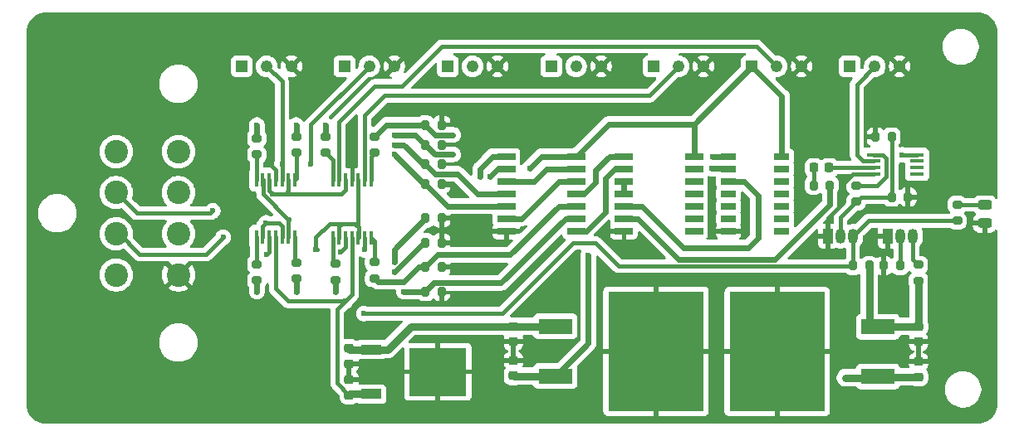
<source format=gbr>
%TF.GenerationSoftware,KiCad,Pcbnew,9.0.0*%
%TF.CreationDate,2025-03-18T23:21:23-07:00*%
%TF.ProjectId,BSPD,42535044-2e6b-4696-9361-645f70636258,rev?*%
%TF.SameCoordinates,Original*%
%TF.FileFunction,Copper,L1,Top*%
%TF.FilePolarity,Positive*%
%FSLAX46Y46*%
G04 Gerber Fmt 4.6, Leading zero omitted, Abs format (unit mm)*
G04 Created by KiCad (PCBNEW 9.0.0) date 2025-03-18 23:21:23*
%MOMM*%
%LPD*%
G01*
G04 APERTURE LIST*
G04 Aperture macros list*
%AMRoundRect*
0 Rectangle with rounded corners*
0 $1 Rounding radius*
0 $2 $3 $4 $5 $6 $7 $8 $9 X,Y pos of 4 corners*
0 Add a 4 corners polygon primitive as box body*
4,1,4,$2,$3,$4,$5,$6,$7,$8,$9,$2,$3,0*
0 Add four circle primitives for the rounded corners*
1,1,$1+$1,$2,$3*
1,1,$1+$1,$4,$5*
1,1,$1+$1,$6,$7*
1,1,$1+$1,$8,$9*
0 Add four rect primitives between the rounded corners*
20,1,$1+$1,$2,$3,$4,$5,0*
20,1,$1+$1,$4,$5,$6,$7,0*
20,1,$1+$1,$6,$7,$8,$9,0*
20,1,$1+$1,$8,$9,$2,$3,0*%
G04 Aperture macros list end*
%TA.AperFunction,SMDPad,CuDef*%
%ADD10RoundRect,0.200000X-0.200000X-0.275000X0.200000X-0.275000X0.200000X0.275000X-0.200000X0.275000X0*%
%TD*%
%TA.AperFunction,ComponentPad*%
%ADD11C,2.400000*%
%TD*%
%TA.AperFunction,ComponentPad*%
%ADD12R,1.050000X1.500000*%
%TD*%
%TA.AperFunction,ComponentPad*%
%ADD13O,1.050000X1.500000*%
%TD*%
%TA.AperFunction,SMDPad,CuDef*%
%ADD14RoundRect,0.200000X-0.275000X0.200000X-0.275000X-0.200000X0.275000X-0.200000X0.275000X0.200000X0*%
%TD*%
%TA.AperFunction,SMDPad,CuDef*%
%ADD15R,0.450000X1.475000*%
%TD*%
%TA.AperFunction,ComponentPad*%
%ADD16R,1.210000X1.210000*%
%TD*%
%TA.AperFunction,ComponentPad*%
%ADD17C,1.210000*%
%TD*%
%TA.AperFunction,SMDPad,CuDef*%
%ADD18RoundRect,0.200000X0.200000X0.275000X-0.200000X0.275000X-0.200000X-0.275000X0.200000X-0.275000X0*%
%TD*%
%TA.AperFunction,SMDPad,CuDef*%
%ADD19RoundRect,0.225000X-0.225000X-0.250000X0.225000X-0.250000X0.225000X0.250000X-0.225000X0.250000X0*%
%TD*%
%TA.AperFunction,SMDPad,CuDef*%
%ADD20R,1.825000X0.700000*%
%TD*%
%TA.AperFunction,SMDPad,CuDef*%
%ADD21RoundRect,0.225000X0.250000X-0.225000X0.250000X0.225000X-0.250000X0.225000X-0.250000X-0.225000X0*%
%TD*%
%TA.AperFunction,SMDPad,CuDef*%
%ADD22RoundRect,0.225000X-0.250000X0.225000X-0.250000X-0.225000X0.250000X-0.225000X0.250000X0.225000X0*%
%TD*%
%TA.AperFunction,SMDPad,CuDef*%
%ADD23R,3.500000X1.600000*%
%TD*%
%TA.AperFunction,SMDPad,CuDef*%
%ADD24R,9.750000X12.200000*%
%TD*%
%TA.AperFunction,SMDPad,CuDef*%
%ADD25RoundRect,0.200000X0.275000X-0.200000X0.275000X0.200000X-0.275000X0.200000X-0.275000X-0.200000X0*%
%TD*%
%TA.AperFunction,SMDPad,CuDef*%
%ADD26RoundRect,0.243750X0.456250X-0.243750X0.456250X0.243750X-0.456250X0.243750X-0.456250X-0.243750X0*%
%TD*%
%TA.AperFunction,SMDPad,CuDef*%
%ADD27R,1.475000X0.450000*%
%TD*%
%TA.AperFunction,SMDPad,CuDef*%
%ADD28R,2.100000X1.000000*%
%TD*%
%TA.AperFunction,SMDPad,CuDef*%
%ADD29R,5.850000X4.900000*%
%TD*%
%TA.AperFunction,SMDPad,CuDef*%
%ADD30R,1.525000X0.650000*%
%TD*%
%TA.AperFunction,ViaPad*%
%ADD31C,0.600000*%
%TD*%
%TA.AperFunction,Conductor*%
%ADD32C,0.400000*%
%TD*%
%TA.AperFunction,Conductor*%
%ADD33C,0.600000*%
%TD*%
%TA.AperFunction,Conductor*%
%ADD34C,0.800000*%
%TD*%
%TA.AperFunction,Conductor*%
%ADD35C,0.200000*%
%TD*%
%TA.AperFunction,Conductor*%
%ADD36C,0.500000*%
%TD*%
G04 APERTURE END LIST*
D10*
%TO.P,R12,1*%
%TO.N,/T1_H*%
X80175000Y-107000000D03*
%TO.P,R12,2*%
%TO.N,GND*%
X81825000Y-107000000D03*
%TD*%
D11*
%TO.P,J1,1,Pin_1*%
%TO.N,GND*%
X55000000Y-116300000D03*
%TO.P,J1,2,Pin_2*%
%TO.N,x*%
X55000000Y-112100000D03*
%TO.P,J1,3,Pin_3*%
%TO.N,Throttle2*%
X55000000Y-107900000D03*
%TO.P,J1,4,Pin_4*%
%TO.N,Throttle1*%
X55000000Y-103700000D03*
%TO.P,J1,5,Pin_5*%
%TO.N,IGN_PWR*%
X48650000Y-103700000D03*
%TO.P,J1,6,Pin_6*%
%TO.N,BSPD_OUT*%
X48650000Y-107900000D03*
%TO.P,J1,7,Pin_7*%
%TO.N,Brake*%
X48650000Y-112100000D03*
%TO.P,J1,8,Pin_8*%
%TO.N,MASTER_PWR*%
X48650000Y-116300000D03*
%TD*%
D10*
%TO.P,R14,1*%
%TO.N,/B_H*%
X80175000Y-115500000D03*
%TO.P,R14,2*%
%TO.N,GND*%
X81825000Y-115500000D03*
%TD*%
D12*
%TO.P,Q2,1,E*%
%TO.N,GND*%
X127330000Y-112360000D03*
D13*
%TO.P,Q2,2,B*%
%TO.N,Net-(Q2-B)*%
X128600000Y-112360000D03*
%TO.P,Q2,3,C*%
%TO.N,Net-(Q2-C)*%
X129870000Y-112360000D03*
%TD*%
D14*
%TO.P,R5,1*%
%TO.N,Net-(R5-Pad1)*%
X71000000Y-115175000D03*
%TO.P,R5,2*%
%TO.N,/B_L*%
X71000000Y-116825000D03*
%TD*%
D15*
%TO.P,U1,1*%
%TO.N,Net-(R1-Pad1)*%
X62961500Y-112433250D03*
%TO.P,U1,2,-*%
%TO.N,Throttle2*%
X63611500Y-112433250D03*
%TO.P,U1,3,+*%
%TO.N,/Throttle_Low*%
X64261500Y-112433250D03*
%TO.P,U1,4,V+*%
%TO.N,+10V*%
X64911500Y-112433250D03*
%TO.P,U1,5,+*%
%TO.N,Throttle2*%
X65561500Y-112433250D03*
%TO.P,U1,6,-*%
%TO.N,/Throttle_High*%
X66211500Y-112433250D03*
%TO.P,U1,7*%
%TO.N,Net-(R2-Pad1)*%
X66861500Y-112433250D03*
%TO.P,U1,8*%
%TO.N,Net-(R3-Pad1)*%
X66861500Y-106557250D03*
%TO.P,U1,9,-*%
%TO.N,Throttle1*%
X66211500Y-106557250D03*
%TO.P,U1,10,+*%
%TO.N,/Throttle_Low*%
X65561500Y-106557250D03*
%TO.P,U1,11,V-*%
%TO.N,GND*%
X64911500Y-106557250D03*
%TO.P,U1,12,+*%
%TO.N,Throttle1*%
X64261500Y-106557250D03*
%TO.P,U1,13,-*%
%TO.N,/Throttle_High*%
X63611500Y-106557250D03*
%TO.P,U1,14*%
%TO.N,Net-(R4-Pad1)*%
X62961500Y-106557250D03*
%TD*%
D14*
%TO.P,R20,1*%
%TO.N,Net-(BR1-OUT1)*%
X124100000Y-107175000D03*
%TO.P,R20,2*%
%TO.N,/FAULT>100MS*%
X124100000Y-108825000D03*
%TD*%
%TO.P,R1,1*%
%TO.N,Net-(R1-Pad1)*%
X63000000Y-115220250D03*
%TO.P,R1,2*%
%TO.N,/T2_L*%
X63000000Y-116870250D03*
%TD*%
D16*
%TO.P,RV7,1,1*%
%TO.N,+5V*%
X123460000Y-95000000D03*
D17*
%TO.P,RV7,2,2*%
%TO.N,Net-(BR1-IN1-)*%
X126000000Y-95000000D03*
%TO.P,RV7,3,3*%
%TO.N,GND*%
X128540000Y-95000000D03*
%TD*%
D10*
%TO.P,R10,1*%
%TO.N,/T2_H*%
X80175000Y-113000000D03*
%TO.P,R10,2*%
%TO.N,GND*%
X81825000Y-113000000D03*
%TD*%
D18*
%TO.P,R18,1*%
%TO.N,Latch +5V*%
X125425000Y-115350000D03*
%TO.P,R18,2*%
%TO.N,BSPD_OUT*%
X123775000Y-115350000D03*
%TD*%
D16*
%TO.P,RV1,1,1*%
%TO.N,+5V*%
X61460000Y-95000000D03*
D17*
%TO.P,RV1,2,2*%
%TO.N,/Throttle_Low*%
X64000000Y-95000000D03*
%TO.P,RV1,3,3*%
%TO.N,GND*%
X66540000Y-95000000D03*
%TD*%
D18*
%TO.P,R19,1*%
%TO.N,Net-(Q2-B)*%
X128575000Y-115350000D03*
%TO.P,R19,2*%
%TO.N,GND*%
X126925000Y-115350000D03*
%TD*%
D10*
%TO.P,R16,1*%
%TO.N,/B_HVY*%
X80175000Y-103000000D03*
%TO.P,R16,2*%
%TO.N,GND*%
X81825000Y-103000000D03*
%TD*%
D16*
%TO.P,RV4,1,1*%
%TO.N,+5V*%
X93000000Y-95000000D03*
D17*
%TO.P,RV4,2,2*%
%TO.N,/Brake_High*%
X95540000Y-95000000D03*
%TO.P,RV4,3,3*%
%TO.N,GND*%
X98080000Y-95000000D03*
%TD*%
D19*
%TO.P,C7,1*%
%TO.N,Net-(C7-Pad1)*%
X119800000Y-105350000D03*
%TO.P,C7,2*%
%TO.N,Net-(BR1-IN1+)*%
X121350000Y-105350000D03*
%TD*%
D20*
%TO.P,IC3,1,1A*%
%TO.N,/T2_L*%
X88438000Y-104190000D03*
%TO.P,IC3,2,1B*%
%TO.N,/T2_H*%
X88438000Y-105460000D03*
%TO.P,IC3,3,1Y*%
%TO.N,/T1_FAULT*%
X88438000Y-106730000D03*
%TO.P,IC3,4,2A*%
%TO.N,/T1_L*%
X88438000Y-108000000D03*
%TO.P,IC3,5,2B*%
%TO.N,/T1_H*%
X88438000Y-109270000D03*
%TO.P,IC3,6,2Y*%
%TO.N,/T2_FAULT*%
X88438000Y-110540000D03*
%TO.P,IC3,7,GND*%
%TO.N,GND*%
X88438000Y-111810000D03*
%TO.P,IC3,8,3Y*%
%TO.N,/B_FAULT*%
X95562000Y-111810000D03*
%TO.P,IC3,9,3A*%
%TO.N,/B_L*%
X95562000Y-110540000D03*
%TO.P,IC3,10,3B*%
%TO.N,/B_H*%
X95562000Y-109270000D03*
%TO.P,IC3,11,4Y*%
%TO.N,/T_FAULT*%
X95562000Y-108000000D03*
%TO.P,IC3,12,4A*%
%TO.N,/T2_FAULT*%
X95562000Y-106730000D03*
%TO.P,IC3,13,4B*%
%TO.N,/T1_FAULT*%
X95562000Y-105460000D03*
%TO.P,IC3,14,VCC*%
%TO.N,+5V*%
X95562000Y-104190000D03*
%TD*%
D14*
%TO.P,R24,1*%
%TO.N,Net-(D1-A)*%
X134400000Y-109125000D03*
%TO.P,R24,2*%
%TO.N,BSPD_OUT*%
X134400000Y-110775000D03*
%TD*%
D18*
%TO.P,R17,1*%
%TO.N,/BSPD_FAULT*%
X121400000Y-107150000D03*
%TO.P,R17,2*%
%TO.N,Net-(C7-Pad1)*%
X119750000Y-107150000D03*
%TD*%
D21*
%TO.P,C1,1*%
%TO.N,+5V*%
X89157000Y-126615000D03*
%TO.P,C1,2*%
%TO.N,GND*%
X89157000Y-125065000D03*
%TD*%
D22*
%TO.P,C2,1*%
%TO.N,IGN_PWR*%
X89157000Y-121565000D03*
%TO.P,C2,2*%
%TO.N,GND*%
X89157000Y-123115000D03*
%TD*%
D10*
%TO.P,R13,1*%
%TO.N,/B_L*%
X80175000Y-118000000D03*
%TO.P,R13,2*%
%TO.N,GND*%
X81825000Y-118000000D03*
%TD*%
D21*
%TO.P,C5,1*%
%TO.N,+10V*%
X72400000Y-128575000D03*
%TO.P,C5,2*%
%TO.N,GND*%
X72400000Y-127025000D03*
%TD*%
D23*
%TO.P,IC1,1,INPUT*%
%TO.N,IGN_PWR*%
X93425000Y-121560000D03*
D24*
%TO.P,IC1,2,GND*%
%TO.N,GND*%
X103700000Y-124100000D03*
D23*
%TO.P,IC1,3,OUTPUT*%
%TO.N,+5V*%
X93425000Y-126640000D03*
%TD*%
D14*
%TO.P,R2,1*%
%TO.N,Net-(R2-Pad1)*%
X67000000Y-115045250D03*
%TO.P,R2,2*%
%TO.N,/T2_H*%
X67000000Y-116695250D03*
%TD*%
D22*
%TO.P,C6,1*%
%TO.N,IGN_PWR*%
X72400000Y-123825000D03*
%TO.P,C6,2*%
%TO.N,GND*%
X72400000Y-125375000D03*
%TD*%
D10*
%TO.P,R11,1*%
%TO.N,/T1_L*%
X80175000Y-105000000D03*
%TO.P,R11,2*%
%TO.N,GND*%
X81825000Y-105000000D03*
%TD*%
D25*
%TO.P,R8,1*%
%TO.N,Net-(R8-Pad1)*%
X70000000Y-103825000D03*
%TO.P,R8,2*%
%TO.N,/B_HVY*%
X70000000Y-102175000D03*
%TD*%
D16*
%TO.P,RV5,1,1*%
%TO.N,+5V*%
X103460000Y-95000000D03*
D17*
%TO.P,RV5,2,2*%
%TO.N,/Throttle_10\u0025*%
X106000000Y-95000000D03*
%TO.P,RV5,3,3*%
%TO.N,GND*%
X108540000Y-95000000D03*
%TD*%
D10*
%TO.P,R23,1*%
%TO.N,/FAULT>100MS*%
X127725000Y-108350000D03*
%TO.P,R23,2*%
%TO.N,GND*%
X129375000Y-108350000D03*
%TD*%
%TO.P,R15,1*%
%TO.N,/T_10\u0025*%
X80175000Y-101000000D03*
%TO.P,R15,2*%
%TO.N,GND*%
X81825000Y-101000000D03*
%TD*%
D26*
%TO.P,D1,1,K*%
%TO.N,GND*%
X137200000Y-111037500D03*
%TO.P,D1,2,A*%
%TO.N,Net-(D1-A)*%
X137200000Y-109162500D03*
%TD*%
D22*
%TO.P,C3,1*%
%TO.N,Latch +5V*%
X130457000Y-121565000D03*
%TO.P,C3,2*%
%TO.N,GND*%
X130457000Y-123115000D03*
%TD*%
D21*
%TO.P,C4,1*%
%TO.N,MASTER_PWR*%
X130457000Y-126715000D03*
%TO.P,C4,2*%
%TO.N,GND*%
X130457000Y-125165000D03*
%TD*%
D15*
%TO.P,U2,1*%
%TO.N,Net-(R5-Pad1)*%
X70735500Y-112495250D03*
%TO.P,U2,2,-*%
%TO.N,Brake*%
X71385500Y-112495250D03*
%TO.P,U2,3,+*%
%TO.N,/Brake_Low*%
X72035500Y-112495250D03*
%TO.P,U2,4,V+*%
%TO.N,+10V*%
X72685500Y-112495250D03*
%TO.P,U2,5,+*%
%TO.N,Brake*%
X73335500Y-112495250D03*
%TO.P,U2,6,-*%
%TO.N,/Brake_High*%
X73985500Y-112495250D03*
%TO.P,U2,7*%
%TO.N,Net-(R6-Pad1)*%
X74635500Y-112495250D03*
%TO.P,U2,8*%
%TO.N,Net-(R7-Pad1)*%
X74635500Y-106619250D03*
%TO.P,U2,9,-*%
%TO.N,/Throttle_10\u0025*%
X73985500Y-106619250D03*
%TO.P,U2,10,+*%
%TO.N,Brake*%
X73335500Y-106619250D03*
%TO.P,U2,11,V-*%
%TO.N,GND*%
X72685500Y-106619250D03*
%TO.P,U2,12,+*%
%TO.N,Throttle1*%
X72035500Y-106619250D03*
%TO.P,U2,13,-*%
%TO.N,/Heavy_Braking*%
X71385500Y-106619250D03*
%TO.P,U2,14*%
%TO.N,Net-(R8-Pad1)*%
X70735500Y-106619250D03*
%TD*%
D25*
%TO.P,R3,1*%
%TO.N,Net-(R3-Pad1)*%
X67000000Y-103825000D03*
%TO.P,R3,2*%
%TO.N,/T1_L*%
X67000000Y-102175000D03*
%TD*%
%TO.P,R22,1*%
%TO.N,Latch +5V*%
X130450000Y-116925000D03*
%TO.P,R22,2*%
%TO.N,Net-(Q2-C)*%
X130450000Y-115275000D03*
%TD*%
%TO.P,R4,1*%
%TO.N,Net-(R4-Pad1)*%
X63000000Y-104000000D03*
%TO.P,R4,2*%
%TO.N,/T1_H*%
X63000000Y-102350000D03*
%TD*%
D23*
%TO.P,IC2,1,INPUT*%
%TO.N,MASTER_PWR*%
X126332000Y-126680000D03*
D24*
%TO.P,IC2,2,GND*%
%TO.N,GND*%
X116057000Y-124140000D03*
D23*
%TO.P,IC2,3,OUTPUT*%
%TO.N,Latch +5V*%
X126332000Y-121600000D03*
%TD*%
D16*
%TO.P,RV3,1,1*%
%TO.N,+5V*%
X82460000Y-95000000D03*
D17*
%TO.P,RV3,2,2*%
%TO.N,/Brake_Low*%
X85000000Y-95000000D03*
%TO.P,RV3,3,3*%
%TO.N,GND*%
X87540000Y-95000000D03*
%TD*%
D12*
%TO.P,Q1,1,E*%
%TO.N,GND*%
X121230000Y-112360000D03*
D13*
%TO.P,Q1,2,B*%
%TO.N,/FAULT>100MS*%
X122500000Y-112360000D03*
%TO.P,Q1,3,C*%
%TO.N,BSPD_OUT*%
X123770000Y-112360000D03*
%TD*%
D14*
%TO.P,R6,1*%
%TO.N,Net-(R6-Pad1)*%
X75000000Y-115000000D03*
%TO.P,R6,2*%
%TO.N,/B_H*%
X75000000Y-116650000D03*
%TD*%
D10*
%TO.P,R9,1*%
%TO.N,/T2_L*%
X80175000Y-110500000D03*
%TO.P,R9,2*%
%TO.N,GND*%
X81825000Y-110500000D03*
%TD*%
D20*
%TO.P,IC4,1,1A*%
%TO.N,/T_FAULT*%
X100438000Y-104190000D03*
%TO.P,IC4,2,1B*%
%TO.N,/B_FAULT*%
X100438000Y-105460000D03*
%TO.P,IC4,3,1Y*%
%TO.N,/T+B_FAULT*%
X100438000Y-106730000D03*
%TO.P,IC4,4,2A*%
X100438000Y-108000000D03*
%TO.P,IC4,5,2B*%
%TO.N,/T_10\u0025\u002AB_HVY*%
X100438000Y-109270000D03*
%TO.P,IC4,6,2Y*%
%TO.N,/BSPD_FAULT*%
X100438000Y-110540000D03*
%TO.P,IC4,7,GND*%
%TO.N,GND*%
X100438000Y-111810000D03*
%TO.P,IC4,8,3Y*%
%TO.N,unconnected-(IC4-3Y-Pad8)*%
X107562000Y-111810000D03*
%TO.P,IC4,9,3A*%
%TO.N,unconnected-(IC4-3A-Pad9)*%
X107562000Y-110540000D03*
%TO.P,IC4,10,3B*%
%TO.N,unconnected-(IC4-3B-Pad10)*%
X107562000Y-109270000D03*
%TO.P,IC4,11,4Y*%
%TO.N,unconnected-(IC4-4Y-Pad11)*%
X107562000Y-108000000D03*
%TO.P,IC4,12,4A*%
%TO.N,unconnected-(IC4-4A-Pad12)*%
X107562000Y-106730000D03*
%TO.P,IC4,13,4B*%
%TO.N,unconnected-(IC4-4B-Pad13)*%
X107562000Y-105460000D03*
%TO.P,IC4,14,VCC*%
%TO.N,+5V*%
X107562000Y-104190000D03*
%TD*%
D27*
%TO.P,BR1,1,OUT1*%
%TO.N,Net-(BR1-OUT1)*%
X125888000Y-104025000D03*
%TO.P,BR1,2,IN1-*%
%TO.N,Net-(BR1-IN1-)*%
X125888000Y-104675000D03*
%TO.P,BR1,3,IN1+*%
%TO.N,Net-(BR1-IN1+)*%
X125888000Y-105325000D03*
%TO.P,BR1,4,VCC-*%
%TO.N,GND*%
X125888000Y-105975000D03*
%TO.P,BR1,5,IN2+*%
%TO.N,unconnected-(BR1-IN2+-Pad5)*%
X130312000Y-105975000D03*
%TO.P,BR1,6,IN2-*%
%TO.N,unconnected-(BR1-IN2--Pad6)*%
X130312000Y-105325000D03*
%TO.P,BR1,7,OUT2*%
%TO.N,unconnected-(BR1-OUT2-Pad7)*%
X130312000Y-104675000D03*
%TO.P,BR1,8,VCC+*%
%TO.N,+10V*%
X130312000Y-104025000D03*
%TD*%
D25*
%TO.P,R7,1*%
%TO.N,Net-(R7-Pad1)*%
X75000000Y-103825000D03*
%TO.P,R7,2*%
%TO.N,/T_10\u0025*%
X75000000Y-102175000D03*
%TD*%
D28*
%TO.P,IC6,1,INPUT*%
%TO.N,IGN_PWR*%
X74650000Y-123920000D03*
%TO.P,IC6,3,OUTPUT*%
%TO.N,+10V*%
X74650000Y-128480000D03*
D29*
%TO.P,IC6,4,GND_(TAB)*%
%TO.N,GND*%
X81450000Y-126200000D03*
%TD*%
D16*
%TO.P,RV6,1,1*%
%TO.N,+5V*%
X113460000Y-95000000D03*
D17*
%TO.P,RV6,2,2*%
%TO.N,/Heavy_Braking*%
X116000000Y-95000000D03*
%TO.P,RV6,3,3*%
%TO.N,GND*%
X118540000Y-95000000D03*
%TD*%
D10*
%TO.P,R21,1*%
%TO.N,GND*%
X126075000Y-102200000D03*
%TO.P,R21,2*%
%TO.N,/FAULT>100MS*%
X127725000Y-102200000D03*
%TD*%
D30*
%TO.P,IC5,1,1A*%
%TO.N,/T_10\u0025*%
X111100000Y-104200000D03*
%TO.P,IC5,2,1B*%
%TO.N,/B_HVY*%
X111100000Y-105470000D03*
%TO.P,IC5,3,1Y*%
%TO.N,/T_10\u0025\u002AB_HVY*%
X111100000Y-106740000D03*
%TO.P,IC5,4,2A*%
%TO.N,unconnected-(IC5-2A-Pad4)*%
X111100000Y-108010000D03*
%TO.P,IC5,5,2B*%
%TO.N,unconnected-(IC5-2B-Pad5)*%
X111100000Y-109280000D03*
%TO.P,IC5,6,2Y*%
%TO.N,unconnected-(IC5-2Y-Pad6)*%
X111100000Y-110550000D03*
%TO.P,IC5,7,GND*%
%TO.N,GND*%
X111100000Y-111820000D03*
%TO.P,IC5,8,3Y*%
%TO.N,unconnected-(IC5-3Y-Pad8)*%
X116524000Y-111820000D03*
%TO.P,IC5,9,3A*%
%TO.N,unconnected-(IC5-3A-Pad9)*%
X116524000Y-110550000D03*
%TO.P,IC5,10,3B*%
%TO.N,unconnected-(IC5-3B-Pad10)*%
X116524000Y-109280000D03*
%TO.P,IC5,11,4Y*%
%TO.N,unconnected-(IC5-4Y-Pad11)*%
X116524000Y-108010000D03*
%TO.P,IC5,12,4A*%
%TO.N,unconnected-(IC5-4A-Pad12)*%
X116524000Y-106740000D03*
%TO.P,IC5,13,4B*%
%TO.N,unconnected-(IC5-4B-Pad13)*%
X116524000Y-105470000D03*
%TO.P,IC5,14,VCC*%
%TO.N,+5V*%
X116524000Y-104200000D03*
%TD*%
D16*
%TO.P,RV2,1,1*%
%TO.N,+5V*%
X71920000Y-95000000D03*
D17*
%TO.P,RV2,2,2*%
%TO.N,/Throttle_High*%
X74460000Y-95000000D03*
%TO.P,RV2,3,3*%
%TO.N,GND*%
X77000000Y-95000000D03*
%TD*%
D31*
%TO.N,GND*%
X86600000Y-115700000D03*
X85800000Y-115700000D03*
X72700000Y-105150000D03*
X83100000Y-108100000D03*
X86600000Y-112000000D03*
X86600000Y-112800000D03*
X85800000Y-112800000D03*
X85800000Y-112000000D03*
%TO.N,/B_HVY*%
X70000000Y-101000000D03*
X77000000Y-102000000D03*
X83000000Y-104000000D03*
X109400000Y-105450000D03*
%TO.N,/T_10\u0025*%
X77000000Y-101000000D03*
X83000000Y-102000000D03*
X109450000Y-104200000D03*
%TO.N,/B_L*%
X71000000Y-118000000D03*
X78000000Y-118000000D03*
%TO.N,/T2_H*%
X77000000Y-116000000D03*
X67000000Y-118000000D03*
X86750000Y-106250000D03*
%TO.N,/T1_H*%
X63000000Y-101000000D03*
X77000000Y-104000000D03*
%TO.N,/T1_L*%
X67000000Y-101000000D03*
X77000000Y-103000000D03*
%TO.N,/T2_L*%
X85750000Y-106250000D03*
X77000000Y-115000000D03*
X63000000Y-118000000D03*
%TO.N,BSPD_OUT*%
X58500000Y-109750000D03*
X73900000Y-120250000D03*
%TO.N,+10V*%
X128750000Y-104050000D03*
X72000000Y-119000000D03*
%TO.N,IGN_PWR*%
X78685000Y-121565000D03*
%TO.N,+5V*%
X96800000Y-114300000D03*
X90800000Y-105400000D03*
%TO.N,Brake*%
X59575000Y-112475000D03*
X69000000Y-113700000D03*
%TO.N,/Brake_Low*%
X71500000Y-114000000D03*
%TO.N,/Brake_High*%
X73985500Y-113745250D03*
%TO.N,Throttle1*%
X64562000Y-107995250D03*
%TO.N,/Throttle_High*%
X68500000Y-105000000D03*
X66250000Y-110645250D03*
%TO.N,/Throttle_Low*%
X65561500Y-105000000D03*
X64000000Y-114250000D03*
%TO.N,Throttle2*%
X63950000Y-110995250D03*
%TO.N,MASTER_PWR*%
X123000000Y-126800000D03*
%TD*%
D32*
%TO.N,GND*%
X121230000Y-110470000D02*
X121230000Y-112360000D01*
D33*
X83100000Y-108100000D02*
X83100000Y-107350000D01*
D32*
X64911500Y-106557250D02*
X64911500Y-105611500D01*
X72685500Y-106619250D02*
X72685500Y-105164500D01*
X122750000Y-106985936D02*
X122750000Y-108950000D01*
X125888000Y-105975000D02*
X123760936Y-105975000D01*
D33*
X83100000Y-107350000D02*
X82750000Y-107000000D01*
D32*
X123760936Y-105975000D02*
X122750000Y-106985936D01*
X72685500Y-105164500D02*
X72700000Y-105150000D01*
X64400000Y-105100000D02*
X64400000Y-104700000D01*
D33*
X82750000Y-107000000D02*
X81825000Y-107000000D01*
D32*
X64911500Y-105611500D02*
X64400000Y-105100000D01*
X122750000Y-108950000D02*
X121230000Y-110470000D01*
%TO.N,/FAULT>100MS*%
X124100000Y-108825000D02*
X122500000Y-110425000D01*
X127751000Y-108324000D02*
X127751000Y-102276000D01*
X127751000Y-102276000D02*
X127675000Y-102200000D01*
X127725000Y-108350000D02*
X124575000Y-108350000D01*
X127725000Y-108350000D02*
X127751000Y-108324000D01*
X122500000Y-110425000D02*
X122500000Y-112360000D01*
X124575000Y-108350000D02*
X124100000Y-108825000D01*
D33*
%TO.N,/BSPD_FAULT*%
X101850500Y-110540000D02*
X106010500Y-114700000D01*
X121400000Y-109100000D02*
X121400000Y-107150000D01*
X100438000Y-110540000D02*
X101850500Y-110540000D01*
X115800000Y-114700000D02*
X121400000Y-109100000D01*
X106010500Y-114700000D02*
X115800000Y-114700000D01*
D32*
%TO.N,Net-(C7-Pad1)*%
X119800000Y-105350000D02*
X119800000Y-107100000D01*
D33*
%TO.N,/B_HVY*%
X79175000Y-102000000D02*
X77000000Y-102000000D01*
X83000000Y-104000000D02*
X82500000Y-104000000D01*
X80175000Y-103000000D02*
X81175000Y-104000000D01*
X81175000Y-104000000D02*
X83000000Y-104000000D01*
X109400000Y-105450000D02*
X111080000Y-105450000D01*
X80175000Y-103000000D02*
X79175000Y-102000000D01*
X70000000Y-102175000D02*
X70000000Y-101000000D01*
X111080000Y-105450000D02*
X111100000Y-105470000D01*
%TO.N,/T_10\u0025*%
X76175000Y-101000000D02*
X75000000Y-102175000D01*
X81175000Y-102000000D02*
X83000000Y-102000000D01*
X77000000Y-101000000D02*
X76175000Y-101000000D01*
X80175000Y-101000000D02*
X81175000Y-102000000D01*
X109450000Y-104200000D02*
X111100000Y-104200000D01*
X80175000Y-101000000D02*
X77000000Y-101000000D01*
%TO.N,/B_H*%
X80175000Y-115500000D02*
X81425000Y-114250000D01*
X93805029Y-109270000D02*
X95562000Y-109270000D01*
X78000000Y-117000000D02*
X79500000Y-115500000D01*
X75000000Y-116650000D02*
X75350000Y-117000000D01*
X81425000Y-114250000D02*
X88825029Y-114250000D01*
X88825029Y-114250000D02*
X93805029Y-109270000D01*
X79500000Y-115500000D02*
X80175000Y-115500000D01*
X75350000Y-117000000D02*
X78000000Y-117000000D01*
%TO.N,/B_L*%
X81051000Y-117124000D02*
X80175000Y-118000000D01*
X95562000Y-110540000D02*
X94460000Y-110540000D01*
X87876000Y-117124000D02*
X81051000Y-117124000D01*
X94460000Y-110540000D02*
X87876000Y-117124000D01*
X71000000Y-116825000D02*
X71000000Y-118000000D01*
X78000000Y-118000000D02*
X80175000Y-118000000D01*
D32*
%TO.N,Net-(R7-Pad1)*%
X74635500Y-104189500D02*
X74635500Y-106619250D01*
X75000000Y-103825000D02*
X74635500Y-104189500D01*
D33*
%TO.N,/T2_H*%
X86750000Y-106250000D02*
X87540000Y-105460000D01*
X67000000Y-116695250D02*
X67000000Y-118000000D01*
X87540000Y-105460000D02*
X88438000Y-105460000D01*
X80175000Y-113000000D02*
X80000000Y-113000000D01*
X80000000Y-113000000D02*
X77000000Y-116000000D01*
D32*
%TO.N,/T1_H*%
X80175000Y-107000000D02*
X80000000Y-107000000D01*
D33*
X82445000Y-109270000D02*
X88438000Y-109270000D01*
X63000000Y-102350000D02*
X63000000Y-101000000D01*
X80175000Y-107000000D02*
X82445000Y-109270000D01*
X80000000Y-107000000D02*
X77000000Y-104000000D01*
%TO.N,/T1_L*%
X78000000Y-103000000D02*
X77000000Y-103000000D01*
X67000000Y-102175000D02*
X67000000Y-101000000D01*
D32*
X77000000Y-103000000D02*
X77175000Y-103000000D01*
D33*
X83500000Y-106000000D02*
X85500000Y-108000000D01*
X81175000Y-106000000D02*
X83500000Y-106000000D01*
X80175000Y-105000000D02*
X81175000Y-106000000D01*
X85500000Y-108000000D02*
X88438000Y-108000000D01*
X80000000Y-105000000D02*
X78000000Y-103000000D01*
X80175000Y-105000000D02*
X80000000Y-105000000D01*
D32*
%TO.N,Net-(R6-Pad1)*%
X75000000Y-112859750D02*
X75000000Y-115000000D01*
X74635500Y-112495250D02*
X75000000Y-112859750D01*
%TO.N,Net-(R5-Pad1)*%
X70735500Y-114910500D02*
X71000000Y-115175000D01*
X70735500Y-112495250D02*
X70735500Y-114910500D01*
D33*
%TO.N,/T2_L*%
X85750000Y-106250000D02*
X85750000Y-105500000D01*
X77000000Y-113675000D02*
X77000000Y-115000000D01*
X80175000Y-110500000D02*
X77000000Y-113675000D01*
X85750000Y-105500000D02*
X87060000Y-104190000D01*
X63000000Y-116870250D02*
X63000000Y-118000000D01*
X87060000Y-104190000D02*
X88438000Y-104190000D01*
D32*
%TO.N,Net-(R8-Pad1)*%
X70735500Y-106619250D02*
X70735500Y-104560500D01*
X70735500Y-104560500D02*
X70000000Y-103825000D01*
%TO.N,Net-(R4-Pad1)*%
X62961500Y-104038500D02*
X62961500Y-106557250D01*
X63000000Y-104000000D02*
X62961500Y-104038500D01*
%TO.N,Net-(R3-Pad1)*%
X67000000Y-106418750D02*
X66861500Y-106557250D01*
X67000000Y-103825000D02*
X67000000Y-106418750D01*
%TO.N,Net-(R2-Pad1)*%
X66861500Y-114906750D02*
X67000000Y-115045250D01*
X66861500Y-112433250D02*
X66861500Y-114906750D01*
%TO.N,Net-(R1-Pad1)*%
X62961500Y-112433250D02*
X62961500Y-115181750D01*
X62961500Y-115181750D02*
X63000000Y-115220250D01*
D34*
%TO.N,Latch +5V*%
X130450000Y-121558000D02*
X130457000Y-121565000D01*
D35*
X126367000Y-121565000D02*
X126332000Y-121600000D01*
D32*
X125425000Y-121600000D02*
X126332000Y-121600000D01*
D34*
X130450000Y-116925000D02*
X130450000Y-121558000D01*
X125425000Y-115350000D02*
X125425000Y-121600000D01*
X130457000Y-121565000D02*
X126367000Y-121565000D01*
D32*
%TO.N,BSPD_OUT*%
X58250000Y-110000000D02*
X50750000Y-110000000D01*
X48800000Y-108050000D02*
X48800000Y-107495000D01*
X50750000Y-110000000D02*
X48800000Y-108050000D01*
X95200000Y-113050000D02*
X88000000Y-120250000D01*
X97500000Y-113050000D02*
X95200000Y-113050000D01*
X123775000Y-115350000D02*
X123725000Y-115400000D01*
X123775000Y-112365000D02*
X123770000Y-112360000D01*
X88000000Y-120250000D02*
X73900000Y-120250000D01*
X99850000Y-115400000D02*
X97500000Y-113050000D01*
X123775000Y-115350000D02*
X123775000Y-112365000D01*
X58500000Y-109750000D02*
X58250000Y-110000000D01*
X125355000Y-110775000D02*
X134400000Y-110775000D01*
X123725000Y-115400000D02*
X99850000Y-115400000D01*
X123770000Y-112360000D02*
X125355000Y-110775000D01*
%TO.N,Net-(Q2-B)*%
X128600000Y-112360000D02*
X128600000Y-115325000D01*
X128600000Y-115325000D02*
X128575000Y-115350000D01*
%TO.N,Net-(BR1-OUT1)*%
X126802500Y-104025000D02*
X127150000Y-104372500D01*
X126252500Y-107175000D02*
X124100000Y-107175000D01*
X127150000Y-106277500D02*
X126252500Y-107175000D01*
X125888000Y-104025000D02*
X126802500Y-104025000D01*
X127150000Y-104372500D02*
X127150000Y-106277500D01*
%TO.N,Net-(Q2-C)*%
X129870000Y-112360000D02*
X129870000Y-114695000D01*
X129870000Y-114695000D02*
X130450000Y-115275000D01*
%TO.N,+10V*%
X72685500Y-112495250D02*
X72685500Y-118314500D01*
X128775000Y-104025000D02*
X128750000Y-104050000D01*
X71200000Y-119800000D02*
X71200000Y-127375000D01*
D34*
X74650000Y-128480000D02*
X72495000Y-128480000D01*
X72495000Y-128480000D02*
X72400000Y-128575000D01*
D32*
X64911500Y-117711500D02*
X64911500Y-112433250D01*
X72685500Y-118314500D02*
X72000000Y-119000000D01*
X72000000Y-119000000D02*
X66200000Y-119000000D01*
X66200000Y-119000000D02*
X64911500Y-117711500D01*
X130312000Y-104025000D02*
X128775000Y-104025000D01*
X72000000Y-119000000D02*
X71200000Y-119800000D01*
X71200000Y-127375000D02*
X72400000Y-128575000D01*
D34*
%TO.N,IGN_PWR*%
X89162000Y-121560000D02*
X89157000Y-121565000D01*
X92419000Y-121565000D02*
X92424000Y-121560000D01*
X78685000Y-121565000D02*
X89157000Y-121565000D01*
X74650000Y-123920000D02*
X76330000Y-123920000D01*
X72495000Y-123920000D02*
X72400000Y-123825000D01*
X76330000Y-123920000D02*
X78685000Y-121565000D01*
X78685000Y-121565000D02*
X78685000Y-121634000D01*
X74650000Y-123920000D02*
X72495000Y-123920000D01*
X89157000Y-121565000D02*
X92419000Y-121565000D01*
D33*
%TO.N,+5V*%
X107562000Y-100898000D02*
X113460000Y-95000000D01*
X95562000Y-104190000D02*
X92010000Y-104190000D01*
X107562000Y-104190000D02*
X107562000Y-100898000D01*
X92010000Y-104190000D02*
X90800000Y-105400000D01*
X96800000Y-123265000D02*
X93425000Y-126640000D01*
D36*
X89182000Y-126640000D02*
X89157000Y-126615000D01*
D33*
X98854000Y-100898000D02*
X107562000Y-100898000D01*
X116524000Y-98064000D02*
X113460000Y-95000000D01*
D34*
X93425000Y-126640000D02*
X89182000Y-126640000D01*
D33*
X96800000Y-114300000D02*
X96800000Y-123265000D01*
X116524000Y-104200000D02*
X116524000Y-98064000D01*
X95562000Y-104190000D02*
X98854000Y-100898000D01*
%TO.N,/T_10\u0025\u002AB_HVY*%
X114100000Y-108177500D02*
X112662500Y-106740000D01*
X106500000Y-113500000D02*
X113100000Y-113500000D01*
X100606000Y-109270000D02*
X102270000Y-109270000D01*
X112662500Y-106740000D02*
X111100000Y-106740000D01*
X113100000Y-113500000D02*
X114100000Y-112500000D01*
X114100000Y-112500000D02*
X114100000Y-108177500D01*
X102270000Y-109270000D02*
X106500000Y-113500000D01*
%TO.N,/B_FAULT*%
X99443500Y-105460000D02*
X98500000Y-106403500D01*
X98500000Y-106403500D02*
X98500000Y-109866500D01*
X98500000Y-109866500D02*
X96556500Y-111810000D01*
X100438000Y-105460000D02*
X99443500Y-105460000D01*
X96556500Y-111810000D02*
X95562000Y-111810000D01*
%TO.N,/T+B_FAULT*%
X100438000Y-106730000D02*
X100438000Y-108000000D01*
%TO.N,/T_FAULT*%
X98925500Y-104190000D02*
X97500000Y-105615500D01*
X100438000Y-104190000D02*
X98925500Y-104190000D01*
X96331000Y-108000000D02*
X95562000Y-108000000D01*
X97500000Y-106831000D02*
X96331000Y-108000000D01*
X97500000Y-105615500D02*
X97500000Y-106831000D01*
%TO.N,/T1_FAULT*%
X91250000Y-106730000D02*
X92520000Y-105460000D01*
X88438000Y-106730000D02*
X91250000Y-106730000D01*
X92520000Y-105460000D02*
X95562000Y-105460000D01*
%TO.N,/T2_FAULT*%
X93770000Y-106730000D02*
X95562000Y-106730000D01*
X88438000Y-110540000D02*
X89960000Y-110540000D01*
X89960000Y-110540000D02*
X93770000Y-106730000D01*
D32*
%TO.N,/Heavy_Braking*%
X71336500Y-104809442D02*
X71336500Y-105480750D01*
X71336500Y-100663500D02*
X71336500Y-104311558D01*
X71336500Y-104311558D02*
X71336500Y-104809442D01*
X113950000Y-92950000D02*
X81872000Y-92950000D01*
X116000000Y-95000000D02*
X113950000Y-92950000D01*
X71336500Y-105480750D02*
X71361500Y-105480750D01*
X71361500Y-106595250D02*
X71385500Y-106619250D01*
X81872000Y-92950000D02*
X77822000Y-97000000D01*
X77822000Y-97000000D02*
X75000000Y-97000000D01*
X71361500Y-105480750D02*
X71361500Y-106595250D01*
X75000000Y-97000000D02*
X71336500Y-100663500D01*
%TO.N,Brake*%
X57850000Y-114200000D02*
X51050000Y-114200000D01*
X73335500Y-111380750D02*
X73359500Y-111404750D01*
X51050000Y-114200000D02*
X48800000Y-111950000D01*
X69000000Y-112466250D02*
X69000000Y-113700000D01*
X71385500Y-111380750D02*
X71385500Y-112495250D01*
X48800000Y-111950000D02*
X48800000Y-112955000D01*
X73335500Y-112495250D02*
X73359500Y-112471250D01*
X73359500Y-112471250D02*
X73359500Y-111404750D01*
X71721000Y-111045250D02*
X70421000Y-111045250D01*
X70421000Y-111045250D02*
X69000000Y-112466250D01*
X59575000Y-112475000D02*
X57850000Y-114200000D01*
X73000000Y-111045250D02*
X71721000Y-111045250D01*
X73359500Y-111404750D02*
X73000000Y-111045250D01*
X71721000Y-111045250D02*
X71385500Y-111380750D01*
X73335500Y-106619250D02*
X73335500Y-111380750D01*
X69000000Y-113700000D02*
X69150000Y-113700000D01*
%TO.N,/Throttle_10\u0025*%
X103000000Y-98000000D02*
X106000000Y-95000000D01*
X73985500Y-100014500D02*
X76000000Y-98000000D01*
X76000000Y-98000000D02*
X103000000Y-98000000D01*
X73985500Y-106619250D02*
X73985500Y-100014500D01*
%TO.N,/Brake_Low*%
X71500000Y-114000000D02*
X72035500Y-113464500D01*
X72035500Y-113464500D02*
X72035500Y-112495250D01*
%TO.N,/Brake_High*%
X73985500Y-113745250D02*
X73997998Y-113732752D01*
X73985500Y-112495250D02*
X73985500Y-113745250D01*
%TO.N,Throttle1*%
X64562000Y-107995250D02*
X64261500Y-107694750D01*
X66211500Y-106557250D02*
X66211500Y-107694750D01*
X72035500Y-107595250D02*
X71635500Y-107995250D01*
X66211500Y-107694750D02*
X65911000Y-107995250D01*
X71635500Y-107995250D02*
X65911000Y-107995250D01*
X65911000Y-107995250D02*
X64562000Y-107995250D01*
X72035500Y-106619250D02*
X72035500Y-107595250D01*
X64261500Y-107694750D02*
X64261500Y-106557250D01*
%TO.N,/Throttle_High*%
X63611500Y-106557250D02*
X63635500Y-106557250D01*
X74460000Y-95000000D02*
X68500000Y-100960000D01*
X66211500Y-110645250D02*
X66211500Y-112433250D01*
X63635500Y-108069250D02*
X66211500Y-110645250D01*
X68500000Y-100960000D02*
X68500000Y-105000000D01*
X63635500Y-106557250D02*
X63635500Y-108069250D01*
%TO.N,/Throttle_Low*%
X65561500Y-96561500D02*
X64000000Y-95000000D01*
X64000000Y-114250000D02*
X64261500Y-113988500D01*
X65561500Y-105000000D02*
X65561500Y-106557250D01*
X64261500Y-113988500D02*
X64261500Y-112433250D01*
X65561500Y-105000000D02*
X65561500Y-96561500D01*
%TO.N,Throttle2*%
X65238000Y-110995250D02*
X63950000Y-110995250D01*
X65561500Y-111318750D02*
X65238000Y-110995250D01*
X65561500Y-112433250D02*
X65561500Y-111318750D01*
X63935000Y-110995250D02*
X63611500Y-111318750D01*
X63950000Y-110995250D02*
X63935000Y-110995250D01*
X63611500Y-111318750D02*
X63611500Y-112433250D01*
%TO.N,Net-(BR1-IN1-)*%
X124150000Y-104051500D02*
X124773500Y-104675000D01*
X124150000Y-96850000D02*
X124150000Y-104051500D01*
X124773500Y-104675000D02*
X125888000Y-104675000D01*
X126000000Y-95000000D02*
X124150000Y-96850000D01*
%TO.N,Net-(BR1-IN1+)*%
X121350000Y-105350000D02*
X121375000Y-105325000D01*
X121375000Y-105325000D02*
X125888000Y-105325000D01*
D34*
%TO.N,MASTER_PWR*%
X126367000Y-126715000D02*
X126332000Y-126680000D01*
X123000000Y-126800000D02*
X126212000Y-126800000D01*
X130457000Y-126715000D02*
X126367000Y-126715000D01*
X126212000Y-126800000D02*
X126332000Y-126680000D01*
D32*
%TO.N,Net-(D1-A)*%
X134400000Y-109125000D02*
X137362500Y-109125000D01*
X137362500Y-109125000D02*
X137400000Y-109162500D01*
%TD*%
%TA.AperFunction,Conductor*%
%TO.N,GND*%
G36*
X136504043Y-89500765D02*
G01*
X136752895Y-89517075D01*
X136768953Y-89519190D01*
X136976105Y-89560395D01*
X137009535Y-89567045D01*
X137025202Y-89571243D01*
X137194947Y-89628863D01*
X137257481Y-89650091D01*
X137272458Y-89656294D01*
X137481799Y-89759529D01*
X137492460Y-89764787D01*
X137506508Y-89772897D01*
X137710464Y-89909177D01*
X137723328Y-89919048D01*
X137907749Y-90080781D01*
X137919218Y-90092250D01*
X138080951Y-90276671D01*
X138090825Y-90289539D01*
X138227102Y-90493492D01*
X138235212Y-90507539D01*
X138343702Y-90727534D01*
X138349909Y-90742520D01*
X138428756Y-90974797D01*
X138432954Y-90990464D01*
X138480807Y-91231035D01*
X138482925Y-91247116D01*
X138499235Y-91495956D01*
X138499500Y-91504066D01*
X138499500Y-108430947D01*
X138479815Y-108497986D01*
X138427011Y-108543741D01*
X138357853Y-108553685D01*
X138294297Y-108524660D01*
X138269962Y-108496045D01*
X138244026Y-108453997D01*
X138121003Y-108330974D01*
X138120999Y-108330971D01*
X137972933Y-108239642D01*
X137972927Y-108239639D01*
X137972925Y-108239638D01*
X137946595Y-108230913D01*
X137807776Y-108184913D01*
X137705855Y-108174500D01*
X137705848Y-108174500D01*
X136694152Y-108174500D01*
X136694144Y-108174500D01*
X136592223Y-108184913D01*
X136427077Y-108239637D01*
X136427066Y-108239642D01*
X136279000Y-108330971D01*
X136278996Y-108330974D01*
X136221790Y-108388181D01*
X136160467Y-108421666D01*
X136134109Y-108424500D01*
X135216520Y-108424500D01*
X135149481Y-108404815D01*
X135128839Y-108388181D01*
X135110188Y-108369530D01*
X135098127Y-108362239D01*
X134964606Y-108281522D01*
X134802196Y-108230914D01*
X134802194Y-108230913D01*
X134802192Y-108230913D01*
X134752778Y-108226423D01*
X134731616Y-108224500D01*
X134068384Y-108224500D01*
X134049145Y-108226248D01*
X133997807Y-108230913D01*
X133835393Y-108281522D01*
X133689811Y-108369530D01*
X133569530Y-108489811D01*
X133481522Y-108635393D01*
X133430913Y-108797807D01*
X133424500Y-108868386D01*
X133424500Y-109381613D01*
X133430913Y-109452192D01*
X133430913Y-109452194D01*
X133430914Y-109452196D01*
X133481522Y-109614606D01*
X133549759Y-109727484D01*
X133569530Y-109760188D01*
X133671661Y-109862319D01*
X133675999Y-109870264D01*
X133683247Y-109875690D01*
X133692481Y-109900449D01*
X133705146Y-109923642D01*
X133704500Y-109932671D01*
X133707664Y-109941154D01*
X133702047Y-109966974D01*
X133700162Y-109993334D01*
X133694343Y-110002387D01*
X133692812Y-110009427D01*
X133671661Y-110037681D01*
X133671161Y-110038181D01*
X133609838Y-110071666D01*
X133583480Y-110074500D01*
X125286005Y-110074500D01*
X125197484Y-110092108D01*
X125197478Y-110092109D01*
X125192052Y-110093189D01*
X125150671Y-110101420D01*
X125120081Y-110114091D01*
X125113938Y-110116635D01*
X125113936Y-110116636D01*
X125023190Y-110154223D01*
X124908919Y-110230578D01*
X124908918Y-110230578D01*
X124908460Y-110230883D01*
X124908453Y-110230889D01*
X124050356Y-111088986D01*
X123989033Y-111122471D01*
X123938484Y-111122922D01*
X123871007Y-111109500D01*
X123871003Y-111109500D01*
X123668997Y-111109500D01*
X123668992Y-111109500D01*
X123470880Y-111148907D01*
X123470872Y-111148909D01*
X123371953Y-111189883D01*
X123302483Y-111197352D01*
X123240004Y-111166077D01*
X123204352Y-111105988D01*
X123200500Y-111075322D01*
X123200500Y-110766519D01*
X123220185Y-110699480D01*
X123236819Y-110678838D01*
X124153838Y-109761819D01*
X124215161Y-109728334D01*
X124241519Y-109725500D01*
X124431613Y-109725500D01*
X124431616Y-109725500D01*
X124502196Y-109719086D01*
X124664606Y-109668478D01*
X124810185Y-109580472D01*
X124930472Y-109460185D01*
X125018478Y-109314606D01*
X125069086Y-109152196D01*
X125069087Y-109152184D01*
X125069460Y-109150314D01*
X125069983Y-109149313D01*
X125071037Y-109145932D01*
X125071651Y-109146123D01*
X125101842Y-109088401D01*
X125162557Y-109053825D01*
X125191078Y-109050500D01*
X126908480Y-109050500D01*
X126975519Y-109070185D01*
X126996161Y-109086819D01*
X127089811Y-109180469D01*
X127089813Y-109180470D01*
X127089815Y-109180472D01*
X127235394Y-109268478D01*
X127397804Y-109319086D01*
X127468384Y-109325500D01*
X127468387Y-109325500D01*
X127981613Y-109325500D01*
X127981616Y-109325500D01*
X128052196Y-109319086D01*
X128214606Y-109268478D01*
X128360185Y-109180472D01*
X128462673Y-109077983D01*
X128523994Y-109044499D01*
X128593685Y-109049483D01*
X128638034Y-109077984D01*
X128740122Y-109180072D01*
X128885604Y-109268019D01*
X128885603Y-109268019D01*
X129047894Y-109318590D01*
X129047893Y-109318590D01*
X129118408Y-109324998D01*
X129118426Y-109324999D01*
X129625000Y-109324999D01*
X129631581Y-109324999D01*
X129702102Y-109318591D01*
X129702107Y-109318590D01*
X129864396Y-109268018D01*
X130009877Y-109180072D01*
X130130072Y-109059877D01*
X130218019Y-108914395D01*
X130268590Y-108752106D01*
X130275000Y-108681572D01*
X130275000Y-108600000D01*
X129625000Y-108600000D01*
X129625000Y-109324999D01*
X129118426Y-109324999D01*
X129124999Y-109324998D01*
X129125000Y-109324998D01*
X129125000Y-108100000D01*
X129625000Y-108100000D01*
X130274999Y-108100000D01*
X130274999Y-108018417D01*
X130268591Y-107947897D01*
X130268590Y-107947892D01*
X130218018Y-107785603D01*
X130130072Y-107640122D01*
X130009877Y-107519927D01*
X129864395Y-107431980D01*
X129864396Y-107431980D01*
X129702105Y-107381409D01*
X129702106Y-107381409D01*
X129631572Y-107375000D01*
X129625000Y-107375000D01*
X129625000Y-108100000D01*
X129125000Y-108100000D01*
X129125000Y-107375000D01*
X129124999Y-107374999D01*
X129118436Y-107375000D01*
X129118417Y-107375001D01*
X129047897Y-107381408D01*
X129047892Y-107381409D01*
X128885603Y-107431981D01*
X128740122Y-107519927D01*
X128740121Y-107519928D01*
X128663181Y-107596869D01*
X128601858Y-107630354D01*
X128532166Y-107625370D01*
X128476233Y-107583498D01*
X128451816Y-107518034D01*
X128451500Y-107509188D01*
X128451500Y-104957901D01*
X128471185Y-104890862D01*
X128523989Y-104845107D01*
X128593147Y-104835163D01*
X128599670Y-104836280D01*
X128638486Y-104844001D01*
X128671157Y-104850500D01*
X128671158Y-104850500D01*
X128828844Y-104850500D01*
X128925895Y-104831195D01*
X128940746Y-104832523D01*
X128955217Y-104828918D01*
X128974845Y-104835574D01*
X128995487Y-104837422D01*
X129007262Y-104846569D01*
X129021384Y-104851359D01*
X129034297Y-104867570D01*
X129050664Y-104880285D01*
X129056354Y-104895262D01*
X129064916Y-104906011D01*
X129071345Y-104934716D01*
X129073450Y-104940257D01*
X129074000Y-104945671D01*
X129074001Y-104947872D01*
X129078211Y-104987043D01*
X129078252Y-104987442D01*
X129078179Y-104987833D01*
X129078179Y-105013250D01*
X129074000Y-105052122D01*
X129074000Y-105597869D01*
X129074001Y-105597878D01*
X129078179Y-105636745D01*
X129078179Y-105663250D01*
X129074000Y-105702122D01*
X129074000Y-106247870D01*
X129074001Y-106247876D01*
X129080408Y-106307483D01*
X129130702Y-106442328D01*
X129130706Y-106442335D01*
X129216952Y-106557544D01*
X129216955Y-106557547D01*
X129332164Y-106643793D01*
X129332171Y-106643797D01*
X129467017Y-106694091D01*
X129467016Y-106694091D01*
X129473944Y-106694835D01*
X129526627Y-106700500D01*
X131097372Y-106700499D01*
X131156983Y-106694091D01*
X131291831Y-106643796D01*
X131407046Y-106557546D01*
X131493296Y-106442331D01*
X131543591Y-106307483D01*
X131550000Y-106247873D01*
X131549999Y-105702128D01*
X131549999Y-105702127D01*
X131549998Y-105702111D01*
X131545820Y-105663253D01*
X131545820Y-105636745D01*
X131550000Y-105597873D01*
X131549999Y-105052128D01*
X131549999Y-105052127D01*
X131549998Y-105052111D01*
X131545820Y-105013253D01*
X131545820Y-104986747D01*
X131550000Y-104947873D01*
X131549999Y-104402128D01*
X131549998Y-104402111D01*
X131545820Y-104363253D01*
X131545820Y-104336747D01*
X131550000Y-104297873D01*
X131549999Y-103752128D01*
X131543591Y-103692517D01*
X131521267Y-103632664D01*
X131493297Y-103557671D01*
X131493293Y-103557664D01*
X131407047Y-103442455D01*
X131407044Y-103442452D01*
X131291835Y-103356206D01*
X131291828Y-103356202D01*
X131156982Y-103305908D01*
X131156983Y-103305908D01*
X131097383Y-103299501D01*
X131097381Y-103299500D01*
X131097373Y-103299500D01*
X131097364Y-103299500D01*
X129526629Y-103299500D01*
X129526623Y-103299501D01*
X129467018Y-103305908D01*
X129448047Y-103312984D01*
X129438132Y-103316682D01*
X129394800Y-103324500D01*
X129114960Y-103324500D01*
X129067508Y-103315061D01*
X128983501Y-103280264D01*
X128983489Y-103280261D01*
X128828845Y-103249500D01*
X128828842Y-103249500D01*
X128671158Y-103249500D01*
X128671155Y-103249500D01*
X128599691Y-103263715D01*
X128578707Y-103261837D01*
X128557853Y-103264836D01*
X128544605Y-103258785D01*
X128530100Y-103257488D01*
X128513461Y-103244563D01*
X128494297Y-103235811D01*
X128486423Y-103223559D01*
X128474922Y-103214625D01*
X128467912Y-103194756D01*
X128456523Y-103177033D01*
X128452988Y-103152449D01*
X128451678Y-103148735D01*
X128451500Y-103142098D01*
X128451500Y-102989955D01*
X128471185Y-102922916D01*
X128477887Y-102913485D01*
X128480468Y-102910189D01*
X128480472Y-102910185D01*
X128568478Y-102764606D01*
X128619086Y-102602196D01*
X128625500Y-102531616D01*
X128625500Y-101868384D01*
X128619086Y-101797804D01*
X128568478Y-101635394D01*
X128480472Y-101489815D01*
X128480470Y-101489813D01*
X128480469Y-101489811D01*
X128360188Y-101369530D01*
X128214606Y-101281522D01*
X128192071Y-101274500D01*
X128052196Y-101230914D01*
X128052194Y-101230913D01*
X128052192Y-101230913D01*
X128002778Y-101226423D01*
X127981616Y-101224500D01*
X127468384Y-101224500D01*
X127449145Y-101226248D01*
X127397807Y-101230913D01*
X127235393Y-101281522D01*
X127089811Y-101369530D01*
X127089810Y-101369531D01*
X126987327Y-101472015D01*
X126926004Y-101505500D01*
X126856312Y-101500516D01*
X126811965Y-101472015D01*
X126709877Y-101369927D01*
X126564395Y-101281980D01*
X126564396Y-101281980D01*
X126402105Y-101231409D01*
X126402106Y-101231409D01*
X126331572Y-101225000D01*
X126325000Y-101225000D01*
X126325000Y-102076000D01*
X126305315Y-102143039D01*
X126252511Y-102188794D01*
X126201000Y-102200000D01*
X126075000Y-102200000D01*
X126075000Y-102326000D01*
X126055315Y-102393039D01*
X126002511Y-102438794D01*
X125951000Y-102450000D01*
X125175001Y-102450000D01*
X125175001Y-102531582D01*
X125181408Y-102602102D01*
X125181409Y-102602107D01*
X125231981Y-102764396D01*
X125319927Y-102909877D01*
X125440121Y-103030071D01*
X125440125Y-103030074D01*
X125505150Y-103069383D01*
X125552338Y-103120910D01*
X125564177Y-103189770D01*
X125536909Y-103254099D01*
X125479190Y-103293473D01*
X125441001Y-103299500D01*
X125102630Y-103299500D01*
X125102623Y-103299501D01*
X125043016Y-103305908D01*
X125017831Y-103315302D01*
X124948139Y-103320285D01*
X124886816Y-103286798D01*
X124853333Y-103225474D01*
X124850500Y-103199119D01*
X124850500Y-101868427D01*
X125175000Y-101868427D01*
X125175000Y-101950000D01*
X125825000Y-101950000D01*
X125825000Y-101225000D01*
X125824999Y-101224999D01*
X125818436Y-101225000D01*
X125818417Y-101225001D01*
X125747897Y-101231408D01*
X125747892Y-101231409D01*
X125585603Y-101281981D01*
X125440122Y-101369927D01*
X125319927Y-101490122D01*
X125231980Y-101635604D01*
X125181409Y-101797893D01*
X125175000Y-101868427D01*
X124850500Y-101868427D01*
X124850500Y-97191518D01*
X124870185Y-97124479D01*
X124886814Y-97103841D01*
X125848837Y-96141818D01*
X125910160Y-96108334D01*
X125936518Y-96105500D01*
X126087010Y-96105500D01*
X126258872Y-96078279D01*
X126260377Y-96077790D01*
X126424365Y-96024507D01*
X126579408Y-95945508D01*
X126587169Y-95939869D01*
X127953683Y-95939869D01*
X127960854Y-95945081D01*
X128115826Y-96024044D01*
X128115829Y-96024045D01*
X128281243Y-96077790D01*
X128453036Y-96105000D01*
X128626964Y-96105000D01*
X128798756Y-96077790D01*
X128964170Y-96024045D01*
X128964173Y-96024044D01*
X129119145Y-95945080D01*
X129126316Y-95939869D01*
X128540001Y-95353554D01*
X128540000Y-95353554D01*
X127953683Y-95939869D01*
X126587169Y-95939869D01*
X126720185Y-95843228D01*
X126843228Y-95720185D01*
X126945508Y-95579408D01*
X127024507Y-95424365D01*
X127078279Y-95258872D01*
X127080992Y-95241745D01*
X127105500Y-95087010D01*
X127105500Y-94913035D01*
X127435000Y-94913035D01*
X127435000Y-95086964D01*
X127462209Y-95258756D01*
X127515954Y-95424170D01*
X127515955Y-95424173D01*
X127594919Y-95579146D01*
X127600129Y-95586316D01*
X128186446Y-95000000D01*
X128186446Y-94999999D01*
X128143002Y-94956555D01*
X128210000Y-94956555D01*
X128210000Y-95043445D01*
X128232489Y-95127375D01*
X128275934Y-95202625D01*
X128337375Y-95264066D01*
X128412625Y-95307511D01*
X128496555Y-95330000D01*
X128583445Y-95330000D01*
X128667375Y-95307511D01*
X128742625Y-95264066D01*
X128804066Y-95202625D01*
X128847511Y-95127375D01*
X128870000Y-95043445D01*
X128870000Y-94999999D01*
X128893554Y-94999999D01*
X128893554Y-95000001D01*
X129479869Y-95586316D01*
X129485080Y-95579145D01*
X129564044Y-95424173D01*
X129564045Y-95424170D01*
X129617790Y-95258756D01*
X129645000Y-95086964D01*
X129645000Y-94913035D01*
X129617790Y-94741243D01*
X129564045Y-94575829D01*
X129564044Y-94575826D01*
X129485081Y-94420854D01*
X129479869Y-94413683D01*
X128893554Y-94999999D01*
X128870000Y-94999999D01*
X128870000Y-94956555D01*
X128847511Y-94872625D01*
X128804066Y-94797375D01*
X128742625Y-94735934D01*
X128667375Y-94692489D01*
X128583445Y-94670000D01*
X128496555Y-94670000D01*
X128412625Y-94692489D01*
X128337375Y-94735934D01*
X128275934Y-94797375D01*
X128232489Y-94872625D01*
X128210000Y-94956555D01*
X128143002Y-94956555D01*
X127600129Y-94413682D01*
X127594918Y-94420854D01*
X127515955Y-94575826D01*
X127515954Y-94575829D01*
X127462209Y-94741243D01*
X127435000Y-94913035D01*
X127105500Y-94913035D01*
X127105500Y-94912989D01*
X127078279Y-94741127D01*
X127024505Y-94575630D01*
X126995844Y-94519381D01*
X126945508Y-94420592D01*
X126892139Y-94347135D01*
X126843233Y-94279821D01*
X126843229Y-94279816D01*
X126720183Y-94156770D01*
X126720178Y-94156766D01*
X126587167Y-94060129D01*
X127953682Y-94060129D01*
X128540000Y-94646446D01*
X128540001Y-94646446D01*
X129126316Y-94060129D01*
X129119146Y-94054919D01*
X128964173Y-93975955D01*
X128964170Y-93975954D01*
X128798756Y-93922209D01*
X128626964Y-93895000D01*
X128453036Y-93895000D01*
X128281243Y-93922209D01*
X128115829Y-93975954D01*
X128115826Y-93975955D01*
X127960854Y-94054918D01*
X127953682Y-94060129D01*
X126587167Y-94060129D01*
X126579411Y-94054494D01*
X126579410Y-94054493D01*
X126579408Y-94054492D01*
X126530992Y-94029823D01*
X126424369Y-93975494D01*
X126258872Y-93921720D01*
X126087010Y-93894500D01*
X126087005Y-93894500D01*
X125912995Y-93894500D01*
X125912990Y-93894500D01*
X125741127Y-93921720D01*
X125575630Y-93975494D01*
X125420588Y-94054494D01*
X125279821Y-94156766D01*
X125279816Y-94156770D01*
X125156770Y-94279816D01*
X125156766Y-94279821D01*
X125054494Y-94420588D01*
X124975494Y-94575630D01*
X124921720Y-94741127D01*
X124894500Y-94912989D01*
X124894500Y-95063480D01*
X124885855Y-95092920D01*
X124879332Y-95122907D01*
X124875577Y-95127922D01*
X124874815Y-95130519D01*
X124858181Y-95151161D01*
X124777180Y-95232162D01*
X124715857Y-95265647D01*
X124646165Y-95260663D01*
X124590232Y-95218791D01*
X124565815Y-95153327D01*
X124565499Y-95144481D01*
X124565499Y-94347129D01*
X124565498Y-94347123D01*
X124565497Y-94347116D01*
X124559091Y-94287517D01*
X124556218Y-94279815D01*
X124508797Y-94152671D01*
X124508793Y-94152664D01*
X124422547Y-94037455D01*
X124422544Y-94037452D01*
X124307335Y-93951206D01*
X124307328Y-93951202D01*
X124172482Y-93900908D01*
X124172483Y-93900908D01*
X124112883Y-93894501D01*
X124112881Y-93894500D01*
X124112873Y-93894500D01*
X124112864Y-93894500D01*
X122807129Y-93894500D01*
X122807123Y-93894501D01*
X122747516Y-93900908D01*
X122612671Y-93951202D01*
X122612664Y-93951206D01*
X122497455Y-94037452D01*
X122497452Y-94037455D01*
X122411206Y-94152664D01*
X122411202Y-94152671D01*
X122360908Y-94287517D01*
X122354501Y-94347116D01*
X122354501Y-94347123D01*
X122354500Y-94347135D01*
X122354500Y-95652870D01*
X122354501Y-95652876D01*
X122360908Y-95712483D01*
X122411202Y-95847328D01*
X122411206Y-95847335D01*
X122497452Y-95962544D01*
X122497455Y-95962547D01*
X122612664Y-96048793D01*
X122612671Y-96048797D01*
X122747517Y-96099091D01*
X122747516Y-96099091D01*
X122754444Y-96099835D01*
X122807127Y-96105500D01*
X123604481Y-96105499D01*
X123621640Y-96110537D01*
X123639527Y-96110554D01*
X123654468Y-96120176D01*
X123671520Y-96125183D01*
X123683232Y-96138700D01*
X123698270Y-96148384D01*
X123705637Y-96164556D01*
X123717275Y-96177987D01*
X123719820Y-96195690D01*
X123727235Y-96211966D01*
X123724689Y-96229553D01*
X123727219Y-96247146D01*
X123719788Y-96263416D01*
X123717227Y-96281116D01*
X123701123Y-96304286D01*
X123698194Y-96310702D01*
X123698118Y-96310789D01*
X123695249Y-96314093D01*
X123605886Y-96403457D01*
X123570854Y-96455887D01*
X123566517Y-96462377D01*
X123566515Y-96462380D01*
X123529225Y-96518188D01*
X123529221Y-96518195D01*
X123476421Y-96645667D01*
X123476418Y-96645677D01*
X123449500Y-96781004D01*
X123449500Y-96781007D01*
X123449500Y-103982506D01*
X123449500Y-104120494D01*
X123449500Y-104120496D01*
X123449499Y-104120496D01*
X123476418Y-104255822D01*
X123476421Y-104255832D01*
X123527513Y-104379179D01*
X123529225Y-104383311D01*
X123541787Y-104402111D01*
X123561497Y-104431610D01*
X123582374Y-104498288D01*
X123563889Y-104565668D01*
X123511910Y-104612357D01*
X123458394Y-104624500D01*
X122176874Y-104624500D01*
X122109835Y-104604815D01*
X122089193Y-104588181D01*
X122028044Y-104527032D01*
X122028040Y-104527029D01*
X121883705Y-104438001D01*
X121883699Y-104437998D01*
X121883697Y-104437997D01*
X121775451Y-104402128D01*
X121722709Y-104384651D01*
X121623346Y-104374500D01*
X121076662Y-104374500D01*
X121076644Y-104374501D01*
X120977292Y-104384650D01*
X120977289Y-104384651D01*
X120816305Y-104437996D01*
X120816294Y-104438001D01*
X120671959Y-104527029D01*
X120671955Y-104527032D01*
X120662681Y-104536307D01*
X120601358Y-104569792D01*
X120531666Y-104564808D01*
X120487319Y-104536307D01*
X120478044Y-104527032D01*
X120478040Y-104527029D01*
X120333705Y-104438001D01*
X120333699Y-104437998D01*
X120333697Y-104437997D01*
X120225451Y-104402128D01*
X120172709Y-104384651D01*
X120073346Y-104374500D01*
X119526662Y-104374500D01*
X119526644Y-104374501D01*
X119427292Y-104384650D01*
X119427289Y-104384651D01*
X119266305Y-104437996D01*
X119266294Y-104438001D01*
X119121959Y-104527029D01*
X119121955Y-104527032D01*
X119002032Y-104646955D01*
X119002029Y-104646959D01*
X118913001Y-104791294D01*
X118912996Y-104791305D01*
X118859651Y-104952290D01*
X118849500Y-105051647D01*
X118849500Y-105648337D01*
X118849501Y-105648355D01*
X118859650Y-105747707D01*
X118859651Y-105747710D01*
X118912996Y-105908694D01*
X118913001Y-105908705D01*
X119002029Y-106053040D01*
X119002032Y-106053044D01*
X119063181Y-106114193D01*
X119077884Y-106141120D01*
X119094477Y-106166939D01*
X119095368Y-106173139D01*
X119096666Y-106175516D01*
X119099500Y-106201874D01*
X119099500Y-106283480D01*
X119079815Y-106350519D01*
X119063181Y-106371161D01*
X118994531Y-106439810D01*
X118994530Y-106439811D01*
X118906522Y-106585393D01*
X118855913Y-106747807D01*
X118849500Y-106818386D01*
X118849500Y-107481613D01*
X118855913Y-107552192D01*
X118855913Y-107552194D01*
X118855914Y-107552196D01*
X118906522Y-107714606D01*
X118989365Y-107851645D01*
X118994530Y-107860188D01*
X119114811Y-107980469D01*
X119114813Y-107980470D01*
X119114815Y-107980472D01*
X119260394Y-108068478D01*
X119422804Y-108119086D01*
X119493384Y-108125500D01*
X119493387Y-108125500D01*
X120006613Y-108125500D01*
X120006616Y-108125500D01*
X120077196Y-108119086D01*
X120239606Y-108068478D01*
X120385185Y-107980472D01*
X120385189Y-107980468D01*
X120387819Y-107977839D01*
X120390218Y-107976528D01*
X120391094Y-107975843D01*
X120391207Y-107975988D01*
X120449142Y-107944354D01*
X120518834Y-107949338D01*
X120574767Y-107991210D01*
X120599184Y-108056674D01*
X120599500Y-108065520D01*
X120599500Y-108717059D01*
X120579815Y-108784098D01*
X120563181Y-108804740D01*
X117971306Y-111396614D01*
X117941719Y-111412769D01*
X117912419Y-111429544D01*
X117911121Y-111429477D01*
X117909983Y-111430099D01*
X117876335Y-111427692D01*
X117842641Y-111425964D01*
X117841587Y-111425207D01*
X117840291Y-111425115D01*
X117813276Y-111404891D01*
X117785875Y-111385228D01*
X117785058Y-111383767D01*
X117784358Y-111383243D01*
X117768340Y-111354599D01*
X117767884Y-111353448D01*
X117730296Y-111252669D01*
X117725344Y-111246055D01*
X117719249Y-111230666D01*
X117717514Y-111211771D01*
X117710861Y-111194001D01*
X117714385Y-111177698D01*
X117712861Y-111161088D01*
X117721616Y-111144255D01*
X117725627Y-111125709D01*
X117726252Y-111124736D01*
X117730297Y-111117329D01*
X117754275Y-111053039D01*
X117780591Y-110982483D01*
X117787000Y-110922873D01*
X117786999Y-110177128D01*
X117780591Y-110117517D01*
X117780590Y-110117513D01*
X117730297Y-109982670D01*
X117726047Y-109974888D01*
X117729257Y-109973134D01*
X117710861Y-109924001D01*
X117725627Y-109855709D01*
X117726252Y-109854736D01*
X117730297Y-109847329D01*
X117751748Y-109789815D01*
X117780591Y-109712483D01*
X117787000Y-109652873D01*
X117786999Y-108907128D01*
X117780591Y-108847517D01*
X117780314Y-108846773D01*
X117730297Y-108712670D01*
X117726047Y-108704888D01*
X117729257Y-108703134D01*
X117710861Y-108654001D01*
X117725627Y-108585709D01*
X117726252Y-108584736D01*
X117730297Y-108577329D01*
X117744457Y-108539364D01*
X117780591Y-108442483D01*
X117787000Y-108382873D01*
X117786999Y-107637128D01*
X117780591Y-107577517D01*
X117780590Y-107577513D01*
X117730297Y-107442670D01*
X117726047Y-107434888D01*
X117729257Y-107433134D01*
X117710861Y-107384001D01*
X117725627Y-107315709D01*
X117726252Y-107314736D01*
X117730297Y-107307329D01*
X117751692Y-107249966D01*
X117780591Y-107172483D01*
X117787000Y-107112873D01*
X117786999Y-106367128D01*
X117780591Y-106307517D01*
X117780590Y-106307513D01*
X117730297Y-106172670D01*
X117726047Y-106164888D01*
X117729257Y-106163134D01*
X117710861Y-106114001D01*
X117725627Y-106045709D01*
X117726252Y-106044736D01*
X117730297Y-106037329D01*
X117755310Y-105970264D01*
X117780591Y-105902483D01*
X117787000Y-105842873D01*
X117786999Y-105097128D01*
X117780591Y-105037517D01*
X117780590Y-105037513D01*
X117730297Y-104902670D01*
X117726047Y-104894888D01*
X117729257Y-104893134D01*
X117710861Y-104844001D01*
X117725627Y-104775709D01*
X117726252Y-104774736D01*
X117730297Y-104767329D01*
X117748635Y-104718161D01*
X117780591Y-104632483D01*
X117787000Y-104572873D01*
X117786999Y-103827128D01*
X117780591Y-103767517D01*
X117780215Y-103766510D01*
X117730297Y-103632671D01*
X117730293Y-103632664D01*
X117644047Y-103517455D01*
X117644044Y-103517452D01*
X117528835Y-103431206D01*
X117528828Y-103431202D01*
X117405167Y-103385080D01*
X117349233Y-103343209D01*
X117324816Y-103277745D01*
X117324500Y-103268898D01*
X117324500Y-97985156D01*
X117324499Y-97985154D01*
X117313729Y-97931006D01*
X117293737Y-97830502D01*
X117239888Y-97700500D01*
X117233394Y-97684821D01*
X117145789Y-97553711D01*
X117034289Y-97442211D01*
X115909258Y-96317180D01*
X115875774Y-96255858D01*
X115880758Y-96186166D01*
X115922630Y-96130233D01*
X115988094Y-96105816D01*
X115996940Y-96105500D01*
X116087010Y-96105500D01*
X116258872Y-96078279D01*
X116260377Y-96077790D01*
X116424365Y-96024507D01*
X116579408Y-95945508D01*
X116587169Y-95939869D01*
X117953683Y-95939869D01*
X117960854Y-95945081D01*
X118115826Y-96024044D01*
X118115829Y-96024045D01*
X118281243Y-96077790D01*
X118453036Y-96105000D01*
X118626964Y-96105000D01*
X118798756Y-96077790D01*
X118964170Y-96024045D01*
X118964173Y-96024044D01*
X119119145Y-95945080D01*
X119126316Y-95939869D01*
X118540001Y-95353554D01*
X118540000Y-95353554D01*
X117953683Y-95939869D01*
X116587169Y-95939869D01*
X116720185Y-95843228D01*
X116843228Y-95720185D01*
X116945508Y-95579408D01*
X117024507Y-95424365D01*
X117078279Y-95258872D01*
X117080992Y-95241745D01*
X117105500Y-95087010D01*
X117105500Y-94913035D01*
X117435000Y-94913035D01*
X117435000Y-95086964D01*
X117462209Y-95258756D01*
X117515954Y-95424170D01*
X117515955Y-95424173D01*
X117594919Y-95579146D01*
X117600129Y-95586316D01*
X118186446Y-95000000D01*
X118186446Y-94999999D01*
X118143002Y-94956555D01*
X118210000Y-94956555D01*
X118210000Y-95043445D01*
X118232489Y-95127375D01*
X118275934Y-95202625D01*
X118337375Y-95264066D01*
X118412625Y-95307511D01*
X118496555Y-95330000D01*
X118583445Y-95330000D01*
X118667375Y-95307511D01*
X118742625Y-95264066D01*
X118804066Y-95202625D01*
X118847511Y-95127375D01*
X118870000Y-95043445D01*
X118870000Y-94999999D01*
X118893554Y-94999999D01*
X118893554Y-95000001D01*
X119479869Y-95586316D01*
X119485080Y-95579145D01*
X119564044Y-95424173D01*
X119564045Y-95424170D01*
X119617790Y-95258756D01*
X119645000Y-95086964D01*
X119645000Y-94913035D01*
X119617790Y-94741243D01*
X119564045Y-94575829D01*
X119564044Y-94575826D01*
X119485081Y-94420854D01*
X119479869Y-94413683D01*
X118893554Y-94999999D01*
X118870000Y-94999999D01*
X118870000Y-94956555D01*
X118847511Y-94872625D01*
X118804066Y-94797375D01*
X118742625Y-94735934D01*
X118667375Y-94692489D01*
X118583445Y-94670000D01*
X118496555Y-94670000D01*
X118412625Y-94692489D01*
X118337375Y-94735934D01*
X118275934Y-94797375D01*
X118232489Y-94872625D01*
X118210000Y-94956555D01*
X118143002Y-94956555D01*
X117600129Y-94413682D01*
X117594918Y-94420854D01*
X117515955Y-94575826D01*
X117515954Y-94575829D01*
X117462209Y-94741243D01*
X117435000Y-94913035D01*
X117105500Y-94913035D01*
X117105500Y-94912989D01*
X117078279Y-94741127D01*
X117024505Y-94575630D01*
X116995844Y-94519381D01*
X116945508Y-94420592D01*
X116892139Y-94347135D01*
X116843233Y-94279821D01*
X116843229Y-94279816D01*
X116720183Y-94156770D01*
X116720178Y-94156766D01*
X116587167Y-94060129D01*
X117953682Y-94060129D01*
X118540000Y-94646446D01*
X118540001Y-94646446D01*
X119126316Y-94060129D01*
X119119146Y-94054919D01*
X118964173Y-93975955D01*
X118964170Y-93975954D01*
X118798756Y-93922209D01*
X118626964Y-93895000D01*
X118453036Y-93895000D01*
X118281243Y-93922209D01*
X118115829Y-93975954D01*
X118115826Y-93975955D01*
X117960854Y-94054918D01*
X117953682Y-94060129D01*
X116587167Y-94060129D01*
X116579411Y-94054494D01*
X116579410Y-94054493D01*
X116579408Y-94054492D01*
X116530992Y-94029823D01*
X116424369Y-93975494D01*
X116258872Y-93921720D01*
X116087010Y-93894500D01*
X116087005Y-93894500D01*
X115936519Y-93894500D01*
X115869480Y-93874815D01*
X115848838Y-93858181D01*
X114952992Y-92962334D01*
X114869369Y-92878711D01*
X132899500Y-92878711D01*
X132899500Y-93121288D01*
X132931161Y-93361785D01*
X132993947Y-93596104D01*
X133084062Y-93813659D01*
X133086776Y-93820212D01*
X133208064Y-94030289D01*
X133208066Y-94030292D01*
X133208067Y-94030293D01*
X133355733Y-94222736D01*
X133355739Y-94222743D01*
X133527256Y-94394260D01*
X133527263Y-94394266D01*
X133640321Y-94481018D01*
X133719711Y-94541936D01*
X133929788Y-94663224D01*
X134153900Y-94756054D01*
X134388211Y-94818838D01*
X134568586Y-94842584D01*
X134628711Y-94850500D01*
X134628712Y-94850500D01*
X134871289Y-94850500D01*
X134919388Y-94844167D01*
X135111789Y-94818838D01*
X135346100Y-94756054D01*
X135570212Y-94663224D01*
X135780289Y-94541936D01*
X135972738Y-94394265D01*
X136144265Y-94222738D01*
X136291936Y-94030289D01*
X136413224Y-93820212D01*
X136506054Y-93596100D01*
X136568838Y-93361789D01*
X136600500Y-93121288D01*
X136600500Y-92878712D01*
X136568838Y-92638211D01*
X136506054Y-92403900D01*
X136413224Y-92179788D01*
X136291936Y-91969711D01*
X136144265Y-91777262D01*
X136144260Y-91777256D01*
X135972743Y-91605739D01*
X135972736Y-91605733D01*
X135780293Y-91458067D01*
X135780292Y-91458066D01*
X135780289Y-91458064D01*
X135570212Y-91336776D01*
X135570205Y-91336773D01*
X135346104Y-91243947D01*
X135111785Y-91181161D01*
X134871289Y-91149500D01*
X134871288Y-91149500D01*
X134628712Y-91149500D01*
X134628711Y-91149500D01*
X134388214Y-91181161D01*
X134153895Y-91243947D01*
X133929794Y-91336773D01*
X133929785Y-91336777D01*
X133719706Y-91458067D01*
X133527263Y-91605733D01*
X133527256Y-91605739D01*
X133355739Y-91777256D01*
X133355733Y-91777263D01*
X133208067Y-91969706D01*
X133086777Y-92179785D01*
X133086773Y-92179794D01*
X132993947Y-92403895D01*
X132931161Y-92638214D01*
X132899500Y-92878711D01*
X114869369Y-92878711D01*
X114396545Y-92405887D01*
X114281807Y-92329222D01*
X114154332Y-92276421D01*
X114154322Y-92276418D01*
X114018996Y-92249500D01*
X114018994Y-92249500D01*
X114018993Y-92249500D01*
X81940994Y-92249500D01*
X81803006Y-92249500D01*
X81803004Y-92249500D01*
X81667677Y-92276418D01*
X81667667Y-92276421D01*
X81540192Y-92329222D01*
X81425454Y-92405887D01*
X78179633Y-95651708D01*
X78118310Y-95685193D01*
X78048618Y-95680209D01*
X77992685Y-95638337D01*
X77968268Y-95572873D01*
X77981468Y-95507730D01*
X78024044Y-95424172D01*
X78024045Y-95424170D01*
X78077790Y-95258756D01*
X78105000Y-95086964D01*
X78105000Y-94913035D01*
X78077790Y-94741243D01*
X78024045Y-94575829D01*
X78024044Y-94575826D01*
X77945081Y-94420854D01*
X77939869Y-94413683D01*
X77330000Y-95023553D01*
X77330000Y-94956555D01*
X77307511Y-94872625D01*
X77264066Y-94797375D01*
X77202625Y-94735934D01*
X77127375Y-94692489D01*
X77043445Y-94670000D01*
X76956555Y-94670000D01*
X76872625Y-94692489D01*
X76797375Y-94735934D01*
X76735934Y-94797375D01*
X76692489Y-94872625D01*
X76670000Y-94956555D01*
X76670000Y-95043445D01*
X76692489Y-95127375D01*
X76735934Y-95202625D01*
X76797375Y-95264066D01*
X76872625Y-95307511D01*
X76956555Y-95330000D01*
X77023554Y-95330000D01*
X76413683Y-95939869D01*
X76420854Y-95945081D01*
X76575826Y-96024044D01*
X76575829Y-96024045D01*
X76679006Y-96057569D01*
X76736681Y-96097006D01*
X76763880Y-96161365D01*
X76751966Y-96230211D01*
X76704722Y-96281687D01*
X76640688Y-96299500D01*
X74931003Y-96299500D01*
X74822590Y-96321065D01*
X74822589Y-96321065D01*
X74809131Y-96323742D01*
X74795673Y-96326419D01*
X74795671Y-96326420D01*
X74742866Y-96348292D01*
X74742864Y-96348293D01*
X74742863Y-96348292D01*
X74668196Y-96379221D01*
X74668180Y-96379230D01*
X74628528Y-96405726D01*
X74628526Y-96405728D01*
X74553453Y-96455889D01*
X70792388Y-100216953D01*
X70792387Y-100216954D01*
X70715723Y-100331692D01*
X70712945Y-100338399D01*
X70669103Y-100392801D01*
X70602809Y-100414865D01*
X70535110Y-100397585D01*
X70515056Y-100382006D01*
X70514999Y-100382076D01*
X70512387Y-100379932D01*
X70510704Y-100378625D01*
X70510292Y-100378213D01*
X70510288Y-100378210D01*
X70374114Y-100287221D01*
X70375587Y-100285015D01*
X70333946Y-100244057D01*
X70318531Y-100175909D01*
X70342407Y-100110245D01*
X70354596Y-100096059D01*
X74308837Y-96141819D01*
X74327902Y-96131408D01*
X74344222Y-96117067D01*
X74357964Y-96114993D01*
X74370160Y-96108334D01*
X74396518Y-96105500D01*
X74547010Y-96105500D01*
X74718872Y-96078279D01*
X74720377Y-96077790D01*
X74884365Y-96024507D01*
X75039408Y-95945508D01*
X75180185Y-95843228D01*
X75303228Y-95720185D01*
X75405508Y-95579408D01*
X75484507Y-95424365D01*
X75538279Y-95258872D01*
X75540992Y-95241745D01*
X75565500Y-95087010D01*
X75565500Y-94913035D01*
X75895000Y-94913035D01*
X75895000Y-95086964D01*
X75922209Y-95258756D01*
X75975954Y-95424170D01*
X75975955Y-95424173D01*
X76054919Y-95579146D01*
X76060129Y-95586316D01*
X76646446Y-95000000D01*
X76646446Y-94999999D01*
X76060129Y-94413682D01*
X76054918Y-94420854D01*
X75975955Y-94575826D01*
X75975954Y-94575829D01*
X75922209Y-94741243D01*
X75895000Y-94913035D01*
X75565500Y-94913035D01*
X75565500Y-94912989D01*
X75538279Y-94741127D01*
X75484505Y-94575630D01*
X75455844Y-94519381D01*
X75405508Y-94420592D01*
X75352139Y-94347135D01*
X75303233Y-94279821D01*
X75303229Y-94279816D01*
X75180183Y-94156770D01*
X75180178Y-94156766D01*
X75047167Y-94060129D01*
X76413682Y-94060129D01*
X77000000Y-94646446D01*
X77000001Y-94646446D01*
X77586316Y-94060129D01*
X77579146Y-94054919D01*
X77424173Y-93975955D01*
X77424170Y-93975954D01*
X77258756Y-93922209D01*
X77086964Y-93895000D01*
X76913036Y-93895000D01*
X76741243Y-93922209D01*
X76575829Y-93975954D01*
X76575826Y-93975955D01*
X76420854Y-94054918D01*
X76413682Y-94060129D01*
X75047167Y-94060129D01*
X75039411Y-94054494D01*
X75039410Y-94054493D01*
X75039408Y-94054492D01*
X74990992Y-94029823D01*
X74884369Y-93975494D01*
X74718872Y-93921720D01*
X74547010Y-93894500D01*
X74547005Y-93894500D01*
X74372995Y-93894500D01*
X74372990Y-93894500D01*
X74201127Y-93921720D01*
X74035630Y-93975494D01*
X73880588Y-94054494D01*
X73739821Y-94156766D01*
X73739816Y-94156770D01*
X73616770Y-94279816D01*
X73616766Y-94279821D01*
X73514494Y-94420588D01*
X73435494Y-94575630D01*
X73381720Y-94741127D01*
X73354500Y-94912989D01*
X73354500Y-95063480D01*
X73345855Y-95092920D01*
X73339332Y-95122907D01*
X73335577Y-95127922D01*
X73334815Y-95130519D01*
X73318181Y-95151161D01*
X73237180Y-95232162D01*
X73175857Y-95265647D01*
X73106165Y-95260663D01*
X73050232Y-95218791D01*
X73025815Y-95153327D01*
X73025499Y-95144481D01*
X73025499Y-94347129D01*
X73025498Y-94347123D01*
X73025497Y-94347116D01*
X73019091Y-94287517D01*
X73016218Y-94279815D01*
X72968797Y-94152671D01*
X72968793Y-94152664D01*
X72882547Y-94037455D01*
X72882544Y-94037452D01*
X72767335Y-93951206D01*
X72767328Y-93951202D01*
X72632482Y-93900908D01*
X72632483Y-93900908D01*
X72572883Y-93894501D01*
X72572881Y-93894500D01*
X72572873Y-93894500D01*
X72572864Y-93894500D01*
X71267129Y-93894500D01*
X71267123Y-93894501D01*
X71207516Y-93900908D01*
X71072671Y-93951202D01*
X71072664Y-93951206D01*
X70957455Y-94037452D01*
X70957452Y-94037455D01*
X70871206Y-94152664D01*
X70871202Y-94152671D01*
X70820908Y-94287517D01*
X70814501Y-94347116D01*
X70814501Y-94347123D01*
X70814500Y-94347135D01*
X70814500Y-95652870D01*
X70814501Y-95652876D01*
X70820908Y-95712483D01*
X70871202Y-95847328D01*
X70871206Y-95847335D01*
X70957452Y-95962544D01*
X70957455Y-95962547D01*
X71072664Y-96048793D01*
X71072671Y-96048797D01*
X71207517Y-96099091D01*
X71207516Y-96099091D01*
X71214444Y-96099835D01*
X71267127Y-96105500D01*
X72064480Y-96105499D01*
X72131519Y-96125183D01*
X72177274Y-96177987D01*
X72187218Y-96247146D01*
X72158193Y-96310702D01*
X72152161Y-96317180D01*
X67955888Y-100513453D01*
X67955885Y-100513457D01*
X67899873Y-100597286D01*
X67846261Y-100642091D01*
X67776936Y-100650798D01*
X67713909Y-100620644D01*
X67693669Y-100597286D01*
X67621789Y-100489711D01*
X67621786Y-100489707D01*
X67510292Y-100378213D01*
X67510288Y-100378210D01*
X67379185Y-100290609D01*
X67379172Y-100290602D01*
X67233501Y-100230264D01*
X67233489Y-100230261D01*
X67078845Y-100199500D01*
X67078842Y-100199500D01*
X66921158Y-100199500D01*
X66921155Y-100199500D01*
X66766510Y-100230261D01*
X66766498Y-100230264D01*
X66620827Y-100290602D01*
X66620814Y-100290609D01*
X66489711Y-100378210D01*
X66489707Y-100378213D01*
X66473681Y-100394240D01*
X66412358Y-100427725D01*
X66342666Y-100422741D01*
X66286733Y-100380869D01*
X66262316Y-100315405D01*
X66262000Y-100306559D01*
X66262000Y-96492504D01*
X66235081Y-96357177D01*
X66235080Y-96357176D01*
X66235080Y-96357172D01*
X66192722Y-96254912D01*
X66185254Y-96185443D01*
X66216529Y-96122964D01*
X66276618Y-96087312D01*
X66326682Y-96084987D01*
X66453036Y-96105000D01*
X66626964Y-96105000D01*
X66798756Y-96077790D01*
X66964170Y-96024045D01*
X66964173Y-96024044D01*
X67119145Y-95945080D01*
X67126316Y-95939869D01*
X66516446Y-95330000D01*
X66583445Y-95330000D01*
X66667375Y-95307511D01*
X66742625Y-95264066D01*
X66804066Y-95202625D01*
X66847511Y-95127375D01*
X66870000Y-95043445D01*
X66870000Y-94999999D01*
X66893554Y-94999999D01*
X66893554Y-95000001D01*
X67479869Y-95586316D01*
X67485080Y-95579145D01*
X67564044Y-95424173D01*
X67564045Y-95424170D01*
X67617790Y-95258756D01*
X67645000Y-95086964D01*
X67645000Y-94913035D01*
X67617790Y-94741243D01*
X67564045Y-94575829D01*
X67564044Y-94575826D01*
X67485081Y-94420854D01*
X67479869Y-94413683D01*
X66893554Y-94999999D01*
X66870000Y-94999999D01*
X66870000Y-94956555D01*
X66847511Y-94872625D01*
X66804066Y-94797375D01*
X66742625Y-94735934D01*
X66667375Y-94692489D01*
X66583445Y-94670000D01*
X66496555Y-94670000D01*
X66412625Y-94692489D01*
X66337375Y-94735934D01*
X66275934Y-94797375D01*
X66232489Y-94872625D01*
X66210000Y-94956555D01*
X66210000Y-95023553D01*
X65600129Y-94413682D01*
X65594918Y-94420854D01*
X65515955Y-94575826D01*
X65515954Y-94575829D01*
X65462209Y-94741243D01*
X65435000Y-94913035D01*
X65435000Y-95086965D01*
X65434999Y-95086965D01*
X65442555Y-95134667D01*
X65438514Y-95165935D01*
X65436264Y-95197398D01*
X65434069Y-95200329D01*
X65433600Y-95203960D01*
X65413290Y-95228086D01*
X65394392Y-95253331D01*
X65390962Y-95254610D01*
X65388604Y-95257412D01*
X65358473Y-95266728D01*
X65328928Y-95277748D01*
X65325349Y-95276969D01*
X65321852Y-95278051D01*
X65291468Y-95269599D01*
X65260655Y-95262896D01*
X65256683Y-95259922D01*
X65254538Y-95259326D01*
X65232401Y-95241745D01*
X65141819Y-95151163D01*
X65108334Y-95089840D01*
X65105500Y-95063482D01*
X65105500Y-94912989D01*
X65078279Y-94741127D01*
X65024505Y-94575630D01*
X64995844Y-94519381D01*
X64945508Y-94420592D01*
X64892139Y-94347135D01*
X64843233Y-94279821D01*
X64843229Y-94279816D01*
X64720183Y-94156770D01*
X64720178Y-94156766D01*
X64587167Y-94060129D01*
X65953682Y-94060129D01*
X66540000Y-94646446D01*
X66540001Y-94646446D01*
X67126316Y-94060129D01*
X67119146Y-94054919D01*
X66964173Y-93975955D01*
X66964170Y-93975954D01*
X66798756Y-93922209D01*
X66626964Y-93895000D01*
X66453036Y-93895000D01*
X66281243Y-93922209D01*
X66115829Y-93975954D01*
X66115826Y-93975955D01*
X65960854Y-94054918D01*
X65953682Y-94060129D01*
X64587167Y-94060129D01*
X64579411Y-94054494D01*
X64579410Y-94054493D01*
X64579408Y-94054492D01*
X64530992Y-94029823D01*
X64424369Y-93975494D01*
X64258872Y-93921720D01*
X64087010Y-93894500D01*
X64087005Y-93894500D01*
X63912995Y-93894500D01*
X63912990Y-93894500D01*
X63741127Y-93921720D01*
X63575630Y-93975494D01*
X63420588Y-94054494D01*
X63279821Y-94156766D01*
X63279816Y-94156770D01*
X63156770Y-94279816D01*
X63156766Y-94279821D01*
X63054494Y-94420588D01*
X62975494Y-94575630D01*
X62921720Y-94741127D01*
X62894500Y-94912989D01*
X62894500Y-95087010D01*
X62921720Y-95258872D01*
X62975494Y-95424369D01*
X63009586Y-95491276D01*
X63051162Y-95572873D01*
X63054494Y-95579411D01*
X63156766Y-95720178D01*
X63156770Y-95720183D01*
X63279816Y-95843229D01*
X63279821Y-95843233D01*
X63383848Y-95918812D01*
X63420592Y-95945508D01*
X63519381Y-95995844D01*
X63575630Y-96024505D01*
X63575632Y-96024505D01*
X63575635Y-96024507D01*
X63636293Y-96044216D01*
X63741127Y-96078279D01*
X63912990Y-96105500D01*
X64063482Y-96105500D01*
X64130521Y-96125185D01*
X64151163Y-96141819D01*
X64824681Y-96815337D01*
X64858166Y-96876660D01*
X64861000Y-96903018D01*
X64861000Y-104574684D01*
X64851561Y-104622136D01*
X64791764Y-104766498D01*
X64791761Y-104766510D01*
X64761000Y-104921153D01*
X64761000Y-105078846D01*
X64779442Y-105171559D01*
X64777927Y-105188489D01*
X64781471Y-105205118D01*
X64774877Y-105222570D01*
X64773215Y-105241150D01*
X64762786Y-105254574D01*
X64756778Y-105270479D01*
X64741796Y-105281596D01*
X64730352Y-105296328D01*
X64713998Y-105302222D01*
X64700668Y-105312114D01*
X64672754Y-105317089D01*
X64666149Y-105319470D01*
X64597170Y-105324111D01*
X64595233Y-105323681D01*
X64575592Y-105323681D01*
X64534373Y-105319250D01*
X63988630Y-105319250D01*
X63988619Y-105319251D01*
X63949753Y-105323429D01*
X63932476Y-105324074D01*
X63927845Y-105323923D01*
X63884373Y-105319250D01*
X63783975Y-105319250D01*
X63781974Y-105319185D01*
X63750610Y-105308858D01*
X63718961Y-105299565D01*
X63717594Y-105297987D01*
X63715609Y-105297334D01*
X63694808Y-105271691D01*
X63673206Y-105246761D01*
X63672700Y-105244437D01*
X63671593Y-105243072D01*
X63670752Y-105235480D01*
X63662000Y-105195250D01*
X63662000Y-104853598D01*
X63681685Y-104786559D01*
X63705030Y-104760924D01*
X63704881Y-104760775D01*
X63708078Y-104757577D01*
X63709527Y-104755987D01*
X63710177Y-104755476D01*
X63710185Y-104755472D01*
X63830472Y-104635185D01*
X63918478Y-104489606D01*
X63969086Y-104327196D01*
X63975500Y-104256616D01*
X63975500Y-103743384D01*
X63969086Y-103672804D01*
X63918478Y-103510394D01*
X63830472Y-103364815D01*
X63830470Y-103364813D01*
X63830469Y-103364811D01*
X63728339Y-103262681D01*
X63694854Y-103201358D01*
X63699838Y-103131666D01*
X63728339Y-103087319D01*
X63830468Y-102985189D01*
X63830469Y-102985188D01*
X63830472Y-102985185D01*
X63918478Y-102839606D01*
X63969086Y-102677196D01*
X63975500Y-102606616D01*
X63975500Y-102093384D01*
X63969086Y-102022804D01*
X63918478Y-101860394D01*
X63830472Y-101714815D01*
X63830469Y-101714812D01*
X63830466Y-101714807D01*
X63826885Y-101710235D01*
X63801039Y-101645322D01*
X63800500Y-101633768D01*
X63800500Y-100921155D01*
X63800499Y-100921153D01*
X63799500Y-100916130D01*
X63769737Y-100766503D01*
X63721811Y-100650798D01*
X63709397Y-100620827D01*
X63709390Y-100620814D01*
X63621789Y-100489711D01*
X63621786Y-100489707D01*
X63510292Y-100378213D01*
X63510288Y-100378210D01*
X63379185Y-100290609D01*
X63379172Y-100290602D01*
X63233501Y-100230264D01*
X63233489Y-100230261D01*
X63078845Y-100199500D01*
X63078842Y-100199500D01*
X62921158Y-100199500D01*
X62921155Y-100199500D01*
X62766510Y-100230261D01*
X62766498Y-100230264D01*
X62620827Y-100290602D01*
X62620814Y-100290609D01*
X62489711Y-100378210D01*
X62489707Y-100378213D01*
X62378213Y-100489707D01*
X62378210Y-100489711D01*
X62290609Y-100620814D01*
X62290602Y-100620827D01*
X62230264Y-100766498D01*
X62230261Y-100766510D01*
X62199500Y-100921153D01*
X62199500Y-101633768D01*
X62179815Y-101700807D01*
X62173115Y-101710235D01*
X62169533Y-101714807D01*
X62081522Y-101860393D01*
X62030913Y-102022807D01*
X62026080Y-102076000D01*
X62024500Y-102093384D01*
X62024500Y-102606616D01*
X62025879Y-102621786D01*
X62030913Y-102677192D01*
X62030913Y-102677194D01*
X62030914Y-102677196D01*
X62081522Y-102839606D01*
X62146005Y-102946274D01*
X62169530Y-102985188D01*
X62271661Y-103087319D01*
X62305146Y-103148642D01*
X62300162Y-103218334D01*
X62271661Y-103262681D01*
X62169531Y-103364810D01*
X62169530Y-103364811D01*
X62081522Y-103510393D01*
X62030913Y-103672807D01*
X62024500Y-103743386D01*
X62024500Y-104256613D01*
X62030913Y-104327192D01*
X62030913Y-104327194D01*
X62030914Y-104327196D01*
X62081522Y-104489606D01*
X62169528Y-104635185D01*
X62224682Y-104690339D01*
X62258166Y-104751660D01*
X62261000Y-104778019D01*
X62261000Y-105640049D01*
X62253182Y-105683382D01*
X62242408Y-105712266D01*
X62236001Y-105771866D01*
X62236000Y-105771885D01*
X62236000Y-107342620D01*
X62236001Y-107342626D01*
X62242408Y-107402233D01*
X62292702Y-107537078D01*
X62292706Y-107537085D01*
X62378952Y-107652294D01*
X62378955Y-107652297D01*
X62494164Y-107738543D01*
X62494171Y-107738547D01*
X62539118Y-107755311D01*
X62629017Y-107788841D01*
X62688627Y-107795250D01*
X62811000Y-107795249D01*
X62878039Y-107814933D01*
X62923794Y-107867737D01*
X62935000Y-107919249D01*
X62935000Y-108000256D01*
X62935000Y-108138244D01*
X62935000Y-108138246D01*
X62934999Y-108138246D01*
X62961918Y-108273572D01*
X62961921Y-108273582D01*
X63014722Y-108401057D01*
X63091387Y-108515795D01*
X63091388Y-108515796D01*
X64658662Y-110083069D01*
X64669274Y-110102505D01*
X64683775Y-110119239D01*
X64685691Y-110132570D01*
X64692147Y-110144392D01*
X64690567Y-110166478D01*
X64693719Y-110188397D01*
X64688123Y-110200648D01*
X64687163Y-110214084D01*
X64673892Y-110231810D01*
X64664694Y-110251953D01*
X64653362Y-110259235D01*
X64645291Y-110270017D01*
X64624545Y-110277754D01*
X64605916Y-110289727D01*
X64583997Y-110292878D01*
X64579827Y-110294434D01*
X64570981Y-110294750D01*
X64375316Y-110294750D01*
X64327864Y-110285311D01*
X64183501Y-110225514D01*
X64183489Y-110225511D01*
X64028845Y-110194750D01*
X64028842Y-110194750D01*
X63871158Y-110194750D01*
X63871155Y-110194750D01*
X63716510Y-110225511D01*
X63716498Y-110225514D01*
X63570827Y-110285852D01*
X63570814Y-110285859D01*
X63439711Y-110373460D01*
X63439707Y-110373463D01*
X63328213Y-110484957D01*
X63328210Y-110484961D01*
X63240609Y-110616064D01*
X63240606Y-110616070D01*
X63191414Y-110734829D01*
X63164536Y-110775055D01*
X63067385Y-110872208D01*
X62990724Y-110986939D01*
X62936146Y-111118703D01*
X62892305Y-111173106D01*
X62826011Y-111195171D01*
X62821586Y-111195250D01*
X62688630Y-111195250D01*
X62688623Y-111195251D01*
X62629016Y-111201658D01*
X62494171Y-111251952D01*
X62494164Y-111251956D01*
X62378955Y-111338202D01*
X62378952Y-111338205D01*
X62292706Y-111453414D01*
X62292702Y-111453421D01*
X62242408Y-111588267D01*
X62236099Y-111646953D01*
X62236001Y-111647873D01*
X62236000Y-111647885D01*
X62236000Y-113218620D01*
X62236001Y-113218626D01*
X62242408Y-113278231D01*
X62245984Y-113287819D01*
X62248400Y-113294297D01*
X62253182Y-113307116D01*
X62261000Y-113350450D01*
X62261000Y-114442230D01*
X62241315Y-114509269D01*
X62224681Y-114529911D01*
X62169531Y-114585060D01*
X62169530Y-114585061D01*
X62081522Y-114730643D01*
X62030913Y-114893057D01*
X62024500Y-114963636D01*
X62024500Y-115476863D01*
X62030913Y-115547442D01*
X62030913Y-115547444D01*
X62030914Y-115547446D01*
X62081522Y-115709856D01*
X62167063Y-115851358D01*
X62169530Y-115855438D01*
X62271661Y-115957569D01*
X62305146Y-116018892D01*
X62300162Y-116088584D01*
X62271661Y-116132931D01*
X62169531Y-116235060D01*
X62169530Y-116235061D01*
X62081522Y-116380643D01*
X62030913Y-116543057D01*
X62024500Y-116613636D01*
X62024500Y-117126863D01*
X62030913Y-117197442D01*
X62030913Y-117197444D01*
X62030914Y-117197446D01*
X62081522Y-117359856D01*
X62169528Y-117505435D01*
X62169531Y-117505438D01*
X62173112Y-117510009D01*
X62198960Y-117574922D01*
X62199500Y-117586481D01*
X62199500Y-118078846D01*
X62230261Y-118233489D01*
X62230264Y-118233501D01*
X62290602Y-118379172D01*
X62290609Y-118379185D01*
X62378210Y-118510288D01*
X62378213Y-118510292D01*
X62489707Y-118621786D01*
X62489711Y-118621789D01*
X62620814Y-118709390D01*
X62620827Y-118709397D01*
X62766498Y-118769735D01*
X62766503Y-118769737D01*
X62921153Y-118800499D01*
X62921156Y-118800500D01*
X62921158Y-118800500D01*
X63078844Y-118800500D01*
X63078845Y-118800499D01*
X63233497Y-118769737D01*
X63346166Y-118723067D01*
X63379172Y-118709397D01*
X63379172Y-118709396D01*
X63379179Y-118709394D01*
X63510289Y-118621789D01*
X63621789Y-118510289D01*
X63709394Y-118379179D01*
X63769737Y-118233497D01*
X63800500Y-118078842D01*
X63800500Y-117921158D01*
X63800500Y-117586481D01*
X63820185Y-117519442D01*
X63826888Y-117510009D01*
X63830463Y-117505443D01*
X63830472Y-117505435D01*
X63918478Y-117359856D01*
X63968615Y-117198955D01*
X64007351Y-117140810D01*
X64071377Y-117112835D01*
X64140362Y-117123916D01*
X64192405Y-117170534D01*
X64211000Y-117235847D01*
X64211000Y-117642506D01*
X64211000Y-117780494D01*
X64211000Y-117780496D01*
X64210999Y-117780496D01*
X64237918Y-117915822D01*
X64237921Y-117915832D01*
X64290722Y-118043307D01*
X64367387Y-118158045D01*
X65753454Y-119544112D01*
X65868190Y-119620776D01*
X65966790Y-119661617D01*
X65995671Y-119673580D01*
X65995672Y-119673580D01*
X65995677Y-119673582D01*
X66022545Y-119678925D01*
X66022551Y-119678926D01*
X66022591Y-119678934D01*
X66112937Y-119696905D01*
X66131006Y-119700500D01*
X66131007Y-119700500D01*
X70375500Y-119700500D01*
X70442539Y-119720185D01*
X70488294Y-119772989D01*
X70499500Y-119824500D01*
X70499500Y-127306006D01*
X70499500Y-127443994D01*
X70499500Y-127443996D01*
X70499499Y-127443996D01*
X70526418Y-127579322D01*
X70526421Y-127579332D01*
X70579222Y-127706807D01*
X70655887Y-127821545D01*
X70655888Y-127821546D01*
X71388181Y-128553838D01*
X71421666Y-128615161D01*
X71424500Y-128641518D01*
X71424500Y-128848336D01*
X71424501Y-128848355D01*
X71434650Y-128947707D01*
X71434651Y-128947710D01*
X71487996Y-129108694D01*
X71488001Y-129108705D01*
X71577029Y-129253040D01*
X71577032Y-129253044D01*
X71696955Y-129372967D01*
X71696959Y-129372970D01*
X71841294Y-129461998D01*
X71841297Y-129461999D01*
X71841303Y-129462003D01*
X72002292Y-129515349D01*
X72101655Y-129525500D01*
X72698344Y-129525499D01*
X72698352Y-129525498D01*
X72698355Y-129525498D01*
X72752760Y-129519940D01*
X72797708Y-129515349D01*
X72958697Y-129462003D01*
X73020640Y-129423796D01*
X73060902Y-129398962D01*
X73077459Y-129394266D01*
X73091064Y-129385523D01*
X73125999Y-129380500D01*
X73258561Y-129380500D01*
X73325600Y-129400185D01*
X73332872Y-129405233D01*
X73357668Y-129423795D01*
X73357671Y-129423797D01*
X73492517Y-129474091D01*
X73492516Y-129474091D01*
X73499444Y-129474835D01*
X73552127Y-129480500D01*
X75747872Y-129480499D01*
X75807483Y-129474091D01*
X75942331Y-129423796D01*
X76057546Y-129337546D01*
X76143796Y-129222331D01*
X76194091Y-129087483D01*
X76200500Y-129027873D01*
X76200500Y-128697844D01*
X78025000Y-128697844D01*
X78031401Y-128757372D01*
X78031403Y-128757379D01*
X78081645Y-128892086D01*
X78081649Y-128892093D01*
X78167809Y-129007187D01*
X78167812Y-129007190D01*
X78282906Y-129093350D01*
X78282913Y-129093354D01*
X78417620Y-129143596D01*
X78417627Y-129143598D01*
X78477155Y-129149999D01*
X78477172Y-129150000D01*
X81200000Y-129150000D01*
X81700000Y-129150000D01*
X84422828Y-129150000D01*
X84422844Y-129149999D01*
X84482372Y-129143598D01*
X84482379Y-129143596D01*
X84617086Y-129093354D01*
X84617093Y-129093350D01*
X84732187Y-129007190D01*
X84732190Y-129007187D01*
X84818350Y-128892093D01*
X84818354Y-128892086D01*
X84868596Y-128757379D01*
X84868598Y-128757372D01*
X84874999Y-128697844D01*
X84875000Y-128697827D01*
X84875000Y-126450000D01*
X81700000Y-126450000D01*
X81700000Y-129150000D01*
X81200000Y-129150000D01*
X81200000Y-126450000D01*
X78025000Y-126450000D01*
X78025000Y-128697844D01*
X76200500Y-128697844D01*
X76200499Y-127932128D01*
X76194091Y-127872517D01*
X76181048Y-127837548D01*
X76143797Y-127737671D01*
X76143793Y-127737664D01*
X76057547Y-127622455D01*
X76057544Y-127622452D01*
X75942335Y-127536206D01*
X75942328Y-127536202D01*
X75807482Y-127485908D01*
X75807483Y-127485908D01*
X75747883Y-127479501D01*
X75747881Y-127479500D01*
X75747873Y-127479500D01*
X75747864Y-127479500D01*
X73552129Y-127479500D01*
X73552121Y-127479501D01*
X73506481Y-127484407D01*
X73437721Y-127471999D01*
X73386586Y-127424388D01*
X73369308Y-127356688D01*
X73369871Y-127348513D01*
X73374999Y-127298319D01*
X73375000Y-127298309D01*
X73375000Y-127275000D01*
X72524000Y-127275000D01*
X72456961Y-127255315D01*
X72411206Y-127202511D01*
X72400000Y-127151000D01*
X72400000Y-127025000D01*
X72274000Y-127025000D01*
X72206961Y-127005315D01*
X72161206Y-126952511D01*
X72150000Y-126901000D01*
X72150000Y-126775000D01*
X72650000Y-126775000D01*
X73374999Y-126775000D01*
X73374999Y-126751692D01*
X73374998Y-126751677D01*
X73364855Y-126652392D01*
X73311547Y-126491518D01*
X73311545Y-126491513D01*
X73297397Y-126468577D01*
X73151540Y-126274497D01*
X73142218Y-126249648D01*
X73129501Y-126226358D01*
X73130138Y-126217445D01*
X73127000Y-126209079D01*
X73132591Y-126183137D01*
X73134485Y-126156666D01*
X73140222Y-126147738D01*
X73141723Y-126140778D01*
X73150099Y-126132369D01*
X73162986Y-126112319D01*
X73222572Y-126052732D01*
X73222575Y-126052728D01*
X73311542Y-125908492D01*
X73311547Y-125908481D01*
X73364855Y-125747606D01*
X73374999Y-125648322D01*
X73375000Y-125648309D01*
X73375000Y-125625000D01*
X72650000Y-125625000D01*
X72650000Y-126775000D01*
X72150000Y-126775000D01*
X72150000Y-125499000D01*
X72169685Y-125431961D01*
X72222489Y-125386206D01*
X72274000Y-125375000D01*
X72400000Y-125375000D01*
X72400000Y-125249000D01*
X72419685Y-125181961D01*
X72472489Y-125136206D01*
X72524000Y-125125000D01*
X73374999Y-125125000D01*
X73374999Y-125101692D01*
X73374998Y-125101679D01*
X73369870Y-125051484D01*
X73382639Y-124982791D01*
X73430519Y-124931906D01*
X73498309Y-124914985D01*
X73506461Y-124915590D01*
X73552127Y-124920500D01*
X75747872Y-124920499D01*
X75807483Y-124914091D01*
X75942331Y-124863796D01*
X75967128Y-124845233D01*
X76032592Y-124820816D01*
X76041439Y-124820500D01*
X76418693Y-124820500D01*
X76418694Y-124820499D01*
X76592666Y-124785895D01*
X76674606Y-124751953D01*
X76756547Y-124718013D01*
X76844959Y-124658936D01*
X76904036Y-124619464D01*
X77813319Y-123710181D01*
X77874642Y-123676696D01*
X77944334Y-123681680D01*
X78000267Y-123723552D01*
X78024684Y-123789016D01*
X78025000Y-123797862D01*
X78025000Y-125950000D01*
X81200000Y-125950000D01*
X81700000Y-125950000D01*
X84875000Y-125950000D01*
X84875000Y-124791677D01*
X88182000Y-124791677D01*
X88182000Y-124815000D01*
X88907000Y-124815000D01*
X89407000Y-124815000D01*
X90131999Y-124815000D01*
X90131999Y-124791692D01*
X90131998Y-124791677D01*
X90121855Y-124692392D01*
X90068547Y-124531518D01*
X90068542Y-124531507D01*
X89979575Y-124387271D01*
X89979572Y-124387267D01*
X89859732Y-124267427D01*
X89859728Y-124267424D01*
X89743183Y-124195538D01*
X89696458Y-124143590D01*
X89685237Y-124074628D01*
X89713080Y-124010546D01*
X89743183Y-123984462D01*
X89859728Y-123912575D01*
X89859732Y-123912572D01*
X89979572Y-123792732D01*
X89979575Y-123792728D01*
X90068542Y-123648492D01*
X90068547Y-123648481D01*
X90121855Y-123487606D01*
X90131999Y-123388322D01*
X90132000Y-123388309D01*
X90132000Y-123365000D01*
X89407000Y-123365000D01*
X89407000Y-124815000D01*
X88907000Y-124815000D01*
X88907000Y-123365000D01*
X88182001Y-123365000D01*
X88182001Y-123388322D01*
X88192144Y-123487607D01*
X88245452Y-123648481D01*
X88245457Y-123648492D01*
X88334424Y-123792728D01*
X88334427Y-123792732D01*
X88454267Y-123912572D01*
X88454271Y-123912575D01*
X88570816Y-123984462D01*
X88617541Y-124036410D01*
X88628762Y-124105373D01*
X88600919Y-124169455D01*
X88570816Y-124195538D01*
X88454271Y-124267424D01*
X88454267Y-124267427D01*
X88334427Y-124387267D01*
X88334424Y-124387271D01*
X88245457Y-124531507D01*
X88245452Y-124531518D01*
X88192144Y-124692393D01*
X88182000Y-124791677D01*
X84875000Y-124791677D01*
X84875000Y-123702172D01*
X84874999Y-123702155D01*
X84868598Y-123642627D01*
X84868596Y-123642620D01*
X84818354Y-123507913D01*
X84818350Y-123507906D01*
X84732190Y-123392812D01*
X84732187Y-123392809D01*
X84617093Y-123306649D01*
X84617086Y-123306645D01*
X84482379Y-123256403D01*
X84482372Y-123256401D01*
X84422844Y-123250000D01*
X81700000Y-123250000D01*
X81700000Y-125950000D01*
X81200000Y-125950000D01*
X81200000Y-123250000D01*
X78572862Y-123250000D01*
X78505823Y-123230315D01*
X78460068Y-123177511D01*
X78450124Y-123108353D01*
X78479149Y-123044797D01*
X78485181Y-123038319D01*
X79021681Y-122501819D01*
X79083004Y-122468334D01*
X79109362Y-122465500D01*
X88112177Y-122465500D01*
X88179216Y-122485185D01*
X88224971Y-122537989D01*
X88234915Y-122607147D01*
X88229883Y-122628504D01*
X88192144Y-122742392D01*
X88182000Y-122841677D01*
X88182000Y-122865000D01*
X90131999Y-122865000D01*
X90131999Y-122841692D01*
X90131998Y-122841677D01*
X90121855Y-122742392D01*
X90084117Y-122628504D01*
X90081715Y-122558675D01*
X90117447Y-122498634D01*
X90179968Y-122467441D01*
X90201823Y-122465500D01*
X91094074Y-122465500D01*
X91161113Y-122485185D01*
X91206868Y-122537989D01*
X91210256Y-122546167D01*
X91231202Y-122602328D01*
X91231206Y-122602335D01*
X91317452Y-122717544D01*
X91317455Y-122717547D01*
X91432664Y-122803793D01*
X91432671Y-122803797D01*
X91567517Y-122854091D01*
X91567516Y-122854091D01*
X91574444Y-122854835D01*
X91627127Y-122860500D01*
X95222872Y-122860499D01*
X95282483Y-122854091D01*
X95417331Y-122803796D01*
X95532546Y-122717546D01*
X95618796Y-122602331D01*
X95669091Y-122467483D01*
X95675500Y-122407873D01*
X95675499Y-120712128D01*
X95669091Y-120652517D01*
X95666218Y-120644815D01*
X95618797Y-120517671D01*
X95618793Y-120517664D01*
X95532547Y-120402455D01*
X95532544Y-120402452D01*
X95417335Y-120316206D01*
X95417328Y-120316202D01*
X95282482Y-120265908D01*
X95282483Y-120265908D01*
X95222883Y-120259501D01*
X95222881Y-120259500D01*
X95222873Y-120259500D01*
X95222864Y-120259500D01*
X91627129Y-120259500D01*
X91627123Y-120259501D01*
X91567516Y-120265908D01*
X91432671Y-120316202D01*
X91432664Y-120316206D01*
X91317455Y-120402452D01*
X91317452Y-120402455D01*
X91231206Y-120517664D01*
X91231202Y-120517671D01*
X91206526Y-120583833D01*
X91164655Y-120639767D01*
X91099191Y-120664184D01*
X91090344Y-120664500D01*
X89694975Y-120664500D01*
X89655971Y-120658206D01*
X89554709Y-120624651D01*
X89455352Y-120614500D01*
X88925518Y-120614500D01*
X88858479Y-120594815D01*
X88812724Y-120542011D01*
X88802780Y-120472853D01*
X88831805Y-120409297D01*
X88837823Y-120402833D01*
X95453838Y-113786819D01*
X95515161Y-113753334D01*
X95541519Y-113750500D01*
X95975576Y-113750500D01*
X96042615Y-113770185D01*
X96088370Y-113822989D01*
X96098314Y-113892147D01*
X96090137Y-113921952D01*
X96030264Y-114066498D01*
X96030261Y-114066510D01*
X95999500Y-114221153D01*
X95999500Y-122882059D01*
X95979815Y-122949098D01*
X95963181Y-122969740D01*
X93629739Y-125303181D01*
X93568416Y-125336666D01*
X93542058Y-125339500D01*
X91627129Y-125339500D01*
X91627123Y-125339501D01*
X91567516Y-125345908D01*
X91432671Y-125396202D01*
X91432664Y-125396206D01*
X91317455Y-125482452D01*
X91317452Y-125482455D01*
X91231206Y-125597664D01*
X91231202Y-125597671D01*
X91208391Y-125658833D01*
X91166520Y-125714767D01*
X91101056Y-125739184D01*
X91092209Y-125739500D01*
X90193539Y-125739500D01*
X90126500Y-125719815D01*
X90080745Y-125667011D01*
X90070801Y-125597853D01*
X90075833Y-125576496D01*
X90121855Y-125437607D01*
X90131999Y-125338322D01*
X90132000Y-125338309D01*
X90132000Y-125315000D01*
X88182001Y-125315000D01*
X88182001Y-125338322D01*
X88192144Y-125437607D01*
X88245452Y-125598481D01*
X88245457Y-125598492D01*
X88334424Y-125742728D01*
X88334427Y-125742732D01*
X88343660Y-125751965D01*
X88377145Y-125813288D01*
X88372161Y-125882980D01*
X88343663Y-125927324D01*
X88334033Y-125936953D01*
X88334029Y-125936959D01*
X88245001Y-126081294D01*
X88244996Y-126081305D01*
X88191651Y-126242290D01*
X88181500Y-126341647D01*
X88181500Y-126888337D01*
X88181501Y-126888355D01*
X88191650Y-126987707D01*
X88191651Y-126987710D01*
X88244996Y-127148694D01*
X88245001Y-127148705D01*
X88334029Y-127293040D01*
X88334032Y-127293044D01*
X88453955Y-127412967D01*
X88453959Y-127412970D01*
X88598294Y-127501998D01*
X88598297Y-127501999D01*
X88598303Y-127502003D01*
X88759292Y-127555349D01*
X88858655Y-127565500D01*
X89455344Y-127565499D01*
X89455352Y-127565498D01*
X89455355Y-127565498D01*
X89509760Y-127559940D01*
X89554708Y-127555349D01*
X89580527Y-127546793D01*
X89619529Y-127540500D01*
X91092209Y-127540500D01*
X91159248Y-127560185D01*
X91205003Y-127612989D01*
X91208391Y-127621167D01*
X91231202Y-127682328D01*
X91231206Y-127682335D01*
X91317452Y-127797544D01*
X91317455Y-127797547D01*
X91432664Y-127883793D01*
X91432671Y-127883797D01*
X91567517Y-127934091D01*
X91567516Y-127934091D01*
X91574444Y-127934835D01*
X91627127Y-127940500D01*
X95222872Y-127940499D01*
X95282483Y-127934091D01*
X95417331Y-127883796D01*
X95532546Y-127797546D01*
X95618796Y-127682331D01*
X95669091Y-127547483D01*
X95675500Y-127487873D01*
X95675499Y-125792128D01*
X95669808Y-125739184D01*
X95669091Y-125732516D01*
X95641377Y-125658212D01*
X95636393Y-125588521D01*
X95669876Y-125527200D01*
X97421789Y-123775289D01*
X97509394Y-123644179D01*
X97569738Y-123498497D01*
X97600500Y-123343842D01*
X97600500Y-123186157D01*
X97600500Y-117952155D01*
X98325000Y-117952155D01*
X98325000Y-123850000D01*
X103450000Y-123850000D01*
X103950000Y-123850000D01*
X109075000Y-123850000D01*
X109075000Y-117992155D01*
X110682000Y-117992155D01*
X110682000Y-123890000D01*
X115807000Y-123890000D01*
X116307000Y-123890000D01*
X121432000Y-123890000D01*
X121432000Y-117992172D01*
X121431999Y-117992155D01*
X121425598Y-117932627D01*
X121425596Y-117932620D01*
X121375354Y-117797913D01*
X121375350Y-117797906D01*
X121289190Y-117682812D01*
X121289187Y-117682809D01*
X121174093Y-117596649D01*
X121174086Y-117596645D01*
X121039379Y-117546403D01*
X121039372Y-117546401D01*
X120979844Y-117540000D01*
X116307000Y-117540000D01*
X116307000Y-123890000D01*
X115807000Y-123890000D01*
X115807000Y-117540000D01*
X111134155Y-117540000D01*
X111074627Y-117546401D01*
X111074620Y-117546403D01*
X110939913Y-117596645D01*
X110939906Y-117596649D01*
X110824812Y-117682809D01*
X110824809Y-117682812D01*
X110738649Y-117797906D01*
X110738645Y-117797913D01*
X110688403Y-117932620D01*
X110688401Y-117932627D01*
X110682000Y-117992155D01*
X109075000Y-117992155D01*
X109075000Y-117952172D01*
X109074999Y-117952155D01*
X109068598Y-117892627D01*
X109068596Y-117892620D01*
X109018354Y-117757913D01*
X109018350Y-117757906D01*
X108932190Y-117642812D01*
X108932187Y-117642809D01*
X108817093Y-117556649D01*
X108817086Y-117556645D01*
X108682379Y-117506403D01*
X108682372Y-117506401D01*
X108622844Y-117500000D01*
X103950000Y-117500000D01*
X103950000Y-123850000D01*
X103450000Y-123850000D01*
X103450000Y-117500000D01*
X98777155Y-117500000D01*
X98717627Y-117506401D01*
X98717620Y-117506403D01*
X98582913Y-117556645D01*
X98582906Y-117556649D01*
X98467812Y-117642809D01*
X98467809Y-117642812D01*
X98381649Y-117757906D01*
X98381645Y-117757913D01*
X98331403Y-117892620D01*
X98331401Y-117892627D01*
X98325000Y-117952155D01*
X97600500Y-117952155D01*
X97600500Y-114440519D01*
X97620185Y-114373480D01*
X97672989Y-114327725D01*
X97742147Y-114317781D01*
X97805703Y-114346806D01*
X97812181Y-114352838D01*
X99403453Y-115944111D01*
X99403454Y-115944112D01*
X99518192Y-116020777D01*
X99640911Y-116071608D01*
X99645672Y-116073580D01*
X99645676Y-116073580D01*
X99645677Y-116073581D01*
X99781003Y-116100500D01*
X99781006Y-116100500D01*
X99781007Y-116100500D01*
X123008481Y-116100500D01*
X123075520Y-116120185D01*
X123096163Y-116136820D01*
X123139811Y-116180468D01*
X123139811Y-116180469D01*
X123139813Y-116180470D01*
X123139815Y-116180472D01*
X123285394Y-116268478D01*
X123447804Y-116319086D01*
X123518384Y-116325500D01*
X123518387Y-116325500D01*
X124031613Y-116325500D01*
X124031616Y-116325500D01*
X124102196Y-116319086D01*
X124264606Y-116268478D01*
X124336350Y-116225106D01*
X124403904Y-116207270D01*
X124470378Y-116228787D01*
X124514666Y-116282827D01*
X124524500Y-116331223D01*
X124524500Y-120201171D01*
X124504815Y-120268210D01*
X124452011Y-120313965D01*
X124443833Y-120317353D01*
X124339671Y-120356202D01*
X124339664Y-120356206D01*
X124224455Y-120442452D01*
X124224452Y-120442455D01*
X124138206Y-120557664D01*
X124138202Y-120557671D01*
X124087908Y-120692517D01*
X124081501Y-120752116D01*
X124081500Y-120752135D01*
X124081500Y-122447870D01*
X124081501Y-122447876D01*
X124087908Y-122507483D01*
X124138202Y-122642328D01*
X124138206Y-122642335D01*
X124224452Y-122757544D01*
X124224455Y-122757547D01*
X124339664Y-122843793D01*
X124339671Y-122843797D01*
X124474517Y-122894091D01*
X124474516Y-122894091D01*
X124481444Y-122894835D01*
X124534127Y-122900500D01*
X128129872Y-122900499D01*
X128189483Y-122894091D01*
X128324331Y-122843796D01*
X128439546Y-122757546D01*
X128525796Y-122642331D01*
X128561663Y-122546167D01*
X128603534Y-122490233D01*
X128668998Y-122465816D01*
X128677845Y-122465500D01*
X129412177Y-122465500D01*
X129479216Y-122485185D01*
X129524971Y-122537989D01*
X129534915Y-122607147D01*
X129529883Y-122628504D01*
X129492144Y-122742392D01*
X129482000Y-122841677D01*
X129482000Y-122865000D01*
X131431999Y-122865000D01*
X131431999Y-122841692D01*
X131431998Y-122841677D01*
X131421855Y-122742392D01*
X131368547Y-122581518D01*
X131368542Y-122581507D01*
X131279575Y-122437271D01*
X131279572Y-122437267D01*
X131270339Y-122428034D01*
X131236854Y-122366711D01*
X131241838Y-122297019D01*
X131270343Y-122252668D01*
X131279968Y-122243044D01*
X131369003Y-122098697D01*
X131422349Y-121937708D01*
X131432500Y-121838345D01*
X131432499Y-121291656D01*
X131431117Y-121278131D01*
X131422349Y-121192292D01*
X131422348Y-121192289D01*
X131410225Y-121155703D01*
X131369003Y-121031303D01*
X131368997Y-121031293D01*
X131368958Y-121031229D01*
X131368943Y-121031176D01*
X131365949Y-121024755D01*
X131366985Y-121024271D01*
X131350500Y-120966138D01*
X131350500Y-117478912D01*
X131366396Y-117421893D01*
X131365400Y-117421445D01*
X131368345Y-117414900D01*
X131368384Y-117414760D01*
X131368478Y-117414606D01*
X131419086Y-117252196D01*
X131425500Y-117181616D01*
X131425500Y-116668384D01*
X131419086Y-116597804D01*
X131368478Y-116435394D01*
X131280472Y-116289815D01*
X131280470Y-116289813D01*
X131280469Y-116289811D01*
X131178339Y-116187681D01*
X131144854Y-116126358D01*
X131149838Y-116056666D01*
X131178339Y-116012319D01*
X131280468Y-115910189D01*
X131280469Y-115910188D01*
X131280472Y-115910185D01*
X131368478Y-115764606D01*
X131419086Y-115602196D01*
X131425500Y-115531616D01*
X131425500Y-115018384D01*
X131419086Y-114947804D01*
X131368478Y-114785394D01*
X131280472Y-114639815D01*
X131280470Y-114639813D01*
X131280469Y-114639811D01*
X131160188Y-114519530D01*
X131146127Y-114511030D01*
X131014606Y-114431522D01*
X130852196Y-114380914D01*
X130852194Y-114380913D01*
X130852192Y-114380913D01*
X130802778Y-114376423D01*
X130781616Y-114374500D01*
X130781613Y-114374500D01*
X130694500Y-114374500D01*
X130627461Y-114354815D01*
X130581706Y-114302011D01*
X130570500Y-114250500D01*
X130570500Y-113386138D01*
X130590185Y-113319099D01*
X130606814Y-113298461D01*
X130666558Y-113238718D01*
X130778786Y-113070756D01*
X130856091Y-112884127D01*
X130895500Y-112686003D01*
X130895500Y-112033997D01*
X130856091Y-111835873D01*
X130778786Y-111649244D01*
X130778785Y-111649243D01*
X130777837Y-111646953D01*
X130770368Y-111577484D01*
X130801643Y-111515004D01*
X130861732Y-111479352D01*
X130892398Y-111475500D01*
X133583480Y-111475500D01*
X133650519Y-111495185D01*
X133671161Y-111511819D01*
X133689811Y-111530469D01*
X133689813Y-111530470D01*
X133689815Y-111530472D01*
X133835394Y-111618478D01*
X133997804Y-111669086D01*
X134068384Y-111675500D01*
X134068387Y-111675500D01*
X134731613Y-111675500D01*
X134731616Y-111675500D01*
X134802196Y-111669086D01*
X134964606Y-111618478D01*
X135110185Y-111530472D01*
X135230472Y-111410185D01*
X135278453Y-111330815D01*
X136000000Y-111330815D01*
X136010407Y-111432673D01*
X136065094Y-111597709D01*
X136065096Y-111597714D01*
X136156370Y-111745691D01*
X136279308Y-111868629D01*
X136427285Y-111959903D01*
X136427290Y-111959905D01*
X136592326Y-112014592D01*
X136694184Y-112024999D01*
X136694197Y-112025000D01*
X136950000Y-112025000D01*
X136950000Y-111287500D01*
X136000000Y-111287500D01*
X136000000Y-111330815D01*
X135278453Y-111330815D01*
X135318478Y-111264606D01*
X135369086Y-111102196D01*
X135375500Y-111031616D01*
X135375500Y-110518384D01*
X135369086Y-110447804D01*
X135318478Y-110285394D01*
X135230472Y-110139815D01*
X135230470Y-110139813D01*
X135230469Y-110139811D01*
X135128338Y-110037680D01*
X135123940Y-110029626D01*
X135116603Y-110024111D01*
X135107457Y-109999440D01*
X135094853Y-109976357D01*
X135095507Y-109967204D01*
X135092317Y-109958598D01*
X135097960Y-109932903D01*
X135099837Y-109906665D01*
X135105734Y-109897507D01*
X135107306Y-109890355D01*
X135128509Y-109862147D01*
X135128763Y-109861893D01*
X135129014Y-109861644D01*
X135190404Y-109828281D01*
X135216520Y-109825500D01*
X136059962Y-109825500D01*
X136127001Y-109845185D01*
X136150380Y-109866382D01*
X136150867Y-109865896D01*
X136155973Y-109871002D01*
X136155974Y-109871003D01*
X136278997Y-109994026D01*
X136278999Y-109994027D01*
X136279000Y-109994028D01*
X136280183Y-109994758D01*
X136280823Y-109995470D01*
X136284664Y-109998507D01*
X136284145Y-109999163D01*
X136326906Y-110046708D01*
X136338125Y-110115671D01*
X136310279Y-110179752D01*
X136284877Y-110201762D01*
X136284977Y-110201888D01*
X136282177Y-110204101D01*
X136280184Y-110205829D01*
X136279315Y-110206364D01*
X136279309Y-110206369D01*
X136156370Y-110329308D01*
X136065096Y-110477285D01*
X136065094Y-110477290D01*
X136010407Y-110642326D01*
X136000000Y-110744184D01*
X136000000Y-110787500D01*
X137076000Y-110787500D01*
X137143039Y-110807185D01*
X137188794Y-110859989D01*
X137200000Y-110911500D01*
X137200000Y-111037500D01*
X137326000Y-111037500D01*
X137393039Y-111057185D01*
X137438794Y-111109989D01*
X137450000Y-111161500D01*
X137450000Y-112025000D01*
X137705803Y-112025000D01*
X137705815Y-112024999D01*
X137807673Y-112014592D01*
X137972709Y-111959905D01*
X137972714Y-111959903D01*
X138120691Y-111868629D01*
X138243631Y-111745689D01*
X138269961Y-111703002D01*
X138321909Y-111656277D01*
X138390871Y-111645054D01*
X138454953Y-111672897D01*
X138493810Y-111730966D01*
X138499500Y-111768098D01*
X138499500Y-129495933D01*
X138499235Y-129504043D01*
X138482925Y-129752883D01*
X138480807Y-129768964D01*
X138432954Y-130009535D01*
X138428756Y-130025202D01*
X138349909Y-130257479D01*
X138343702Y-130272465D01*
X138235212Y-130492460D01*
X138227102Y-130506507D01*
X138090825Y-130710460D01*
X138080951Y-130723328D01*
X137919218Y-130907749D01*
X137907749Y-130919218D01*
X137723328Y-131080951D01*
X137710460Y-131090825D01*
X137506507Y-131227102D01*
X137492460Y-131235212D01*
X137272465Y-131343702D01*
X137257479Y-131349909D01*
X137025202Y-131428756D01*
X137009535Y-131432954D01*
X136768964Y-131480807D01*
X136752883Y-131482925D01*
X136504043Y-131499235D01*
X136495933Y-131499500D01*
X41504067Y-131499500D01*
X41495957Y-131499235D01*
X41247116Y-131482925D01*
X41231035Y-131480807D01*
X40990464Y-131432954D01*
X40974797Y-131428756D01*
X40742520Y-131349909D01*
X40727534Y-131343702D01*
X40507539Y-131235212D01*
X40493492Y-131227102D01*
X40289539Y-131090825D01*
X40276671Y-131080951D01*
X40092250Y-130919218D01*
X40080781Y-130907749D01*
X39919048Y-130723328D01*
X39909174Y-130710460D01*
X39902184Y-130699999D01*
X39772897Y-130506507D01*
X39764787Y-130492460D01*
X39693241Y-130347379D01*
X39656294Y-130272458D01*
X39650090Y-130257479D01*
X39646819Y-130247844D01*
X98325000Y-130247844D01*
X98331401Y-130307372D01*
X98331403Y-130307379D01*
X98381645Y-130442086D01*
X98381649Y-130442093D01*
X98467809Y-130557187D01*
X98467812Y-130557190D01*
X98582906Y-130643350D01*
X98582913Y-130643354D01*
X98717620Y-130693596D01*
X98717627Y-130693598D01*
X98777155Y-130699999D01*
X98777172Y-130700000D01*
X103450000Y-130700000D01*
X103950000Y-130700000D01*
X108622828Y-130700000D01*
X108622844Y-130699999D01*
X108682372Y-130693598D01*
X108682379Y-130693596D01*
X108817086Y-130643354D01*
X108817093Y-130643350D01*
X108932187Y-130557190D01*
X108932190Y-130557187D01*
X109018350Y-130442093D01*
X109018354Y-130442086D01*
X109068596Y-130307379D01*
X109068598Y-130307372D01*
X109070698Y-130287844D01*
X110682000Y-130287844D01*
X110688401Y-130347372D01*
X110688403Y-130347379D01*
X110738645Y-130482086D01*
X110738649Y-130482093D01*
X110824809Y-130597187D01*
X110824812Y-130597190D01*
X110939906Y-130683350D01*
X110939913Y-130683354D01*
X111074620Y-130733596D01*
X111074627Y-130733598D01*
X111134155Y-130739999D01*
X111134172Y-130740000D01*
X115807000Y-130740000D01*
X116307000Y-130740000D01*
X120979828Y-130740000D01*
X120979844Y-130739999D01*
X121039372Y-130733598D01*
X121039379Y-130733596D01*
X121174086Y-130683354D01*
X121174093Y-130683350D01*
X121289187Y-130597190D01*
X121289190Y-130597187D01*
X121375350Y-130482093D01*
X121375354Y-130482086D01*
X121425596Y-130347379D01*
X121425598Y-130347372D01*
X121431999Y-130287844D01*
X121432000Y-130287827D01*
X121432000Y-126711304D01*
X122099500Y-126711304D01*
X122099500Y-126888695D01*
X122134103Y-127062658D01*
X122134106Y-127062667D01*
X122201983Y-127226540D01*
X122201990Y-127226553D01*
X122300535Y-127374034D01*
X122300538Y-127374038D01*
X122425961Y-127499461D01*
X122425965Y-127499464D01*
X122573446Y-127598009D01*
X122573459Y-127598016D01*
X122670508Y-127638214D01*
X122737334Y-127665894D01*
X122737336Y-127665894D01*
X122737341Y-127665896D01*
X122911304Y-127700499D01*
X122911307Y-127700500D01*
X122911309Y-127700500D01*
X124059792Y-127700500D01*
X124126831Y-127720185D01*
X124159057Y-127750187D01*
X124224454Y-127837546D01*
X124224457Y-127837548D01*
X124339664Y-127923793D01*
X124339671Y-127923797D01*
X124474517Y-127974091D01*
X124474516Y-127974091D01*
X124481444Y-127974835D01*
X124534127Y-127980500D01*
X128129872Y-127980499D01*
X128189483Y-127974091D01*
X128324331Y-127923796D01*
X128384557Y-127878711D01*
X133149500Y-127878711D01*
X133149500Y-128121288D01*
X133181161Y-128361785D01*
X133243947Y-128596104D01*
X133310747Y-128757372D01*
X133336776Y-128820212D01*
X133458064Y-129030289D01*
X133458066Y-129030292D01*
X133458067Y-129030293D01*
X133605733Y-129222736D01*
X133605739Y-129222743D01*
X133777256Y-129394260D01*
X133777263Y-129394266D01*
X133865540Y-129462003D01*
X133969711Y-129541936D01*
X134179788Y-129663224D01*
X134375269Y-129744195D01*
X134396244Y-129752883D01*
X134403900Y-129756054D01*
X134638211Y-129818838D01*
X134818586Y-129842584D01*
X134878711Y-129850500D01*
X134878712Y-129850500D01*
X135121289Y-129850500D01*
X135169388Y-129844167D01*
X135361789Y-129818838D01*
X135596100Y-129756054D01*
X135820212Y-129663224D01*
X136030289Y-129541936D01*
X136222738Y-129394265D01*
X136394265Y-129222738D01*
X136541936Y-129030289D01*
X136663224Y-128820212D01*
X136756054Y-128596100D01*
X136818838Y-128361789D01*
X136850500Y-128121288D01*
X136850500Y-127878712D01*
X136849684Y-127872517D01*
X136831932Y-127737671D01*
X136818838Y-127638211D01*
X136756054Y-127403900D01*
X136663224Y-127179788D01*
X136541936Y-126969711D01*
X136394265Y-126777262D01*
X136394260Y-126777256D01*
X136222743Y-126605739D01*
X136222736Y-126605733D01*
X136030293Y-126458067D01*
X136030292Y-126458066D01*
X136030289Y-126458064D01*
X135820212Y-126336776D01*
X135820205Y-126336773D01*
X135596104Y-126243947D01*
X135465976Y-126209079D01*
X135361789Y-126181162D01*
X135361788Y-126181161D01*
X135361785Y-126181161D01*
X135121289Y-126149500D01*
X135121288Y-126149500D01*
X134878712Y-126149500D01*
X134878711Y-126149500D01*
X134638214Y-126181161D01*
X134403895Y-126243947D01*
X134179794Y-126336773D01*
X134179785Y-126336777D01*
X133969706Y-126458067D01*
X133777263Y-126605733D01*
X133777256Y-126605739D01*
X133605739Y-126777256D01*
X133605733Y-126777263D01*
X133458067Y-126969706D01*
X133336777Y-127179785D01*
X133336773Y-127179794D01*
X133243947Y-127403895D01*
X133181161Y-127638214D01*
X133149500Y-127878711D01*
X128384557Y-127878711D01*
X128439546Y-127837546D01*
X128525796Y-127722331D01*
X128540006Y-127684229D01*
X128546796Y-127673444D01*
X128563816Y-127658413D01*
X128577426Y-127640233D01*
X128589505Y-127635727D01*
X128599168Y-127627195D01*
X128621612Y-127623752D01*
X128642891Y-127615816D01*
X128651737Y-127615500D01*
X129919025Y-127615500D01*
X129958029Y-127621794D01*
X130059292Y-127655349D01*
X130158655Y-127665500D01*
X130755344Y-127665499D01*
X130755352Y-127665498D01*
X130755355Y-127665498D01*
X130809760Y-127659940D01*
X130854708Y-127655349D01*
X131015697Y-127602003D01*
X131160044Y-127512968D01*
X131279968Y-127393044D01*
X131369003Y-127248697D01*
X131422349Y-127087708D01*
X131432500Y-126988345D01*
X131432499Y-126441656D01*
X131422349Y-126342292D01*
X131369003Y-126181303D01*
X131368999Y-126181297D01*
X131368998Y-126181294D01*
X131279970Y-126036959D01*
X131279967Y-126036955D01*
X131270339Y-126027327D01*
X131236854Y-125966004D01*
X131241838Y-125896312D01*
X131270345Y-125851959D01*
X131279573Y-125842731D01*
X131368542Y-125698492D01*
X131368547Y-125698481D01*
X131421855Y-125537606D01*
X131431999Y-125438322D01*
X131432000Y-125438309D01*
X131432000Y-125415000D01*
X129482001Y-125415000D01*
X129482001Y-125438322D01*
X129492144Y-125537607D01*
X129529883Y-125651496D01*
X129532285Y-125721325D01*
X129496553Y-125781366D01*
X129434032Y-125812559D01*
X129412177Y-125814500D01*
X128677845Y-125814500D01*
X128610806Y-125794815D01*
X128565051Y-125742011D01*
X128561663Y-125733833D01*
X128525797Y-125637671D01*
X128525793Y-125637664D01*
X128439547Y-125522455D01*
X128439544Y-125522452D01*
X128324335Y-125436206D01*
X128324328Y-125436202D01*
X128189482Y-125385908D01*
X128189483Y-125385908D01*
X128129883Y-125379501D01*
X128129881Y-125379500D01*
X128129873Y-125379500D01*
X128129864Y-125379500D01*
X124534129Y-125379500D01*
X124534123Y-125379501D01*
X124474516Y-125385908D01*
X124339671Y-125436202D01*
X124339664Y-125436206D01*
X124224455Y-125522452D01*
X124224452Y-125522455D01*
X124138206Y-125637664D01*
X124138202Y-125637671D01*
X124087910Y-125772513D01*
X124087909Y-125772517D01*
X124086162Y-125788757D01*
X124059426Y-125853306D01*
X124002033Y-125893154D01*
X123962874Y-125899500D01*
X122911306Y-125899500D01*
X122737341Y-125934103D01*
X122737332Y-125934106D01*
X122573459Y-126001983D01*
X122573446Y-126001990D01*
X122425965Y-126100535D01*
X122425961Y-126100538D01*
X122300538Y-126225961D01*
X122300535Y-126225965D01*
X122201990Y-126373446D01*
X122201983Y-126373459D01*
X122134106Y-126537332D01*
X122134103Y-126537341D01*
X122099500Y-126711304D01*
X121432000Y-126711304D01*
X121432000Y-124891677D01*
X129482000Y-124891677D01*
X129482000Y-124915000D01*
X130207000Y-124915000D01*
X130207000Y-124204456D01*
X130186196Y-124166357D01*
X130191180Y-124096665D01*
X130204756Y-124075541D01*
X130707000Y-124075541D01*
X130727804Y-124113641D01*
X130722820Y-124183333D01*
X130707000Y-124207949D01*
X130707000Y-124915000D01*
X131431999Y-124915000D01*
X131431999Y-124891692D01*
X131431998Y-124891677D01*
X131421855Y-124792392D01*
X131368547Y-124631518D01*
X131368542Y-124631507D01*
X131279575Y-124487271D01*
X131279572Y-124487267D01*
X131159732Y-124367427D01*
X131159728Y-124367424D01*
X131015492Y-124278457D01*
X131015481Y-124278452D01*
X130952872Y-124257706D01*
X130895427Y-124217934D01*
X130868604Y-124153418D01*
X130880919Y-124084642D01*
X130928462Y-124033442D01*
X130952872Y-124022294D01*
X131015481Y-124001547D01*
X131015492Y-124001542D01*
X131159728Y-123912575D01*
X131159732Y-123912572D01*
X131279572Y-123792732D01*
X131279575Y-123792728D01*
X131368542Y-123648492D01*
X131368547Y-123648481D01*
X131421855Y-123487606D01*
X131431999Y-123388322D01*
X131432000Y-123388309D01*
X131432000Y-123365000D01*
X130707000Y-123365000D01*
X130707000Y-124075541D01*
X130204756Y-124075541D01*
X130207000Y-124072049D01*
X130207000Y-123365000D01*
X129482001Y-123365000D01*
X129482001Y-123388322D01*
X129492144Y-123487607D01*
X129545452Y-123648481D01*
X129545457Y-123648492D01*
X129634424Y-123792728D01*
X129634427Y-123792732D01*
X129754267Y-123912572D01*
X129754271Y-123912575D01*
X129898507Y-124001542D01*
X129898518Y-124001547D01*
X129961127Y-124022294D01*
X130018572Y-124062067D01*
X130045395Y-124126583D01*
X130033080Y-124195359D01*
X129985537Y-124246558D01*
X129961127Y-124257706D01*
X129898518Y-124278452D01*
X129898507Y-124278457D01*
X129754271Y-124367424D01*
X129754267Y-124367427D01*
X129634427Y-124487267D01*
X129634424Y-124487271D01*
X129545457Y-124631507D01*
X129545452Y-124631518D01*
X129492144Y-124792393D01*
X129482000Y-124891677D01*
X121432000Y-124891677D01*
X121432000Y-124390000D01*
X116307000Y-124390000D01*
X116307000Y-130740000D01*
X115807000Y-130740000D01*
X115807000Y-124390000D01*
X110682000Y-124390000D01*
X110682000Y-130287844D01*
X109070698Y-130287844D01*
X109074999Y-130247844D01*
X109075000Y-130247827D01*
X109075000Y-124350000D01*
X103950000Y-124350000D01*
X103950000Y-130700000D01*
X103450000Y-130700000D01*
X103450000Y-124350000D01*
X98325000Y-124350000D01*
X98325000Y-130247844D01*
X39646819Y-130247844D01*
X39628863Y-130194947D01*
X39571243Y-130025202D01*
X39567045Y-130009535D01*
X39529113Y-129818838D01*
X39519190Y-129768953D01*
X39517075Y-129752895D01*
X39500765Y-129504043D01*
X39500500Y-129495933D01*
X39500500Y-123081166D01*
X53034500Y-123081166D01*
X53034500Y-123338833D01*
X53056760Y-123507906D01*
X53068131Y-123594273D01*
X53081505Y-123644185D01*
X53134816Y-123843147D01*
X53233412Y-124081177D01*
X53233416Y-124081187D01*
X53362239Y-124304315D01*
X53519086Y-124508723D01*
X53519092Y-124508730D01*
X53701269Y-124690907D01*
X53701276Y-124690913D01*
X53905684Y-124847760D01*
X54128812Y-124976583D01*
X54128813Y-124976583D01*
X54128816Y-124976585D01*
X54287508Y-125042317D01*
X54366852Y-125075183D01*
X54366853Y-125075183D01*
X54366855Y-125075184D01*
X54615727Y-125141869D01*
X54871174Y-125175500D01*
X54871181Y-125175500D01*
X55128819Y-125175500D01*
X55128826Y-125175500D01*
X55384273Y-125141869D01*
X55633145Y-125075184D01*
X55871184Y-124976585D01*
X56094316Y-124847760D01*
X56298725Y-124690912D01*
X56480912Y-124508725D01*
X56637760Y-124304316D01*
X56766585Y-124081184D01*
X56865184Y-123843145D01*
X56931869Y-123594273D01*
X56965500Y-123338826D01*
X56965500Y-123081174D01*
X56931869Y-122825727D01*
X56865184Y-122576855D01*
X56766585Y-122338816D01*
X56716846Y-122252666D01*
X56637760Y-122115684D01*
X56480913Y-121911276D01*
X56480907Y-121911269D01*
X56298730Y-121729092D01*
X56298723Y-121729086D01*
X56094315Y-121572239D01*
X55871187Y-121443416D01*
X55871177Y-121443412D01*
X55633147Y-121344816D01*
X55508709Y-121311473D01*
X55384273Y-121278131D01*
X55327507Y-121270657D01*
X55128833Y-121244500D01*
X55128826Y-121244500D01*
X54871174Y-121244500D01*
X54871166Y-121244500D01*
X54644110Y-121274394D01*
X54615727Y-121278131D01*
X54565296Y-121291644D01*
X54366852Y-121344816D01*
X54128822Y-121443412D01*
X54128812Y-121443416D01*
X53905684Y-121572239D01*
X53701276Y-121729086D01*
X53701269Y-121729092D01*
X53519092Y-121911269D01*
X53519086Y-121911276D01*
X53362239Y-122115684D01*
X53233416Y-122338812D01*
X53233412Y-122338822D01*
X53134816Y-122576852D01*
X53086401Y-122757544D01*
X53074008Y-122803796D01*
X53068131Y-122825728D01*
X53034500Y-123081166D01*
X39500500Y-123081166D01*
X39500500Y-116188549D01*
X46949500Y-116188549D01*
X46949500Y-116411450D01*
X46949501Y-116411466D01*
X46978594Y-116632452D01*
X46978595Y-116632457D01*
X46978596Y-116632463D01*
X47036290Y-116847780D01*
X47036293Y-116847790D01*
X47121593Y-117053722D01*
X47121595Y-117053726D01*
X47233052Y-117246774D01*
X47233057Y-117246780D01*
X47233058Y-117246782D01*
X47368751Y-117423622D01*
X47368757Y-117423629D01*
X47526370Y-117581242D01*
X47526377Y-117581248D01*
X47636770Y-117665955D01*
X47703226Y-117716948D01*
X47896274Y-117828405D01*
X47905482Y-117832219D01*
X48101074Y-117913236D01*
X48102219Y-117913710D01*
X48317537Y-117971404D01*
X48538543Y-118000500D01*
X48538550Y-118000500D01*
X48761450Y-118000500D01*
X48761457Y-118000500D01*
X48982463Y-117971404D01*
X49197781Y-117913710D01*
X49403726Y-117828405D01*
X49596774Y-117716948D01*
X49773624Y-117581247D01*
X49798226Y-117556645D01*
X49824550Y-117530322D01*
X49931242Y-117423629D01*
X49931247Y-117423624D01*
X50066948Y-117246774D01*
X50178405Y-117053726D01*
X50263710Y-116847781D01*
X50321404Y-116632463D01*
X50350500Y-116411457D01*
X50350500Y-116188543D01*
X50321404Y-115967537D01*
X50263710Y-115752219D01*
X50263700Y-115752196D01*
X50215233Y-115635185D01*
X50178405Y-115546274D01*
X50066948Y-115353226D01*
X49975071Y-115233489D01*
X49931248Y-115176377D01*
X49931242Y-115176370D01*
X49773629Y-115018757D01*
X49773622Y-115018751D01*
X49596782Y-114883058D01*
X49596780Y-114883057D01*
X49596774Y-114883052D01*
X49403726Y-114771595D01*
X49403722Y-114771593D01*
X49197790Y-114686293D01*
X49197783Y-114686291D01*
X49197781Y-114686290D01*
X48982463Y-114628596D01*
X48982457Y-114628595D01*
X48982452Y-114628594D01*
X48761466Y-114599501D01*
X48761463Y-114599500D01*
X48761457Y-114599500D01*
X48538543Y-114599500D01*
X48538537Y-114599500D01*
X48538533Y-114599501D01*
X48317547Y-114628594D01*
X48317540Y-114628595D01*
X48317537Y-114628596D01*
X48183410Y-114664535D01*
X48102219Y-114686290D01*
X48102209Y-114686293D01*
X47896277Y-114771593D01*
X47896273Y-114771595D01*
X47703226Y-114883052D01*
X47703217Y-114883058D01*
X47526377Y-115018751D01*
X47526370Y-115018757D01*
X47368757Y-115176370D01*
X47368751Y-115176377D01*
X47233058Y-115353217D01*
X47233052Y-115353226D01*
X47121595Y-115546273D01*
X47121593Y-115546277D01*
X47036293Y-115752209D01*
X47036290Y-115752219D01*
X46988228Y-115931592D01*
X46978597Y-115967534D01*
X46978594Y-115967547D01*
X46949501Y-116188533D01*
X46949500Y-116188549D01*
X39500500Y-116188549D01*
X39500500Y-109871166D01*
X40684500Y-109871166D01*
X40684500Y-110128833D01*
X40707952Y-110306961D01*
X40718131Y-110384273D01*
X40749140Y-110500000D01*
X40784816Y-110633147D01*
X40883412Y-110871177D01*
X40883416Y-110871187D01*
X41012239Y-111094315D01*
X41169086Y-111298723D01*
X41169092Y-111298730D01*
X41351269Y-111480907D01*
X41351276Y-111480913D01*
X41555684Y-111637760D01*
X41778812Y-111766583D01*
X41778813Y-111766583D01*
X41778816Y-111766585D01*
X41883629Y-111810000D01*
X42016852Y-111865183D01*
X42016853Y-111865183D01*
X42016855Y-111865184D01*
X42265727Y-111931869D01*
X42521174Y-111965500D01*
X42521181Y-111965500D01*
X42778819Y-111965500D01*
X42778826Y-111965500D01*
X43034273Y-111931869D01*
X43283145Y-111865184D01*
X43521184Y-111766585D01*
X43744316Y-111637760D01*
X43948725Y-111480912D01*
X44130912Y-111298725D01*
X44287760Y-111094316D01*
X44416585Y-110871184D01*
X44515184Y-110633145D01*
X44581869Y-110384273D01*
X44615500Y-110128826D01*
X44615500Y-109871174D01*
X44615477Y-109871003D01*
X44612361Y-109847329D01*
X44581869Y-109615727D01*
X44515184Y-109366855D01*
X44495397Y-109319086D01*
X44462518Y-109239709D01*
X44416585Y-109128816D01*
X44396655Y-109094297D01*
X44287760Y-108905684D01*
X44130913Y-108701276D01*
X44130907Y-108701269D01*
X43948730Y-108519092D01*
X43948723Y-108519086D01*
X43744315Y-108362239D01*
X43521187Y-108233416D01*
X43521177Y-108233412D01*
X43283147Y-108134816D01*
X43148183Y-108098653D01*
X43034273Y-108068131D01*
X42977507Y-108060657D01*
X42778833Y-108034500D01*
X42778826Y-108034500D01*
X42521174Y-108034500D01*
X42521166Y-108034500D01*
X42305163Y-108062939D01*
X42265727Y-108068131D01*
X42203509Y-108084802D01*
X42016852Y-108134816D01*
X41778822Y-108233412D01*
X41778812Y-108233416D01*
X41555684Y-108362239D01*
X41351276Y-108519086D01*
X41351269Y-108519092D01*
X41169092Y-108701269D01*
X41169086Y-108701276D01*
X41012239Y-108905684D01*
X40883416Y-109128812D01*
X40883412Y-109128822D01*
X40784816Y-109366852D01*
X40735582Y-109550598D01*
X40718432Y-109614606D01*
X40718131Y-109615728D01*
X40684500Y-109871166D01*
X39500500Y-109871166D01*
X39500500Y-107788549D01*
X46949500Y-107788549D01*
X46949500Y-108011450D01*
X46949501Y-108011466D01*
X46978594Y-108232452D01*
X46978595Y-108232457D01*
X46978596Y-108232463D01*
X47036290Y-108447780D01*
X47036293Y-108447790D01*
X47121593Y-108653722D01*
X47121595Y-108653726D01*
X47233052Y-108846774D01*
X47233057Y-108846780D01*
X47233058Y-108846782D01*
X47368751Y-109023622D01*
X47368757Y-109023629D01*
X47526370Y-109181242D01*
X47526377Y-109181248D01*
X47602568Y-109239711D01*
X47703226Y-109316948D01*
X47896274Y-109428405D01*
X48102219Y-109513710D01*
X48317537Y-109571404D01*
X48538543Y-109600500D01*
X48538550Y-109600500D01*
X48761450Y-109600500D01*
X48761457Y-109600500D01*
X48982463Y-109571404D01*
X49187998Y-109516331D01*
X49257844Y-109517994D01*
X49307766Y-109548423D01*
X50205886Y-110446542D01*
X50259344Y-110500000D01*
X50303459Y-110544115D01*
X50418184Y-110620772D01*
X50418185Y-110620772D01*
X50418189Y-110620775D01*
X50455518Y-110636237D01*
X50545671Y-110673580D01*
X50572591Y-110678934D01*
X50669289Y-110698169D01*
X50681006Y-110700500D01*
X50681007Y-110700500D01*
X53695266Y-110700500D01*
X53762305Y-110720185D01*
X53808060Y-110772989D01*
X53818004Y-110842147D01*
X53788979Y-110905703D01*
X53782947Y-110912181D01*
X53718757Y-110976370D01*
X53718751Y-110976377D01*
X53583058Y-111153217D01*
X53583052Y-111153226D01*
X53471595Y-111346273D01*
X53471593Y-111346277D01*
X53386293Y-111552209D01*
X53386290Y-111552219D01*
X53329114Y-111765606D01*
X53328597Y-111767534D01*
X53328594Y-111767547D01*
X53299501Y-111988533D01*
X53299500Y-111988549D01*
X53299500Y-112211450D01*
X53299501Y-112211466D01*
X53328594Y-112432452D01*
X53328595Y-112432457D01*
X53328596Y-112432463D01*
X53385679Y-112645499D01*
X53386290Y-112647780D01*
X53386293Y-112647790D01*
X53470342Y-112850702D01*
X53471595Y-112853726D01*
X53583052Y-113046774D01*
X53583057Y-113046780D01*
X53583058Y-113046782D01*
X53718751Y-113223622D01*
X53718757Y-113223629D01*
X53782947Y-113287819D01*
X53816432Y-113349142D01*
X53811448Y-113418834D01*
X53769576Y-113474767D01*
X53704112Y-113499184D01*
X53695266Y-113499500D01*
X51391519Y-113499500D01*
X51324480Y-113479815D01*
X51303838Y-113463181D01*
X50359026Y-112518369D01*
X50325541Y-112457046D01*
X50323768Y-112414505D01*
X50350500Y-112211457D01*
X50350500Y-111988543D01*
X50321404Y-111767537D01*
X50263710Y-111552219D01*
X50178405Y-111346274D01*
X50066948Y-111153226D01*
X49947443Y-110997483D01*
X49931248Y-110976377D01*
X49931242Y-110976370D01*
X49773629Y-110818757D01*
X49773622Y-110818751D01*
X49596782Y-110683058D01*
X49596780Y-110683057D01*
X49596774Y-110683052D01*
X49403726Y-110571595D01*
X49403722Y-110571593D01*
X49197790Y-110486293D01*
X49197783Y-110486291D01*
X49197781Y-110486290D01*
X48982463Y-110428596D01*
X48982457Y-110428595D01*
X48982452Y-110428594D01*
X48761466Y-110399501D01*
X48761463Y-110399500D01*
X48761457Y-110399500D01*
X48538543Y-110399500D01*
X48538537Y-110399500D01*
X48538533Y-110399501D01*
X48317547Y-110428594D01*
X48317540Y-110428595D01*
X48317537Y-110428596D01*
X48202612Y-110459390D01*
X48102219Y-110486290D01*
X48102209Y-110486293D01*
X47896277Y-110571593D01*
X47896273Y-110571595D01*
X47703226Y-110683052D01*
X47703217Y-110683058D01*
X47526377Y-110818751D01*
X47526370Y-110818757D01*
X47368757Y-110976370D01*
X47368751Y-110976377D01*
X47233058Y-111153217D01*
X47233052Y-111153226D01*
X47121595Y-111346273D01*
X47121593Y-111346277D01*
X47036293Y-111552209D01*
X47036290Y-111552219D01*
X46979114Y-111765606D01*
X46978597Y-111767534D01*
X46978594Y-111767547D01*
X46949501Y-111988533D01*
X46949500Y-111988549D01*
X46949500Y-112211450D01*
X46949501Y-112211466D01*
X46978594Y-112432452D01*
X46978595Y-112432457D01*
X46978596Y-112432463D01*
X47035679Y-112645499D01*
X47036290Y-112647780D01*
X47036293Y-112647790D01*
X47120342Y-112850702D01*
X47121595Y-112853726D01*
X47233052Y-113046774D01*
X47233057Y-113046780D01*
X47233058Y-113046782D01*
X47368751Y-113223622D01*
X47368757Y-113223629D01*
X47526370Y-113381242D01*
X47526377Y-113381248D01*
X47627124Y-113458553D01*
X47703226Y-113516948D01*
X47896274Y-113628405D01*
X48102219Y-113713710D01*
X48317537Y-113771404D01*
X48538543Y-113800500D01*
X48538550Y-113800500D01*
X48761450Y-113800500D01*
X48761457Y-113800500D01*
X48982463Y-113771404D01*
X49197781Y-113713710D01*
X49386592Y-113635501D01*
X49456060Y-113628033D01*
X49518540Y-113659308D01*
X49521725Y-113662382D01*
X50603453Y-114744111D01*
X50603454Y-114744112D01*
X50718192Y-114820777D01*
X50845667Y-114873578D01*
X50845672Y-114873580D01*
X50845676Y-114873580D01*
X50845677Y-114873581D01*
X50981004Y-114900500D01*
X53902691Y-114900500D01*
X53969730Y-114920185D01*
X53990372Y-114936819D01*
X54788941Y-115735387D01*
X54768409Y-115740889D01*
X54631592Y-115819881D01*
X54519881Y-115931592D01*
X54440889Y-116068409D01*
X54435387Y-116088940D01*
X53634042Y-115287595D01*
X53583462Y-115353511D01*
X53472054Y-115546479D01*
X53472045Y-115546497D01*
X53386763Y-115752381D01*
X53329088Y-115967632D01*
X53329085Y-115967645D01*
X53300000Y-116188575D01*
X53300000Y-116411424D01*
X53329085Y-116632354D01*
X53329088Y-116632367D01*
X53386763Y-116847618D01*
X53472045Y-117053502D01*
X53472054Y-117053520D01*
X53583464Y-117246491D01*
X53583473Y-117246504D01*
X53634040Y-117312403D01*
X53634043Y-117312403D01*
X54435387Y-116511058D01*
X54440889Y-116531591D01*
X54519881Y-116668408D01*
X54631592Y-116780119D01*
X54768409Y-116859111D01*
X54788940Y-116864612D01*
X53987595Y-117665955D01*
X53987595Y-117665956D01*
X54053507Y-117716533D01*
X54246485Y-117827949D01*
X54246497Y-117827954D01*
X54452381Y-117913236D01*
X54667632Y-117970911D01*
X54667645Y-117970914D01*
X54888575Y-118000000D01*
X55111425Y-118000000D01*
X55332354Y-117970914D01*
X55332367Y-117970911D01*
X55547618Y-117913236D01*
X55753502Y-117827954D01*
X55753514Y-117827949D01*
X55946498Y-117716530D01*
X56012403Y-117665957D01*
X56012404Y-117665956D01*
X55211059Y-116864612D01*
X55231591Y-116859111D01*
X55368408Y-116780119D01*
X55480119Y-116668408D01*
X55559111Y-116531591D01*
X55564612Y-116511059D01*
X56365956Y-117312404D01*
X56365957Y-117312403D01*
X56416530Y-117246498D01*
X56527949Y-117053514D01*
X56527954Y-117053502D01*
X56613236Y-116847618D01*
X56670911Y-116632367D01*
X56670914Y-116632354D01*
X56700000Y-116411424D01*
X56700000Y-116188575D01*
X56670914Y-115967645D01*
X56670911Y-115967632D01*
X56613236Y-115752381D01*
X56527954Y-115546497D01*
X56527949Y-115546485D01*
X56416533Y-115353507D01*
X56365956Y-115287595D01*
X56365955Y-115287595D01*
X55564612Y-116088939D01*
X55559111Y-116068409D01*
X55480119Y-115931592D01*
X55368408Y-115819881D01*
X55231591Y-115740889D01*
X55211058Y-115735387D01*
X56009628Y-114936819D01*
X56070951Y-114903334D01*
X56097309Y-114900500D01*
X57918996Y-114900500D01*
X58010040Y-114882389D01*
X58054328Y-114873580D01*
X58148215Y-114834691D01*
X58181807Y-114820777D01*
X58181808Y-114820776D01*
X58181811Y-114820775D01*
X58296543Y-114744114D01*
X59769587Y-113271068D01*
X59809808Y-113244193D01*
X59954179Y-113184394D01*
X60085289Y-113096789D01*
X60196789Y-112985289D01*
X60284394Y-112854179D01*
X60344737Y-112708497D01*
X60375500Y-112553842D01*
X60375500Y-112396158D01*
X60375500Y-112396155D01*
X60375499Y-112396153D01*
X60354152Y-112288837D01*
X60344737Y-112241503D01*
X60341629Y-112234000D01*
X60284397Y-112095827D01*
X60284390Y-112095814D01*
X60196789Y-111964711D01*
X60196786Y-111964707D01*
X60085292Y-111853213D01*
X60085288Y-111853210D01*
X59954185Y-111765609D01*
X59954172Y-111765602D01*
X59808501Y-111705264D01*
X59808489Y-111705261D01*
X59653845Y-111674500D01*
X59653842Y-111674500D01*
X59496158Y-111674500D01*
X59496155Y-111674500D01*
X59341510Y-111705261D01*
X59341498Y-111705264D01*
X59195827Y-111765602D01*
X59195814Y-111765609D01*
X59064711Y-111853210D01*
X59064707Y-111853213D01*
X58953213Y-111964707D01*
X58953210Y-111964711D01*
X58865609Y-112095814D01*
X58865604Y-112095824D01*
X58805808Y-112240185D01*
X58778928Y-112280413D01*
X57596162Y-113463181D01*
X57534839Y-113496666D01*
X57508481Y-113499500D01*
X56304734Y-113499500D01*
X56237695Y-113479815D01*
X56191940Y-113427011D01*
X56181996Y-113357853D01*
X56211021Y-113294297D01*
X56217053Y-113287819D01*
X56281242Y-113223629D01*
X56281247Y-113223624D01*
X56416948Y-113046774D01*
X56528405Y-112853726D01*
X56613710Y-112647781D01*
X56671404Y-112432463D01*
X56700500Y-112211457D01*
X56700500Y-111988543D01*
X56671404Y-111767537D01*
X56613710Y-111552219D01*
X56528405Y-111346274D01*
X56416948Y-111153226D01*
X56297443Y-110997483D01*
X56281248Y-110976377D01*
X56281242Y-110976370D01*
X56217053Y-110912181D01*
X56183568Y-110850858D01*
X56188552Y-110781166D01*
X56230424Y-110725233D01*
X56295888Y-110700816D01*
X56304734Y-110700500D01*
X58318996Y-110700500D01*
X58427412Y-110678934D01*
X58454328Y-110673580D01*
X58581811Y-110620775D01*
X58696543Y-110544114D01*
X58696545Y-110544111D01*
X58701254Y-110540248D01*
X58701981Y-110541134D01*
X58734815Y-110519191D01*
X58736759Y-110518386D01*
X58879179Y-110459394D01*
X59010289Y-110371789D01*
X59121789Y-110260289D01*
X59209394Y-110129179D01*
X59214590Y-110116636D01*
X59248300Y-110035250D01*
X59269737Y-109983497D01*
X59300500Y-109828842D01*
X59300500Y-109671158D01*
X59300500Y-109671155D01*
X59300499Y-109671153D01*
X59282461Y-109580472D01*
X59269737Y-109516503D01*
X59268580Y-109513709D01*
X59209397Y-109370827D01*
X59209390Y-109370814D01*
X59121789Y-109239711D01*
X59121786Y-109239707D01*
X59010292Y-109128213D01*
X59010288Y-109128210D01*
X58879185Y-109040609D01*
X58879172Y-109040602D01*
X58733501Y-108980264D01*
X58733489Y-108980261D01*
X58578845Y-108949500D01*
X58578842Y-108949500D01*
X58421158Y-108949500D01*
X58421155Y-108949500D01*
X58266510Y-108980261D01*
X58266498Y-108980264D01*
X58120827Y-109040602D01*
X58120814Y-109040609D01*
X57989711Y-109128210D01*
X57989707Y-109128213D01*
X57878211Y-109239709D01*
X57875086Y-109244388D01*
X57821475Y-109289194D01*
X57771982Y-109299500D01*
X56304734Y-109299500D01*
X56237695Y-109279815D01*
X56191940Y-109227011D01*
X56181996Y-109157853D01*
X56211021Y-109094297D01*
X56217053Y-109087819D01*
X56281242Y-109023629D01*
X56281247Y-109023624D01*
X56416948Y-108846774D01*
X56528405Y-108653726D01*
X56613710Y-108447781D01*
X56671404Y-108232463D01*
X56700500Y-108011457D01*
X56700500Y-107788543D01*
X56671404Y-107567537D01*
X56613710Y-107352219D01*
X56609736Y-107342626D01*
X56571370Y-107250000D01*
X56528405Y-107146274D01*
X56416948Y-106953226D01*
X56300225Y-106801109D01*
X56281248Y-106776377D01*
X56281242Y-106776370D01*
X56123629Y-106618757D01*
X56123622Y-106618751D01*
X55946782Y-106483058D01*
X55946780Y-106483057D01*
X55946774Y-106483052D01*
X55753726Y-106371595D01*
X55753722Y-106371593D01*
X55547790Y-106286293D01*
X55547783Y-106286291D01*
X55547781Y-106286290D01*
X55332463Y-106228596D01*
X55332457Y-106228595D01*
X55332452Y-106228594D01*
X55111466Y-106199501D01*
X55111463Y-106199500D01*
X55111457Y-106199500D01*
X54888543Y-106199500D01*
X54888537Y-106199500D01*
X54888533Y-106199501D01*
X54667547Y-106228594D01*
X54667540Y-106228595D01*
X54667537Y-106228596D01*
X54585790Y-106250500D01*
X54452219Y-106286290D01*
X54452209Y-106286293D01*
X54246277Y-106371593D01*
X54246273Y-106371595D01*
X54053226Y-106483052D01*
X54053217Y-106483058D01*
X53876377Y-106618751D01*
X53876370Y-106618757D01*
X53718757Y-106776370D01*
X53718751Y-106776377D01*
X53583058Y-106953217D01*
X53583052Y-106953226D01*
X53471595Y-107146273D01*
X53471593Y-107146277D01*
X53386293Y-107352209D01*
X53386290Y-107352219D01*
X53329382Y-107564606D01*
X53328597Y-107567534D01*
X53328594Y-107567547D01*
X53299501Y-107788533D01*
X53299500Y-107788549D01*
X53299500Y-108011450D01*
X53299501Y-108011466D01*
X53328594Y-108232452D01*
X53328595Y-108232457D01*
X53328596Y-108232463D01*
X53386290Y-108447780D01*
X53386293Y-108447790D01*
X53471593Y-108653722D01*
X53471595Y-108653726D01*
X53583052Y-108846774D01*
X53583057Y-108846780D01*
X53583058Y-108846782D01*
X53718751Y-109023622D01*
X53718757Y-109023629D01*
X53782947Y-109087819D01*
X53816432Y-109149142D01*
X53811448Y-109218834D01*
X53769576Y-109274767D01*
X53704112Y-109299184D01*
X53695266Y-109299500D01*
X51091518Y-109299500D01*
X51024479Y-109279815D01*
X51003837Y-109263181D01*
X50646340Y-108905684D01*
X50298423Y-108557766D01*
X50264940Y-108496446D01*
X50266330Y-108437999D01*
X50321404Y-108232463D01*
X50350500Y-108011457D01*
X50350500Y-107788543D01*
X50321404Y-107567537D01*
X50263710Y-107352219D01*
X50259736Y-107342626D01*
X50221370Y-107250000D01*
X50178405Y-107146274D01*
X50066948Y-106953226D01*
X49950225Y-106801109D01*
X49931248Y-106776377D01*
X49931242Y-106776370D01*
X49773629Y-106618757D01*
X49773622Y-106618751D01*
X49596782Y-106483058D01*
X49596780Y-106483057D01*
X49596774Y-106483052D01*
X49403726Y-106371595D01*
X49403722Y-106371593D01*
X49197790Y-106286293D01*
X49197783Y-106286291D01*
X49197781Y-106286290D01*
X48982463Y-106228596D01*
X48982457Y-106228595D01*
X48982452Y-106228594D01*
X48761466Y-106199501D01*
X48761463Y-106199500D01*
X48761457Y-106199500D01*
X48538543Y-106199500D01*
X48538537Y-106199500D01*
X48538533Y-106199501D01*
X48317547Y-106228594D01*
X48317540Y-106228595D01*
X48317537Y-106228596D01*
X48235790Y-106250500D01*
X48102219Y-106286290D01*
X48102209Y-106286293D01*
X47896277Y-106371593D01*
X47896273Y-106371595D01*
X47703226Y-106483052D01*
X47703217Y-106483058D01*
X47526377Y-106618751D01*
X47526370Y-106618757D01*
X47368757Y-106776370D01*
X47368751Y-106776377D01*
X47233058Y-106953217D01*
X47233052Y-106953226D01*
X47121595Y-107146273D01*
X47121593Y-107146277D01*
X47036293Y-107352209D01*
X47036290Y-107352219D01*
X46979382Y-107564606D01*
X46978597Y-107567534D01*
X46978594Y-107567547D01*
X46949501Y-107788533D01*
X46949500Y-107788549D01*
X39500500Y-107788549D01*
X39500500Y-103588549D01*
X46949500Y-103588549D01*
X46949500Y-103811450D01*
X46949501Y-103811466D01*
X46978594Y-104032452D01*
X46978595Y-104032457D01*
X46978596Y-104032463D01*
X47036290Y-104247780D01*
X47036293Y-104247790D01*
X47121593Y-104453722D01*
X47121595Y-104453726D01*
X47233052Y-104646774D01*
X47233057Y-104646780D01*
X47233058Y-104646782D01*
X47368751Y-104823622D01*
X47368757Y-104823629D01*
X47526370Y-104981242D01*
X47526377Y-104981248D01*
X47599709Y-105037517D01*
X47703226Y-105116948D01*
X47896274Y-105228405D01*
X47959452Y-105254574D01*
X48093544Y-105310117D01*
X48102219Y-105313710D01*
X48317537Y-105371404D01*
X48538543Y-105400500D01*
X48538550Y-105400500D01*
X48761450Y-105400500D01*
X48761457Y-105400500D01*
X48982463Y-105371404D01*
X49197781Y-105313710D01*
X49403726Y-105228405D01*
X49596774Y-105116948D01*
X49773624Y-104981247D01*
X49931247Y-104823624D01*
X50066948Y-104646774D01*
X50178405Y-104453726D01*
X50263710Y-104247781D01*
X50321404Y-104032463D01*
X50350500Y-103811457D01*
X50350500Y-103588549D01*
X53299500Y-103588549D01*
X53299500Y-103811450D01*
X53299501Y-103811466D01*
X53328594Y-104032452D01*
X53328595Y-104032457D01*
X53328596Y-104032463D01*
X53386290Y-104247780D01*
X53386293Y-104247790D01*
X53471593Y-104453722D01*
X53471595Y-104453726D01*
X53583052Y-104646774D01*
X53583057Y-104646780D01*
X53583058Y-104646782D01*
X53718751Y-104823622D01*
X53718757Y-104823629D01*
X53876370Y-104981242D01*
X53876377Y-104981248D01*
X53949709Y-105037517D01*
X54053226Y-105116948D01*
X54246274Y-105228405D01*
X54309452Y-105254574D01*
X54443544Y-105310117D01*
X54452219Y-105313710D01*
X54667537Y-105371404D01*
X54888543Y-105400500D01*
X54888550Y-105400500D01*
X55111450Y-105400500D01*
X55111457Y-105400500D01*
X55332463Y-105371404D01*
X55547781Y-105313710D01*
X55753726Y-105228405D01*
X55946774Y-105116948D01*
X56123624Y-104981247D01*
X56281247Y-104823624D01*
X56416948Y-104646774D01*
X56528405Y-104453726D01*
X56613710Y-104247781D01*
X56671404Y-104032463D01*
X56700500Y-103811457D01*
X56700500Y-103588543D01*
X56671404Y-103367537D01*
X56613710Y-103152219D01*
X56600741Y-103120910D01*
X56544524Y-102985189D01*
X56528405Y-102946274D01*
X56416948Y-102753226D01*
X56377867Y-102702294D01*
X56281248Y-102576377D01*
X56281242Y-102576370D01*
X56123629Y-102418757D01*
X56123622Y-102418751D01*
X55946782Y-102283058D01*
X55946780Y-102283057D01*
X55946774Y-102283052D01*
X55753726Y-102171595D01*
X55753722Y-102171593D01*
X55547790Y-102086293D01*
X55547783Y-102086291D01*
X55547781Y-102086290D01*
X55332463Y-102028596D01*
X55332457Y-102028595D01*
X55332452Y-102028594D01*
X55111466Y-101999501D01*
X55111463Y-101999500D01*
X55111457Y-101999500D01*
X54888543Y-101999500D01*
X54888537Y-101999500D01*
X54888533Y-101999501D01*
X54667547Y-102028594D01*
X54667540Y-102028595D01*
X54667537Y-102028596D01*
X54480008Y-102078844D01*
X54452219Y-102086290D01*
X54452209Y-102086293D01*
X54246277Y-102171593D01*
X54246273Y-102171595D01*
X54053226Y-102283052D01*
X54053217Y-102283058D01*
X53876377Y-102418751D01*
X53876370Y-102418757D01*
X53718757Y-102576370D01*
X53718751Y-102576377D01*
X53583058Y-102753217D01*
X53583052Y-102753226D01*
X53471595Y-102946273D01*
X53471593Y-102946277D01*
X53386293Y-103152209D01*
X53386290Y-103152219D01*
X53329326Y-103364815D01*
X53328597Y-103367534D01*
X53328594Y-103367547D01*
X53299501Y-103588533D01*
X53299500Y-103588549D01*
X50350500Y-103588549D01*
X50350500Y-103588543D01*
X50321404Y-103367537D01*
X50263710Y-103152219D01*
X50250741Y-103120910D01*
X50194524Y-102985189D01*
X50178405Y-102946274D01*
X50066948Y-102753226D01*
X50027867Y-102702294D01*
X49931248Y-102576377D01*
X49931242Y-102576370D01*
X49773629Y-102418757D01*
X49773622Y-102418751D01*
X49596782Y-102283058D01*
X49596780Y-102283057D01*
X49596774Y-102283052D01*
X49403726Y-102171595D01*
X49403722Y-102171593D01*
X49197790Y-102086293D01*
X49197783Y-102086291D01*
X49197781Y-102086290D01*
X48982463Y-102028596D01*
X48982457Y-102028595D01*
X48982452Y-102028594D01*
X48761466Y-101999501D01*
X48761463Y-101999500D01*
X48761457Y-101999500D01*
X48538543Y-101999500D01*
X48538537Y-101999500D01*
X48538533Y-101999501D01*
X48317547Y-102028594D01*
X48317540Y-102028595D01*
X48317537Y-102028596D01*
X48130008Y-102078844D01*
X48102219Y-102086290D01*
X48102209Y-102086293D01*
X47896277Y-102171593D01*
X47896273Y-102171595D01*
X47703226Y-102283052D01*
X47703217Y-102283058D01*
X47526377Y-102418751D01*
X47526370Y-102418757D01*
X47368757Y-102576370D01*
X47368751Y-102576377D01*
X47233058Y-102753217D01*
X47233052Y-102753226D01*
X47121595Y-102946273D01*
X47121593Y-102946277D01*
X47036293Y-103152209D01*
X47036290Y-103152219D01*
X46979326Y-103364815D01*
X46978597Y-103367534D01*
X46978594Y-103367547D01*
X46949501Y-103588533D01*
X46949500Y-103588549D01*
X39500500Y-103588549D01*
X39500500Y-96661166D01*
X53034500Y-96661166D01*
X53034500Y-96918833D01*
X53056749Y-97087819D01*
X53068131Y-97174273D01*
X53072752Y-97191518D01*
X53134816Y-97423147D01*
X53233412Y-97661177D01*
X53233416Y-97661187D01*
X53362239Y-97884315D01*
X53519086Y-98088723D01*
X53519092Y-98088730D01*
X53701269Y-98270907D01*
X53701276Y-98270913D01*
X53905684Y-98427760D01*
X54128812Y-98556583D01*
X54128813Y-98556583D01*
X54128816Y-98556585D01*
X54283784Y-98620775D01*
X54366852Y-98655183D01*
X54366853Y-98655183D01*
X54366855Y-98655184D01*
X54615727Y-98721869D01*
X54871174Y-98755500D01*
X54871181Y-98755500D01*
X55128819Y-98755500D01*
X55128826Y-98755500D01*
X55384273Y-98721869D01*
X55633145Y-98655184D01*
X55871184Y-98556585D01*
X56094316Y-98427760D01*
X56298725Y-98270912D01*
X56480912Y-98088725D01*
X56637760Y-97884316D01*
X56766585Y-97661184D01*
X56865184Y-97423145D01*
X56931869Y-97174273D01*
X56965500Y-96918826D01*
X56965500Y-96661174D01*
X56931869Y-96405727D01*
X56865184Y-96156855D01*
X56846005Y-96110554D01*
X56818527Y-96044216D01*
X56766585Y-95918816D01*
X56725311Y-95847328D01*
X56637760Y-95695684D01*
X56480913Y-95491276D01*
X56480907Y-95491269D01*
X56298730Y-95309092D01*
X56298723Y-95309086D01*
X56094315Y-95152239D01*
X55871187Y-95023416D01*
X55871177Y-95023412D01*
X55633147Y-94924816D01*
X55499340Y-94888963D01*
X55384273Y-94858131D01*
X55326311Y-94850500D01*
X55128833Y-94824500D01*
X55128826Y-94824500D01*
X54871174Y-94824500D01*
X54871166Y-94824500D01*
X54644110Y-94854394D01*
X54615727Y-94858131D01*
X54561635Y-94872625D01*
X54366852Y-94924816D01*
X54128822Y-95023412D01*
X54128812Y-95023416D01*
X53905684Y-95152239D01*
X53701276Y-95309086D01*
X53701269Y-95309092D01*
X53519092Y-95491269D01*
X53519086Y-95491276D01*
X53362239Y-95695684D01*
X53233416Y-95918812D01*
X53233412Y-95918822D01*
X53134816Y-96156852D01*
X53091857Y-96317180D01*
X53068132Y-96405726D01*
X53068131Y-96405728D01*
X53034500Y-96661166D01*
X39500500Y-96661166D01*
X39500500Y-94347135D01*
X60354500Y-94347135D01*
X60354500Y-95652870D01*
X60354501Y-95652876D01*
X60360908Y-95712483D01*
X60411202Y-95847328D01*
X60411206Y-95847335D01*
X60497452Y-95962544D01*
X60497455Y-95962547D01*
X60612664Y-96048793D01*
X60612671Y-96048797D01*
X60747517Y-96099091D01*
X60747516Y-96099091D01*
X60754444Y-96099835D01*
X60807127Y-96105500D01*
X62112872Y-96105499D01*
X62172483Y-96099091D01*
X62307331Y-96048796D01*
X62422546Y-95962546D01*
X62508796Y-95847331D01*
X62559091Y-95712483D01*
X62565500Y-95652873D01*
X62565499Y-94347128D01*
X62559091Y-94287517D01*
X62556218Y-94279815D01*
X62508797Y-94152671D01*
X62508793Y-94152664D01*
X62422547Y-94037455D01*
X62422544Y-94037452D01*
X62307335Y-93951206D01*
X62307328Y-93951202D01*
X62172482Y-93900908D01*
X62172483Y-93900908D01*
X62112883Y-93894501D01*
X62112881Y-93894500D01*
X62112873Y-93894500D01*
X62112864Y-93894500D01*
X60807129Y-93894500D01*
X60807123Y-93894501D01*
X60747516Y-93900908D01*
X60612671Y-93951202D01*
X60612664Y-93951206D01*
X60497455Y-94037452D01*
X60497452Y-94037455D01*
X60411206Y-94152664D01*
X60411202Y-94152671D01*
X60360908Y-94287517D01*
X60354501Y-94347116D01*
X60354501Y-94347123D01*
X60354500Y-94347135D01*
X39500500Y-94347135D01*
X39500500Y-91504066D01*
X39500765Y-91495956D01*
X39503248Y-91458067D01*
X39517075Y-91247102D01*
X39519190Y-91231048D01*
X39567045Y-90990462D01*
X39571243Y-90974797D01*
X39594337Y-90906762D01*
X39650093Y-90742512D01*
X39656291Y-90727547D01*
X39764790Y-90507533D01*
X39772893Y-90493498D01*
X39909182Y-90289527D01*
X39919039Y-90276681D01*
X40080786Y-90092244D01*
X40092244Y-90080786D01*
X40276681Y-89919039D01*
X40289527Y-89909182D01*
X40493498Y-89772893D01*
X40507533Y-89764790D01*
X40727547Y-89656291D01*
X40742512Y-89650093D01*
X40906762Y-89594337D01*
X40974797Y-89571243D01*
X40990464Y-89567045D01*
X41231048Y-89519190D01*
X41247102Y-89517075D01*
X41495957Y-89500765D01*
X41504067Y-89500500D01*
X41565892Y-89500500D01*
X136434108Y-89500500D01*
X136495933Y-89500500D01*
X136504043Y-89500765D01*
G37*
%TD.AperFunction*%
%TA.AperFunction,Conductor*%
G36*
X94074927Y-112159663D02*
G01*
X94130860Y-112201535D01*
X94154883Y-112262591D01*
X94155408Y-112267483D01*
X94205702Y-112402328D01*
X94205706Y-112402335D01*
X94291952Y-112517544D01*
X94291955Y-112517547D01*
X94407164Y-112603793D01*
X94407169Y-112603796D01*
X94407287Y-112603840D01*
X94407387Y-112603915D01*
X94414954Y-112608047D01*
X94414360Y-112609134D01*
X94463221Y-112645710D01*
X94487640Y-112711174D01*
X94472790Y-112779447D01*
X94451637Y-112807704D01*
X87746162Y-119513181D01*
X87684839Y-119546666D01*
X87658481Y-119549500D01*
X74325316Y-119549500D01*
X74277864Y-119540061D01*
X74133501Y-119480264D01*
X74133489Y-119480261D01*
X73978845Y-119449500D01*
X73978842Y-119449500D01*
X73821158Y-119449500D01*
X73821155Y-119449500D01*
X73666510Y-119480261D01*
X73666498Y-119480264D01*
X73520827Y-119540602D01*
X73520814Y-119540609D01*
X73389711Y-119628210D01*
X73389707Y-119628213D01*
X73278213Y-119739707D01*
X73278210Y-119739711D01*
X73190609Y-119870814D01*
X73190602Y-119870827D01*
X73130264Y-120016498D01*
X73130261Y-120016510D01*
X73099500Y-120171153D01*
X73099500Y-120328846D01*
X73130261Y-120483489D01*
X73130264Y-120483501D01*
X73190602Y-120629172D01*
X73190609Y-120629185D01*
X73278210Y-120760288D01*
X73278213Y-120760292D01*
X73389707Y-120871786D01*
X73389711Y-120871789D01*
X73520814Y-120959390D01*
X73520827Y-120959397D01*
X73666498Y-121019735D01*
X73666503Y-121019737D01*
X73821153Y-121050499D01*
X73821156Y-121050500D01*
X73821158Y-121050500D01*
X73978844Y-121050500D01*
X73978845Y-121050499D01*
X74133497Y-121019737D01*
X74208963Y-120988478D01*
X74277864Y-120959939D01*
X74325316Y-120950500D01*
X77726638Y-120950500D01*
X77793677Y-120970185D01*
X77839432Y-121022989D01*
X77849376Y-121092147D01*
X77820351Y-121155703D01*
X77814319Y-121162181D01*
X76040898Y-122935600D01*
X75979575Y-122969085D01*
X75909885Y-122964101D01*
X75807485Y-122925909D01*
X75807483Y-122925908D01*
X75747883Y-122919501D01*
X75747881Y-122919500D01*
X75747873Y-122919500D01*
X75747864Y-122919500D01*
X73552129Y-122919500D01*
X73552123Y-122919501D01*
X73492516Y-122925908D01*
X73357671Y-122976202D01*
X73357668Y-122976204D01*
X73332872Y-122994767D01*
X73312123Y-123002505D01*
X73293496Y-123014477D01*
X73271579Y-123017628D01*
X73267408Y-123019184D01*
X73258561Y-123019500D01*
X73125999Y-123019500D01*
X73060902Y-123001038D01*
X72958705Y-122938001D01*
X72958699Y-122937998D01*
X72958697Y-122937997D01*
X72951463Y-122935600D01*
X72797709Y-122884651D01*
X72698346Y-122874500D01*
X72101662Y-122874500D01*
X72101644Y-122874501D01*
X72037101Y-122881095D01*
X71968408Y-122868325D01*
X71917524Y-122820444D01*
X71900500Y-122757737D01*
X71900500Y-120141518D01*
X71920185Y-120074479D01*
X71936815Y-120053841D01*
X72194586Y-119796069D01*
X72234810Y-119769192D01*
X72305987Y-119739711D01*
X72379173Y-119709397D01*
X72379176Y-119709395D01*
X72379179Y-119709394D01*
X72510289Y-119621789D01*
X72621789Y-119510289D01*
X72709394Y-119379179D01*
X72769193Y-119234808D01*
X72796068Y-119194587D01*
X73229613Y-118761043D01*
X73263596Y-118710185D01*
X73306275Y-118646311D01*
X73359080Y-118518828D01*
X73386000Y-118383493D01*
X73386000Y-114539418D01*
X73405685Y-114472379D01*
X73458489Y-114426624D01*
X73527647Y-114416680D01*
X73578892Y-114436317D01*
X73606312Y-114454639D01*
X73606327Y-114454647D01*
X73738198Y-114509269D01*
X73752003Y-114514987D01*
X73900087Y-114544443D01*
X73906653Y-114545749D01*
X73906656Y-114545750D01*
X73906681Y-114545750D01*
X73906693Y-114545753D01*
X73912718Y-114546347D01*
X73912605Y-114547489D01*
X73973720Y-114565435D01*
X74019475Y-114618239D01*
X74030171Y-114680970D01*
X74024500Y-114743384D01*
X74024500Y-115256616D01*
X74025006Y-115262181D01*
X74030913Y-115327192D01*
X74030913Y-115327194D01*
X74030914Y-115327196D01*
X74081522Y-115489606D01*
X74163975Y-115626000D01*
X74169530Y-115635188D01*
X74271661Y-115737319D01*
X74305146Y-115798642D01*
X74300162Y-115868334D01*
X74271661Y-115912681D01*
X74169531Y-116014810D01*
X74169530Y-116014811D01*
X74081522Y-116160393D01*
X74030913Y-116322807D01*
X74024500Y-116393386D01*
X74024500Y-116906613D01*
X74030913Y-116977192D01*
X74030913Y-116977194D01*
X74030914Y-116977196D01*
X74081522Y-117139606D01*
X74149585Y-117252196D01*
X74169530Y-117285188D01*
X74289811Y-117405469D01*
X74289813Y-117405470D01*
X74289815Y-117405472D01*
X74435394Y-117493478D01*
X74597804Y-117544086D01*
X74668384Y-117550500D01*
X74717060Y-117550500D01*
X74784099Y-117570185D01*
X74804742Y-117586820D01*
X74839707Y-117621786D01*
X74839711Y-117621789D01*
X74970814Y-117709390D01*
X74970818Y-117709392D01*
X74970821Y-117709394D01*
X75116503Y-117769738D01*
X75258117Y-117797906D01*
X75271153Y-117800499D01*
X75271157Y-117800500D01*
X75271158Y-117800500D01*
X77075500Y-117800500D01*
X77142539Y-117820185D01*
X77188294Y-117872989D01*
X77199500Y-117924500D01*
X77199500Y-118078846D01*
X77230261Y-118233489D01*
X77230264Y-118233501D01*
X77290602Y-118379172D01*
X77290609Y-118379185D01*
X77378210Y-118510288D01*
X77378213Y-118510292D01*
X77489707Y-118621786D01*
X77489711Y-118621789D01*
X77620814Y-118709390D01*
X77620827Y-118709397D01*
X77766498Y-118769735D01*
X77766503Y-118769737D01*
X77921153Y-118800499D01*
X77921156Y-118800500D01*
X77921158Y-118800500D01*
X78078842Y-118800500D01*
X79458768Y-118800500D01*
X79525807Y-118820185D01*
X79535235Y-118826885D01*
X79539807Y-118830466D01*
X79539812Y-118830469D01*
X79539815Y-118830472D01*
X79685394Y-118918478D01*
X79847804Y-118969086D01*
X79918384Y-118975500D01*
X79918387Y-118975500D01*
X80431613Y-118975500D01*
X80431616Y-118975500D01*
X80502196Y-118969086D01*
X80664606Y-118918478D01*
X80810185Y-118830472D01*
X80912673Y-118727983D01*
X80973994Y-118694499D01*
X81043685Y-118699483D01*
X81088034Y-118727984D01*
X81190122Y-118830072D01*
X81335604Y-118918019D01*
X81335603Y-118918019D01*
X81497894Y-118968590D01*
X81497893Y-118968590D01*
X81568408Y-118974998D01*
X81568426Y-118974999D01*
X82075000Y-118974999D01*
X82081581Y-118974999D01*
X82152102Y-118968591D01*
X82152107Y-118968590D01*
X82314396Y-118918018D01*
X82459877Y-118830072D01*
X82580072Y-118709877D01*
X82668019Y-118564395D01*
X82718590Y-118402106D01*
X82725000Y-118331572D01*
X82725000Y-118250000D01*
X82075000Y-118250000D01*
X82075000Y-118974999D01*
X81568426Y-118974999D01*
X81574999Y-118974998D01*
X81575000Y-118974998D01*
X81575000Y-118124000D01*
X81594685Y-118056961D01*
X81647489Y-118011206D01*
X81699000Y-118000000D01*
X81825000Y-118000000D01*
X81861319Y-117963681D01*
X81863122Y-117965484D01*
X81897489Y-117935706D01*
X81949000Y-117924500D01*
X87954844Y-117924500D01*
X87954845Y-117924499D01*
X88109497Y-117893737D01*
X88255179Y-117833394D01*
X88386289Y-117745789D01*
X93943914Y-112188162D01*
X94005235Y-112154679D01*
X94074927Y-112159663D01*
G37*
%TD.AperFunction*%
%TA.AperFunction,Conductor*%
G36*
X126248039Y-111495185D02*
G01*
X126293794Y-111547989D01*
X126305000Y-111599500D01*
X126305000Y-112110000D01*
X127049670Y-112110000D01*
X127029925Y-112129745D01*
X126980556Y-112215255D01*
X126955000Y-112310630D01*
X126955000Y-112409370D01*
X126980556Y-112504745D01*
X127029925Y-112590255D01*
X127049670Y-112610000D01*
X126305000Y-112610000D01*
X126305000Y-113157844D01*
X126311401Y-113217372D01*
X126311403Y-113217379D01*
X126361645Y-113352086D01*
X126361649Y-113352093D01*
X126447809Y-113467187D01*
X126447812Y-113467190D01*
X126562906Y-113553350D01*
X126562913Y-113553354D01*
X126697620Y-113603596D01*
X126697627Y-113603598D01*
X126757155Y-113609999D01*
X126757172Y-113610000D01*
X127080000Y-113610000D01*
X127080000Y-112640330D01*
X127099745Y-112660075D01*
X127185255Y-112709444D01*
X127280630Y-112735000D01*
X127379370Y-112735000D01*
X127474745Y-112709444D01*
X127560255Y-112660075D01*
X127574500Y-112645830D01*
X127574500Y-112686003D01*
X127579722Y-112712259D01*
X127579968Y-112723046D01*
X127579788Y-112723714D01*
X127580000Y-112725865D01*
X127580000Y-113610000D01*
X127775500Y-113610000D01*
X127842539Y-113629685D01*
X127888294Y-113682489D01*
X127899500Y-113734000D01*
X127899500Y-114508480D01*
X127890855Y-114537920D01*
X127884332Y-114567907D01*
X127880577Y-114572922D01*
X127879815Y-114575519D01*
X127863181Y-114596161D01*
X127837327Y-114622015D01*
X127776004Y-114655500D01*
X127706312Y-114650516D01*
X127661965Y-114622015D01*
X127559877Y-114519927D01*
X127414395Y-114431980D01*
X127414396Y-114431980D01*
X127252105Y-114381409D01*
X127252106Y-114381409D01*
X127181572Y-114375000D01*
X127175000Y-114375000D01*
X127175000Y-116324999D01*
X127181581Y-116324999D01*
X127252102Y-116318591D01*
X127252107Y-116318590D01*
X127414396Y-116268018D01*
X127559877Y-116180072D01*
X127559878Y-116180071D01*
X127661963Y-116077985D01*
X127723286Y-116044499D01*
X127792977Y-116049483D01*
X127837326Y-116077984D01*
X127939811Y-116180469D01*
X127939813Y-116180470D01*
X127939815Y-116180472D01*
X128085394Y-116268478D01*
X128247804Y-116319086D01*
X128318384Y-116325500D01*
X128318387Y-116325500D01*
X128831613Y-116325500D01*
X128831616Y-116325500D01*
X128902196Y-116319086D01*
X129064606Y-116268478D01*
X129210185Y-116180472D01*
X129330472Y-116060185D01*
X129414616Y-115920993D01*
X129432475Y-115904638D01*
X129447123Y-115885357D01*
X129457776Y-115881468D01*
X129466143Y-115873807D01*
X129490012Y-115869703D01*
X129512758Y-115861402D01*
X129523823Y-115863890D01*
X129535002Y-115861969D01*
X129557296Y-115871419D01*
X129580924Y-115876734D01*
X129591865Y-115886073D01*
X129599331Y-115889238D01*
X129609029Y-115898084D01*
X129617257Y-115906429D01*
X129619528Y-115910185D01*
X129721924Y-116012581D01*
X129722277Y-116012939D01*
X129738597Y-116043334D01*
X129755146Y-116073642D01*
X129755113Y-116074094D01*
X129755329Y-116074496D01*
X129752621Y-116108935D01*
X129750162Y-116143334D01*
X129749884Y-116143766D01*
X129749854Y-116144151D01*
X129748444Y-116146006D01*
X129721661Y-116187681D01*
X129619531Y-116289810D01*
X129619530Y-116289811D01*
X129531522Y-116435393D01*
X129480913Y-116597807D01*
X129479475Y-116613634D01*
X129474500Y-116668384D01*
X129474500Y-117181616D01*
X129475669Y-117194477D01*
X129480913Y-117252192D01*
X129480913Y-117252194D01*
X129480914Y-117252196D01*
X129531522Y-117414606D01*
X129531615Y-117414760D01*
X129531654Y-117414900D01*
X129534600Y-117421445D01*
X129533603Y-117421893D01*
X129549500Y-117478912D01*
X129549500Y-120540500D01*
X129529815Y-120607539D01*
X129477011Y-120653294D01*
X129425500Y-120664500D01*
X128651737Y-120664500D01*
X128584698Y-120644815D01*
X128538943Y-120592011D01*
X128535555Y-120583833D01*
X128525797Y-120557671D01*
X128525793Y-120557664D01*
X128439547Y-120442455D01*
X128439544Y-120442452D01*
X128324335Y-120356206D01*
X128324328Y-120356202D01*
X128189482Y-120305908D01*
X128189483Y-120305908D01*
X128129883Y-120299501D01*
X128129881Y-120299500D01*
X128129873Y-120299500D01*
X128129865Y-120299500D01*
X126449500Y-120299500D01*
X126382461Y-120279815D01*
X126336706Y-120227011D01*
X126325500Y-120175500D01*
X126325500Y-116402230D01*
X126345185Y-116335191D01*
X126397989Y-116289436D01*
X126467147Y-116279492D01*
X126486390Y-116283845D01*
X126597894Y-116318590D01*
X126597893Y-116318590D01*
X126668408Y-116324998D01*
X126668426Y-116324999D01*
X126674999Y-116324998D01*
X126675000Y-116324998D01*
X126675000Y-114375000D01*
X126674999Y-114374999D01*
X126668436Y-114375000D01*
X126668417Y-114375001D01*
X126597897Y-114381408D01*
X126597892Y-114381409D01*
X126435603Y-114431981D01*
X126290124Y-114519926D01*
X126263033Y-114547017D01*
X126201709Y-114580501D01*
X126132018Y-114575515D01*
X126087672Y-114547015D01*
X126060185Y-114519528D01*
X125914606Y-114431522D01*
X125752196Y-114380914D01*
X125752194Y-114380913D01*
X125752192Y-114380913D01*
X125702778Y-114376423D01*
X125681616Y-114374500D01*
X125168384Y-114374500D01*
X125149145Y-114376248D01*
X125097807Y-114380913D01*
X124935393Y-114431522D01*
X124789813Y-114519529D01*
X124687680Y-114621662D01*
X124679678Y-114626030D01*
X124674210Y-114633321D01*
X124649499Y-114642509D01*
X124626357Y-114655146D01*
X124617265Y-114654495D01*
X124608721Y-114657673D01*
X124582962Y-114652042D01*
X124556665Y-114650162D01*
X124547560Y-114644304D01*
X124540463Y-114642753D01*
X124512230Y-114621573D01*
X124511731Y-114621073D01*
X124478307Y-114559717D01*
X124475500Y-114533480D01*
X124475500Y-113381138D01*
X124495185Y-113314099D01*
X124511820Y-113293456D01*
X124566558Y-113238718D01*
X124678782Y-113070762D01*
X124678782Y-113070761D01*
X124678786Y-113070756D01*
X124756091Y-112884127D01*
X124795500Y-112686003D01*
X124795500Y-112376518D01*
X124815185Y-112309479D01*
X124831819Y-112288837D01*
X125608837Y-111511819D01*
X125670160Y-111478334D01*
X125696518Y-111475500D01*
X126181000Y-111475500D01*
X126248039Y-111495185D01*
G37*
%TD.AperFunction*%
%TA.AperFunction,Conductor*%
G36*
X88585099Y-115070185D02*
G01*
X88630854Y-115122989D01*
X88640798Y-115192147D01*
X88611773Y-115255703D01*
X88605741Y-115262181D01*
X87580741Y-116287181D01*
X87519418Y-116320666D01*
X87493060Y-116323500D01*
X82731243Y-116323500D01*
X82664204Y-116303815D01*
X82618449Y-116251011D01*
X82608505Y-116181853D01*
X82625126Y-116135350D01*
X82668019Y-116064395D01*
X82718590Y-115902106D01*
X82725000Y-115831572D01*
X82725000Y-115750000D01*
X81949000Y-115750000D01*
X81881961Y-115730315D01*
X81836206Y-115677511D01*
X81825000Y-115626000D01*
X81825000Y-115374000D01*
X81844685Y-115306961D01*
X81897489Y-115261206D01*
X81949000Y-115250000D01*
X82724999Y-115250000D01*
X82724999Y-115174500D01*
X82744684Y-115107461D01*
X82797488Y-115061706D01*
X82848999Y-115050500D01*
X88518060Y-115050500D01*
X88585099Y-115070185D01*
G37*
%TD.AperFunction*%
%TA.AperFunction,Conductor*%
G36*
X98944333Y-110656756D02*
G01*
X99000267Y-110698627D01*
X99024684Y-110764092D01*
X99025000Y-110772937D01*
X99025000Y-110937869D01*
X99025001Y-110937876D01*
X99031408Y-110997483D01*
X99081722Y-111132381D01*
X99086706Y-111202073D01*
X99081722Y-111219046D01*
X99031903Y-111352617D01*
X99031901Y-111352627D01*
X99025500Y-111412155D01*
X99025500Y-111560000D01*
X100314000Y-111560000D01*
X100381039Y-111579685D01*
X100426794Y-111632489D01*
X100438000Y-111684000D01*
X100438000Y-111810000D01*
X100564000Y-111810000D01*
X100631039Y-111829685D01*
X100676794Y-111882489D01*
X100688000Y-111934000D01*
X100688000Y-112660000D01*
X101398328Y-112660000D01*
X101398344Y-112659999D01*
X101457872Y-112653598D01*
X101457879Y-112653596D01*
X101592586Y-112603354D01*
X101592593Y-112603350D01*
X101707687Y-112517190D01*
X101707690Y-112517187D01*
X101793850Y-112402093D01*
X101793854Y-112402086D01*
X101844096Y-112267379D01*
X101844098Y-112267372D01*
X101850499Y-112207844D01*
X101850500Y-112207827D01*
X101850500Y-111971440D01*
X101870185Y-111904401D01*
X101922989Y-111858646D01*
X101992147Y-111848702D01*
X102055703Y-111877727D01*
X102062181Y-111883759D01*
X104666241Y-114487819D01*
X104699726Y-114549142D01*
X104694742Y-114618834D01*
X104652870Y-114674767D01*
X104587406Y-114699184D01*
X104578560Y-114699500D01*
X100191519Y-114699500D01*
X100124480Y-114679815D01*
X100103838Y-114663181D01*
X97946546Y-112505888D01*
X97946545Y-112505887D01*
X97831807Y-112429222D01*
X97704332Y-112376421D01*
X97704322Y-112376418D01*
X97568996Y-112349500D01*
X97568994Y-112349500D01*
X97568993Y-112349500D01*
X97448440Y-112349500D01*
X97381401Y-112329815D01*
X97335646Y-112277011D01*
X97325702Y-112207853D01*
X97325706Y-112207844D01*
X99025500Y-112207844D01*
X99031901Y-112267372D01*
X99031903Y-112267379D01*
X99082145Y-112402086D01*
X99082149Y-112402093D01*
X99168309Y-112517187D01*
X99168312Y-112517190D01*
X99283406Y-112603350D01*
X99283413Y-112603354D01*
X99418120Y-112653596D01*
X99418127Y-112653598D01*
X99477655Y-112659999D01*
X99477672Y-112660000D01*
X100188000Y-112660000D01*
X100188000Y-112060000D01*
X99025500Y-112060000D01*
X99025500Y-112207844D01*
X97325706Y-112207844D01*
X97354727Y-112144297D01*
X97360759Y-112137819D01*
X97577621Y-111920957D01*
X97880101Y-111618477D01*
X98813321Y-110685255D01*
X98874642Y-110651772D01*
X98944333Y-110656756D01*
G37*
%TD.AperFunction*%
%TA.AperFunction,Conductor*%
G36*
X120124334Y-111610257D02*
G01*
X120180267Y-111652129D01*
X120204684Y-111717593D01*
X120205000Y-111726439D01*
X120205000Y-112110000D01*
X120949670Y-112110000D01*
X120929925Y-112129745D01*
X120880556Y-112215255D01*
X120855000Y-112310630D01*
X120855000Y-112409370D01*
X120880556Y-112504745D01*
X120929925Y-112590255D01*
X120949670Y-112610000D01*
X120205000Y-112610000D01*
X120205000Y-113157844D01*
X120211401Y-113217372D01*
X120211403Y-113217379D01*
X120261645Y-113352086D01*
X120261649Y-113352093D01*
X120347809Y-113467187D01*
X120347812Y-113467190D01*
X120462906Y-113553350D01*
X120462913Y-113553354D01*
X120597620Y-113603596D01*
X120597627Y-113603598D01*
X120657155Y-113609999D01*
X120657172Y-113610000D01*
X120980000Y-113610000D01*
X120980000Y-112640330D01*
X120999745Y-112660075D01*
X121085255Y-112709444D01*
X121180630Y-112735000D01*
X121279370Y-112735000D01*
X121374745Y-112709444D01*
X121460255Y-112660075D01*
X121474500Y-112645830D01*
X121474500Y-112686002D01*
X121477617Y-112701671D01*
X121480000Y-112725865D01*
X121480000Y-113610000D01*
X121802828Y-113610000D01*
X121802844Y-113609999D01*
X121862372Y-113603598D01*
X121862376Y-113603597D01*
X121997089Y-113553352D01*
X121997896Y-113552748D01*
X121998845Y-113552393D01*
X122004876Y-113549101D01*
X122005349Y-113549967D01*
X122063360Y-113528329D01*
X122119661Y-113537451D01*
X122200873Y-113571091D01*
X122364288Y-113603596D01*
X122398992Y-113610499D01*
X122398996Y-113610500D01*
X122398997Y-113610500D01*
X122601004Y-113610500D01*
X122601005Y-113610499D01*
X122799127Y-113571091D01*
X122903048Y-113528044D01*
X122972516Y-113520576D01*
X123034995Y-113551851D01*
X123070648Y-113611939D01*
X123074500Y-113642606D01*
X123074500Y-114533480D01*
X123066924Y-114559279D01*
X123062889Y-114585871D01*
X123056390Y-114595152D01*
X123054815Y-114600519D01*
X123043576Y-114615412D01*
X123040965Y-114618377D01*
X123019528Y-114639815D01*
X123013900Y-114649123D01*
X123006587Y-114657432D01*
X122986030Y-114670417D01*
X122968096Y-114686840D01*
X122955353Y-114689795D01*
X122947516Y-114694746D01*
X122934447Y-114694644D01*
X122913511Y-114699500D01*
X117231940Y-114699500D01*
X117164901Y-114679815D01*
X117119146Y-114627011D01*
X117109202Y-114557853D01*
X117138227Y-114494297D01*
X117144259Y-114487819D01*
X118152263Y-113479815D01*
X119993321Y-111638756D01*
X120054642Y-111605273D01*
X120124334Y-111610257D01*
G37*
%TD.AperFunction*%
%TA.AperFunction,Conductor*%
G36*
X86968039Y-110090185D02*
G01*
X87013794Y-110142989D01*
X87025000Y-110194500D01*
X87025000Y-110924440D01*
X87025000Y-110924443D01*
X87025001Y-110937872D01*
X87031409Y-110997483D01*
X87081704Y-111132331D01*
X87082506Y-111133402D01*
X87085096Y-111142813D01*
X87084589Y-111172481D01*
X87086706Y-111202073D01*
X87083923Y-111211550D01*
X87083904Y-111212672D01*
X87083349Y-111213503D01*
X87081722Y-111219046D01*
X87031903Y-111352617D01*
X87031901Y-111352627D01*
X87025500Y-111412155D01*
X87025500Y-111560000D01*
X89850500Y-111560000D01*
X89850500Y-111464500D01*
X89870185Y-111397461D01*
X89922989Y-111351706D01*
X89974500Y-111340500D01*
X90038844Y-111340500D01*
X90038845Y-111340499D01*
X90193497Y-111309737D01*
X90331268Y-111252671D01*
X90339172Y-111249397D01*
X90339172Y-111249396D01*
X90339179Y-111249394D01*
X90360339Y-111235254D01*
X90427017Y-111214376D01*
X90494397Y-111232859D01*
X90541088Y-111284837D01*
X90552266Y-111353807D01*
X90524381Y-111417871D01*
X90516913Y-111426037D01*
X89919270Y-112023681D01*
X89857947Y-112057166D01*
X89831589Y-112060000D01*
X88688000Y-112060000D01*
X88688000Y-112660000D01*
X88983589Y-112660000D01*
X89050628Y-112679685D01*
X89096383Y-112732489D01*
X89106327Y-112801647D01*
X89077302Y-112865203D01*
X89071270Y-112871681D01*
X88529770Y-113413181D01*
X88468447Y-113446666D01*
X88442089Y-113449500D01*
X82849000Y-113449500D01*
X82781961Y-113429815D01*
X82736206Y-113377011D01*
X82725000Y-113325500D01*
X82725000Y-113250000D01*
X81949000Y-113250000D01*
X81881961Y-113230315D01*
X81836206Y-113177511D01*
X81825000Y-113126000D01*
X81825000Y-113000000D01*
X81699000Y-113000000D01*
X81631961Y-112980315D01*
X81586206Y-112927511D01*
X81575000Y-112876000D01*
X81575000Y-112750000D01*
X82075000Y-112750000D01*
X82724999Y-112750000D01*
X82724999Y-112668417D01*
X82718591Y-112597897D01*
X82718590Y-112597892D01*
X82668018Y-112435603D01*
X82580072Y-112290122D01*
X82497794Y-112207844D01*
X87025500Y-112207844D01*
X87031901Y-112267372D01*
X87031903Y-112267379D01*
X87082145Y-112402086D01*
X87082149Y-112402093D01*
X87168309Y-112517187D01*
X87168312Y-112517190D01*
X87283406Y-112603350D01*
X87283413Y-112603354D01*
X87418120Y-112653596D01*
X87418127Y-112653598D01*
X87477655Y-112659999D01*
X87477672Y-112660000D01*
X88188000Y-112660000D01*
X88188000Y-112060000D01*
X87025500Y-112060000D01*
X87025500Y-112207844D01*
X82497794Y-112207844D01*
X82459877Y-112169927D01*
X82368611Y-112114755D01*
X82314395Y-112081980D01*
X82314396Y-112081980D01*
X82152105Y-112031409D01*
X82152106Y-112031409D01*
X82081572Y-112025000D01*
X82075000Y-112025000D01*
X82075000Y-112750000D01*
X81575000Y-112750000D01*
X81575000Y-112025000D01*
X81574999Y-112024999D01*
X81568436Y-112025000D01*
X81568417Y-112025001D01*
X81497897Y-112031408D01*
X81497892Y-112031409D01*
X81335603Y-112081981D01*
X81190122Y-112169927D01*
X81190121Y-112169928D01*
X81088035Y-112272015D01*
X81026712Y-112305500D01*
X80957020Y-112300516D01*
X80912673Y-112272015D01*
X80810188Y-112169530D01*
X80664606Y-112081522D01*
X80586443Y-112057166D01*
X80502196Y-112030914D01*
X80502194Y-112030913D01*
X80502192Y-112030913D01*
X80452778Y-112026423D01*
X80431616Y-112024500D01*
X80081939Y-112024500D01*
X80014900Y-112004815D01*
X79969145Y-111952011D01*
X79959201Y-111882853D01*
X79988226Y-111819297D01*
X79994258Y-111812819D01*
X80038980Y-111768098D01*
X80295259Y-111511819D01*
X80356582Y-111478334D01*
X80382940Y-111475500D01*
X80431613Y-111475500D01*
X80431616Y-111475500D01*
X80502196Y-111469086D01*
X80664606Y-111418478D01*
X80810185Y-111330472D01*
X80912673Y-111227983D01*
X80973994Y-111194499D01*
X81043685Y-111199483D01*
X81088034Y-111227984D01*
X81190122Y-111330072D01*
X81335604Y-111418019D01*
X81335603Y-111418019D01*
X81497894Y-111468590D01*
X81497893Y-111468590D01*
X81568408Y-111474998D01*
X81568426Y-111474999D01*
X82075000Y-111474999D01*
X82081581Y-111474999D01*
X82152102Y-111468591D01*
X82152107Y-111468590D01*
X82314396Y-111418018D01*
X82459877Y-111330072D01*
X82580072Y-111209877D01*
X82668019Y-111064395D01*
X82718590Y-110902106D01*
X82725000Y-110831572D01*
X82725000Y-110750000D01*
X82075000Y-110750000D01*
X82075000Y-111474999D01*
X81568426Y-111474999D01*
X81574999Y-111474998D01*
X81575000Y-111474998D01*
X81575000Y-110624000D01*
X81594685Y-110556961D01*
X81647489Y-110511206D01*
X81699000Y-110500000D01*
X81825000Y-110500000D01*
X81825000Y-110374000D01*
X81844685Y-110306961D01*
X81897489Y-110261206D01*
X81949000Y-110250000D01*
X82724999Y-110250000D01*
X82724999Y-110194500D01*
X82744684Y-110127461D01*
X82797488Y-110081706D01*
X82848999Y-110070500D01*
X86901000Y-110070500D01*
X86968039Y-110090185D01*
G37*
%TD.AperFunction*%
%TA.AperFunction,Conductor*%
G36*
X109111329Y-106202778D02*
G01*
X109112100Y-106202639D01*
X109146292Y-106211365D01*
X109166503Y-106219737D01*
X109321153Y-106250499D01*
X109321156Y-106250500D01*
X109321158Y-106250500D01*
X109478842Y-106250500D01*
X109713000Y-106250500D01*
X109780039Y-106270185D01*
X109825794Y-106322989D01*
X109837000Y-106374500D01*
X109837000Y-107112870D01*
X109837001Y-107112876D01*
X109843408Y-107172483D01*
X109893702Y-107307328D01*
X109897954Y-107315114D01*
X109894780Y-107316846D01*
X109913159Y-107366302D01*
X109898225Y-107434557D01*
X109897617Y-107435502D01*
X109893702Y-107442671D01*
X109843410Y-107577513D01*
X109843409Y-107577517D01*
X109837000Y-107637127D01*
X109837000Y-107637134D01*
X109837000Y-107637135D01*
X109837000Y-108382870D01*
X109837001Y-108382876D01*
X109843408Y-108442483D01*
X109893702Y-108577328D01*
X109897954Y-108585114D01*
X109894780Y-108586846D01*
X109913159Y-108636302D01*
X109898225Y-108704557D01*
X109897617Y-108705502D01*
X109893702Y-108712671D01*
X109843686Y-108846773D01*
X109843409Y-108847517D01*
X109837000Y-108907127D01*
X109837000Y-108907134D01*
X109837000Y-108907135D01*
X109837000Y-109652870D01*
X109837001Y-109652876D01*
X109843408Y-109712483D01*
X109893702Y-109847328D01*
X109897954Y-109855114D01*
X109894780Y-109856846D01*
X109913159Y-109906302D01*
X109898225Y-109974557D01*
X109897617Y-109975502D01*
X109893702Y-109982671D01*
X109843410Y-110117513D01*
X109843409Y-110117517D01*
X109837000Y-110177127D01*
X109837000Y-110177134D01*
X109837000Y-110177135D01*
X109837000Y-110922870D01*
X109837001Y-110922876D01*
X109843408Y-110982483D01*
X109893702Y-111117327D01*
X109897952Y-111125109D01*
X109894894Y-111126778D01*
X109913463Y-111176594D01*
X109898598Y-111244864D01*
X109898217Y-111245457D01*
X109894145Y-111252913D01*
X109843903Y-111387620D01*
X109843901Y-111387627D01*
X109837500Y-111447155D01*
X109837500Y-111570000D01*
X112362500Y-111570000D01*
X112362500Y-111447172D01*
X112362499Y-111447155D01*
X112356098Y-111387627D01*
X112356097Y-111387623D01*
X112305849Y-111252904D01*
X112301601Y-111245123D01*
X112304860Y-111243343D01*
X112286546Y-111194374D01*
X112301336Y-111126087D01*
X112302523Y-111124239D01*
X112306293Y-111117335D01*
X112306292Y-111117335D01*
X112306296Y-111117331D01*
X112356591Y-110982483D01*
X112363000Y-110922873D01*
X112362999Y-110177128D01*
X112356591Y-110117517D01*
X112356590Y-110117513D01*
X112306297Y-109982670D01*
X112302047Y-109974888D01*
X112305257Y-109973134D01*
X112286861Y-109924001D01*
X112301627Y-109855709D01*
X112302252Y-109854736D01*
X112306297Y-109847329D01*
X112327748Y-109789815D01*
X112356591Y-109712483D01*
X112363000Y-109652873D01*
X112362999Y-108907128D01*
X112356591Y-108847517D01*
X112356314Y-108846773D01*
X112306297Y-108712670D01*
X112302047Y-108704888D01*
X112305257Y-108703134D01*
X112286861Y-108654001D01*
X112301627Y-108585709D01*
X112302252Y-108584736D01*
X112306297Y-108577329D01*
X112320457Y-108539364D01*
X112356591Y-108442483D01*
X112363000Y-108382873D01*
X112362999Y-107871937D01*
X112382683Y-107804900D01*
X112435487Y-107759145D01*
X112504646Y-107749201D01*
X112568202Y-107778226D01*
X112574680Y-107784258D01*
X113263181Y-108472759D01*
X113296666Y-108534082D01*
X113299500Y-108560440D01*
X113299500Y-112117060D01*
X113279815Y-112184099D01*
X113263181Y-112204741D01*
X112804741Y-112663181D01*
X112743418Y-112696666D01*
X112717060Y-112699500D01*
X112319704Y-112699500D01*
X112252665Y-112679815D01*
X112206910Y-112627011D01*
X112196966Y-112557853D01*
X112220438Y-112501189D01*
X112305850Y-112387093D01*
X112305854Y-112387086D01*
X112356096Y-112252379D01*
X112356098Y-112252372D01*
X112362499Y-112192844D01*
X112362500Y-112192827D01*
X112362500Y-112070000D01*
X109837500Y-112070000D01*
X109837500Y-112192844D01*
X109843901Y-112252372D01*
X109843903Y-112252379D01*
X109894145Y-112387086D01*
X109894149Y-112387093D01*
X109979562Y-112501189D01*
X110003980Y-112566653D01*
X109989129Y-112634926D01*
X109939724Y-112684332D01*
X109880296Y-112699500D01*
X108943557Y-112699500D01*
X108876518Y-112679815D01*
X108830763Y-112627011D01*
X108820819Y-112557853D01*
X108844290Y-112501189D01*
X108918296Y-112402331D01*
X108968591Y-112267483D01*
X108975000Y-112207873D01*
X108974999Y-111412128D01*
X108968591Y-111352517D01*
X108918542Y-111218330D01*
X108913559Y-111148642D01*
X108918539Y-111131678D01*
X108968591Y-110997483D01*
X108975000Y-110937873D01*
X108974999Y-110142128D01*
X108968591Y-110082517D01*
X108918542Y-109948330D01*
X108913559Y-109878642D01*
X108918539Y-109861678D01*
X108968591Y-109727483D01*
X108975000Y-109667873D01*
X108974999Y-108872128D01*
X108968591Y-108812517D01*
X108918542Y-108678330D01*
X108913559Y-108608642D01*
X108918539Y-108591678D01*
X108968591Y-108457483D01*
X108975000Y-108397873D01*
X108974999Y-107602128D01*
X108968591Y-107542517D01*
X108918542Y-107408330D01*
X108913559Y-107338642D01*
X108918539Y-107321678D01*
X108968591Y-107187483D01*
X108975000Y-107127873D01*
X108974999Y-106332128D01*
X108974999Y-106332127D01*
X108974999Y-106330581D01*
X108974923Y-106330353D01*
X108974999Y-106330055D01*
X108974999Y-106328807D01*
X108975318Y-106328807D01*
X108983290Y-106297572D01*
X108991075Y-106264594D01*
X108991914Y-106263783D01*
X108992203Y-106262654D01*
X109016973Y-106239591D01*
X109041343Y-106216066D01*
X109042487Y-106215838D01*
X109043340Y-106215044D01*
X109076641Y-106209036D01*
X109109867Y-106202419D01*
X109111329Y-106202778D01*
G37*
%TD.AperFunction*%
%TA.AperFunction,Conductor*%
G36*
X121810090Y-109924502D02*
G01*
X121866023Y-109966374D01*
X121890440Y-110031838D01*
X121881317Y-110088136D01*
X121828320Y-110216082D01*
X121828318Y-110216088D01*
X121826420Y-110220672D01*
X121817390Y-110266071D01*
X121817172Y-110267166D01*
X121817158Y-110267231D01*
X121799500Y-110356004D01*
X121799500Y-110986000D01*
X121779815Y-111053039D01*
X121727011Y-111098794D01*
X121675500Y-111110000D01*
X121480000Y-111110000D01*
X121480000Y-111994134D01*
X121477617Y-112018326D01*
X121474500Y-112033995D01*
X121474500Y-112074170D01*
X121460255Y-112059925D01*
X121374745Y-112010556D01*
X121279370Y-111985000D01*
X121180630Y-111985000D01*
X121085255Y-112010556D01*
X120999745Y-112059925D01*
X120980000Y-112079670D01*
X120980000Y-111110000D01*
X120821439Y-111110000D01*
X120754400Y-111090315D01*
X120708645Y-111037511D01*
X120698701Y-110968353D01*
X120727726Y-110904797D01*
X120733744Y-110898333D01*
X121679075Y-109953003D01*
X121740398Y-109919518D01*
X121810090Y-109924502D01*
G37*
%TD.AperFunction*%
%TA.AperFunction,Conductor*%
G36*
X124593539Y-106045185D02*
G01*
X124639294Y-106097989D01*
X124650500Y-106149500D01*
X124650500Y-106159319D01*
X124630815Y-106226358D01*
X124578011Y-106272113D01*
X124508853Y-106282057D01*
X124502317Y-106280938D01*
X124502198Y-106280914D01*
X124473964Y-106278348D01*
X124431616Y-106274500D01*
X123768384Y-106274500D01*
X123749145Y-106276248D01*
X123697807Y-106280913D01*
X123535393Y-106331522D01*
X123389811Y-106419530D01*
X123269530Y-106539811D01*
X123181522Y-106685393D01*
X123130913Y-106847807D01*
X123127882Y-106881166D01*
X123124500Y-106918384D01*
X123124500Y-107431616D01*
X123125505Y-107442670D01*
X123130913Y-107502192D01*
X123130913Y-107502194D01*
X123130914Y-107502196D01*
X123181522Y-107664606D01*
X123260499Y-107795250D01*
X123269530Y-107810188D01*
X123371661Y-107912319D01*
X123405146Y-107973642D01*
X123400162Y-108043334D01*
X123371661Y-108087681D01*
X123269531Y-108189810D01*
X123269530Y-108189811D01*
X123181522Y-108335393D01*
X123130913Y-108497807D01*
X123128979Y-108519092D01*
X123125207Y-108560610D01*
X123124500Y-108568386D01*
X123124500Y-108758480D01*
X123104815Y-108825519D01*
X123088181Y-108846161D01*
X122303372Y-109630970D01*
X122242049Y-109664455D01*
X122172357Y-109659471D01*
X122116424Y-109617599D01*
X122092007Y-109552135D01*
X122106688Y-109484643D01*
X122106521Y-109484554D01*
X122106837Y-109483962D01*
X122106859Y-109483862D01*
X122107129Y-109483415D01*
X122109390Y-109479184D01*
X122109394Y-109479179D01*
X122169737Y-109333497D01*
X122200500Y-109178842D01*
X122200500Y-109021158D01*
X122200500Y-107820267D01*
X122218384Y-107756116D01*
X122243475Y-107714611D01*
X122243475Y-107714610D01*
X122243478Y-107714606D01*
X122294086Y-107552196D01*
X122300500Y-107481616D01*
X122300500Y-106818384D01*
X122294086Y-106747804D01*
X122243478Y-106585394D01*
X122155472Y-106439815D01*
X122046013Y-106330356D01*
X122012530Y-106269036D01*
X122017514Y-106199344D01*
X122046011Y-106155000D01*
X122139195Y-106061816D01*
X122200517Y-106028334D01*
X122226874Y-106025500D01*
X124526500Y-106025500D01*
X124593539Y-106045185D01*
G37*
%TD.AperFunction*%
%TA.AperFunction,Conductor*%
G36*
X83184099Y-106820185D02*
G01*
X83204741Y-106836819D01*
X84625741Y-108257819D01*
X84659226Y-108319142D01*
X84654242Y-108388834D01*
X84612370Y-108444767D01*
X84546906Y-108469184D01*
X84538060Y-108469500D01*
X82827940Y-108469500D01*
X82760901Y-108449815D01*
X82740259Y-108433181D01*
X82370658Y-108063580D01*
X82337173Y-108002257D01*
X82342157Y-107932565D01*
X82384029Y-107876632D01*
X82394190Y-107869782D01*
X82459874Y-107830074D01*
X82459878Y-107830071D01*
X82580072Y-107709877D01*
X82668019Y-107564395D01*
X82718590Y-107402106D01*
X82725000Y-107331572D01*
X82725000Y-107250000D01*
X81949000Y-107250000D01*
X81947544Y-107249572D01*
X81946077Y-107249966D01*
X81914115Y-107239756D01*
X81881961Y-107230315D01*
X81880967Y-107229168D01*
X81879520Y-107228706D01*
X81858153Y-107202839D01*
X81836206Y-107177511D01*
X81835677Y-107175630D01*
X81835023Y-107174838D01*
X81833850Y-107169125D01*
X81825880Y-107140749D01*
X81801742Y-106939249D01*
X81806591Y-106910370D01*
X81808680Y-106881166D01*
X81812309Y-106876317D01*
X81813313Y-106870344D01*
X81833006Y-106848671D01*
X81850552Y-106825233D01*
X81856225Y-106823116D01*
X81860300Y-106818633D01*
X81888586Y-106811046D01*
X81916016Y-106800816D01*
X81924862Y-106800500D01*
X83117060Y-106800500D01*
X83184099Y-106820185D01*
G37*
%TD.AperFunction*%
%TA.AperFunction,Conductor*%
G36*
X112830316Y-93670185D02*
G01*
X112876071Y-93722989D01*
X112886015Y-93792147D01*
X112856990Y-93855703D01*
X112798212Y-93893477D01*
X112776530Y-93897790D01*
X112747516Y-93900908D01*
X112612671Y-93951202D01*
X112612664Y-93951206D01*
X112497455Y-94037452D01*
X112497452Y-94037455D01*
X112411206Y-94152664D01*
X112411202Y-94152671D01*
X112360908Y-94287517D01*
X112354501Y-94347116D01*
X112354501Y-94347123D01*
X112354500Y-94347135D01*
X112354500Y-94922059D01*
X112334815Y-94989098D01*
X112318181Y-95009740D01*
X107266741Y-100061181D01*
X107205418Y-100094666D01*
X107179060Y-100097500D01*
X98775155Y-100097500D01*
X98620510Y-100128261D01*
X98620498Y-100128264D01*
X98474827Y-100188602D01*
X98474814Y-100188609D01*
X98343711Y-100276210D01*
X98343707Y-100276213D01*
X95316739Y-103303181D01*
X95255416Y-103336666D01*
X95229058Y-103339500D01*
X94601629Y-103339500D01*
X94601623Y-103339501D01*
X94542016Y-103345908D01*
X94446104Y-103381682D01*
X94402771Y-103389500D01*
X91931154Y-103389500D01*
X91776509Y-103420261D01*
X91776502Y-103420263D01*
X91751242Y-103430726D01*
X91630823Y-103480604D01*
X91630814Y-103480609D01*
X91499712Y-103568209D01*
X91499711Y-103568211D01*
X91499710Y-103568212D01*
X90289711Y-104778211D01*
X90256298Y-104811624D01*
X90178209Y-104889712D01*
X90090609Y-105020814D01*
X90090603Y-105020826D01*
X90082766Y-105039746D01*
X90038924Y-105094149D01*
X89972629Y-105116212D01*
X89904930Y-105098931D01*
X89857321Y-105047793D01*
X89850935Y-105032585D01*
X89846406Y-105019405D01*
X89844591Y-105002517D01*
X89794296Y-104867669D01*
X89794248Y-104867604D01*
X89793454Y-104865294D01*
X89791939Y-104831933D01*
X89789559Y-104798642D01*
X89790312Y-104796076D01*
X89790286Y-104795496D01*
X89790683Y-104794810D01*
X89794539Y-104781678D01*
X89844591Y-104647483D01*
X89851000Y-104587873D01*
X89850999Y-103792128D01*
X89844591Y-103732517D01*
X89807348Y-103632664D01*
X89794297Y-103597671D01*
X89794293Y-103597664D01*
X89708047Y-103482455D01*
X89708044Y-103482452D01*
X89592835Y-103396206D01*
X89592828Y-103396202D01*
X89457982Y-103345908D01*
X89457983Y-103345908D01*
X89398383Y-103339501D01*
X89398381Y-103339500D01*
X89398373Y-103339500D01*
X89398364Y-103339500D01*
X87477629Y-103339500D01*
X87477623Y-103339501D01*
X87418016Y-103345908D01*
X87322104Y-103381682D01*
X87278771Y-103389500D01*
X86981153Y-103389500D01*
X86826510Y-103420260D01*
X86826502Y-103420262D01*
X86680824Y-103480604D01*
X86680814Y-103480609D01*
X86549711Y-103568210D01*
X86549709Y-103568212D01*
X85884433Y-104233489D01*
X85239711Y-104878211D01*
X85201792Y-104916130D01*
X85128209Y-104989712D01*
X85040609Y-105120814D01*
X85040602Y-105120827D01*
X84980264Y-105266498D01*
X84980261Y-105266510D01*
X84949500Y-105421153D01*
X84949500Y-106018059D01*
X84929815Y-106085098D01*
X84877011Y-106130853D01*
X84807853Y-106140797D01*
X84744297Y-106111772D01*
X84737819Y-106105740D01*
X84010292Y-105378213D01*
X84010288Y-105378210D01*
X83879185Y-105290609D01*
X83879172Y-105290602D01*
X83733501Y-105230264D01*
X83733489Y-105230261D01*
X83578845Y-105199500D01*
X83578842Y-105199500D01*
X81699000Y-105199500D01*
X81690314Y-105196949D01*
X81681353Y-105198238D01*
X81657312Y-105187259D01*
X81631961Y-105179815D01*
X81626033Y-105172974D01*
X81617797Y-105169213D01*
X81603507Y-105146978D01*
X81586206Y-105127011D01*
X81583918Y-105116496D01*
X81580023Y-105110435D01*
X81575000Y-105075500D01*
X81575000Y-104924500D01*
X81594685Y-104857461D01*
X81647489Y-104811706D01*
X81699000Y-104800500D01*
X83078844Y-104800500D01*
X83078845Y-104800499D01*
X83233497Y-104769737D01*
X83355780Y-104719086D01*
X83379172Y-104709397D01*
X83379172Y-104709396D01*
X83379179Y-104709394D01*
X83510289Y-104621789D01*
X83621789Y-104510289D01*
X83709394Y-104379179D01*
X83769737Y-104233497D01*
X83800500Y-104078842D01*
X83800500Y-103921158D01*
X83800500Y-103921155D01*
X83800499Y-103921153D01*
X83798075Y-103908965D01*
X83769737Y-103766503D01*
X83755659Y-103732516D01*
X83709397Y-103620827D01*
X83709390Y-103620814D01*
X83621789Y-103489711D01*
X83621786Y-103489707D01*
X83510292Y-103378213D01*
X83510288Y-103378210D01*
X83379185Y-103290609D01*
X83379172Y-103290602D01*
X83233501Y-103230264D01*
X83233489Y-103230261D01*
X83078845Y-103199500D01*
X83078842Y-103199500D01*
X81699000Y-103199500D01*
X81690314Y-103196949D01*
X81681353Y-103198238D01*
X81657312Y-103187259D01*
X81631961Y-103179815D01*
X81626033Y-103172974D01*
X81617797Y-103169213D01*
X81603507Y-103146978D01*
X81586206Y-103127011D01*
X81583918Y-103116496D01*
X81580023Y-103110435D01*
X81575000Y-103075500D01*
X81575000Y-102924500D01*
X81594685Y-102857461D01*
X81647489Y-102811706D01*
X81699000Y-102800500D01*
X83078844Y-102800500D01*
X83078845Y-102800499D01*
X83233497Y-102769737D01*
X83379179Y-102709394D01*
X83510289Y-102621789D01*
X83621789Y-102510289D01*
X83709394Y-102379179D01*
X83769737Y-102233497D01*
X83800500Y-102078842D01*
X83800500Y-101921158D01*
X83800500Y-101921155D01*
X83800499Y-101921153D01*
X83790003Y-101868386D01*
X83769737Y-101766503D01*
X83749723Y-101718185D01*
X83709397Y-101620827D01*
X83709390Y-101620814D01*
X83621789Y-101489711D01*
X83621786Y-101489707D01*
X83510292Y-101378213D01*
X83510288Y-101378210D01*
X83379185Y-101290609D01*
X83379172Y-101290602D01*
X83233501Y-101230264D01*
X83233489Y-101230261D01*
X83078845Y-101199500D01*
X83078842Y-101199500D01*
X81699000Y-101199500D01*
X81631961Y-101179815D01*
X81586206Y-101127011D01*
X81575000Y-101075500D01*
X81575000Y-100750000D01*
X82075000Y-100750000D01*
X82724999Y-100750000D01*
X82724999Y-100668417D01*
X82718591Y-100597897D01*
X82718590Y-100597892D01*
X82668018Y-100435603D01*
X82580072Y-100290122D01*
X82459877Y-100169927D01*
X82314395Y-100081980D01*
X82314396Y-100081980D01*
X82152105Y-100031409D01*
X82152106Y-100031409D01*
X82081572Y-100025000D01*
X82075000Y-100025000D01*
X82075000Y-100750000D01*
X81575000Y-100750000D01*
X81575000Y-100025000D01*
X81574999Y-100024999D01*
X81568436Y-100025000D01*
X81568417Y-100025001D01*
X81497897Y-100031408D01*
X81497892Y-100031409D01*
X81335603Y-100081981D01*
X81190122Y-100169927D01*
X81190121Y-100169928D01*
X81088035Y-100272015D01*
X81026712Y-100305500D01*
X80957020Y-100300516D01*
X80912673Y-100272015D01*
X80810188Y-100169530D01*
X80664606Y-100081522D01*
X80599328Y-100061181D01*
X80502196Y-100030914D01*
X80502194Y-100030913D01*
X80502192Y-100030913D01*
X80452778Y-100026423D01*
X80431616Y-100024500D01*
X79918384Y-100024500D01*
X79899145Y-100026248D01*
X79847807Y-100030913D01*
X79685393Y-100081522D01*
X79539807Y-100169533D01*
X79535235Y-100173115D01*
X79470322Y-100198961D01*
X79458768Y-100199500D01*
X76096155Y-100199500D01*
X75941510Y-100230261D01*
X75941498Y-100230264D01*
X75795827Y-100290602D01*
X75795814Y-100290609D01*
X75664711Y-100378210D01*
X75664707Y-100378213D01*
X74897681Y-101145240D01*
X74836358Y-101178725D01*
X74766666Y-101173741D01*
X74710733Y-101131869D01*
X74686316Y-101066405D01*
X74686000Y-101057559D01*
X74686000Y-100356019D01*
X74705685Y-100288980D01*
X74722319Y-100268338D01*
X76253838Y-98736819D01*
X76315161Y-98703334D01*
X76341519Y-98700500D01*
X103068996Y-98700500D01*
X103160040Y-98682389D01*
X103204328Y-98673580D01*
X103268069Y-98647177D01*
X103331807Y-98620777D01*
X103331808Y-98620776D01*
X103331811Y-98620775D01*
X103446543Y-98544114D01*
X105848837Y-96141818D01*
X105910160Y-96108334D01*
X105936518Y-96105500D01*
X106087010Y-96105500D01*
X106258872Y-96078279D01*
X106260377Y-96077790D01*
X106424365Y-96024507D01*
X106579408Y-95945508D01*
X106587169Y-95939869D01*
X107953683Y-95939869D01*
X107960854Y-95945081D01*
X108115826Y-96024044D01*
X108115829Y-96024045D01*
X108281243Y-96077790D01*
X108453036Y-96105000D01*
X108626964Y-96105000D01*
X108798756Y-96077790D01*
X108964170Y-96024045D01*
X108964173Y-96024044D01*
X109119145Y-95945080D01*
X109126316Y-95939869D01*
X108540001Y-95353554D01*
X108540000Y-95353554D01*
X107953683Y-95939869D01*
X106587169Y-95939869D01*
X106720185Y-95843228D01*
X106843228Y-95720185D01*
X106945508Y-95579408D01*
X107024507Y-95424365D01*
X107078279Y-95258872D01*
X107080992Y-95241745D01*
X107105500Y-95087010D01*
X107105500Y-94913035D01*
X107435000Y-94913035D01*
X107435000Y-95086964D01*
X107462209Y-95258756D01*
X107515954Y-95424170D01*
X107515955Y-95424173D01*
X107594919Y-95579146D01*
X107600129Y-95586316D01*
X108186446Y-95000000D01*
X108186446Y-94999999D01*
X108143002Y-94956555D01*
X108210000Y-94956555D01*
X108210000Y-95043445D01*
X108232489Y-95127375D01*
X108275934Y-95202625D01*
X108337375Y-95264066D01*
X108412625Y-95307511D01*
X108496555Y-95330000D01*
X108583445Y-95330000D01*
X108667375Y-95307511D01*
X108742625Y-95264066D01*
X108804066Y-95202625D01*
X108847511Y-95127375D01*
X108870000Y-95043445D01*
X108870000Y-94999999D01*
X108893554Y-94999999D01*
X108893554Y-95000001D01*
X109479869Y-95586316D01*
X109485080Y-95579145D01*
X109564044Y-95424173D01*
X109564045Y-95424170D01*
X109617790Y-95258756D01*
X109645000Y-95086964D01*
X109645000Y-94913035D01*
X109617790Y-94741243D01*
X109564045Y-94575829D01*
X109564044Y-94575826D01*
X109485081Y-94420854D01*
X109479869Y-94413683D01*
X108893554Y-94999999D01*
X108870000Y-94999999D01*
X108870000Y-94956555D01*
X108847511Y-94872625D01*
X108804066Y-94797375D01*
X108742625Y-94735934D01*
X108667375Y-94692489D01*
X108583445Y-94670000D01*
X108496555Y-94670000D01*
X108412625Y-94692489D01*
X108337375Y-94735934D01*
X108275934Y-94797375D01*
X108232489Y-94872625D01*
X108210000Y-94956555D01*
X108143002Y-94956555D01*
X107600129Y-94413682D01*
X107594918Y-94420854D01*
X107515955Y-94575826D01*
X107515954Y-94575829D01*
X107462209Y-94741243D01*
X107435000Y-94913035D01*
X107105500Y-94913035D01*
X107105500Y-94912989D01*
X107078279Y-94741127D01*
X107024505Y-94575630D01*
X106995844Y-94519381D01*
X106945508Y-94420592D01*
X106892139Y-94347135D01*
X106843233Y-94279821D01*
X106843229Y-94279816D01*
X106720183Y-94156770D01*
X106720178Y-94156766D01*
X106587167Y-94060129D01*
X107953682Y-94060129D01*
X108540000Y-94646446D01*
X108540001Y-94646446D01*
X109126316Y-94060129D01*
X109119146Y-94054919D01*
X108964173Y-93975955D01*
X108964170Y-93975954D01*
X108798756Y-93922209D01*
X108649062Y-93898500D01*
X108430938Y-93898500D01*
X108281243Y-93922209D01*
X108115829Y-93975954D01*
X108115826Y-93975955D01*
X107960854Y-94054918D01*
X107953682Y-94060129D01*
X106587167Y-94060129D01*
X106579411Y-94054494D01*
X106579410Y-94054493D01*
X106579408Y-94054492D01*
X106530992Y-94029823D01*
X106424369Y-93975494D01*
X106258872Y-93921720D01*
X106102624Y-93896973D01*
X106039489Y-93867044D01*
X106002558Y-93807732D01*
X106003556Y-93737869D01*
X106042166Y-93679637D01*
X106106130Y-93651523D01*
X106122022Y-93650500D01*
X112763277Y-93650500D01*
X112830316Y-93670185D01*
G37*
%TD.AperFunction*%
%TA.AperFunction,Conductor*%
G36*
X73204334Y-99888836D02*
G01*
X73260267Y-99930708D01*
X73284684Y-99996172D01*
X73285000Y-100005018D01*
X73285000Y-105257250D01*
X73265315Y-105324289D01*
X73212511Y-105370044D01*
X73161001Y-105381250D01*
X73062632Y-105381250D01*
X73062617Y-105381251D01*
X73021404Y-105385681D01*
X72994902Y-105385681D01*
X72958334Y-105381750D01*
X72910500Y-105381750D01*
X72894888Y-105397361D01*
X72890815Y-105411235D01*
X72886917Y-105415421D01*
X72885767Y-105418506D01*
X72860814Y-105443459D01*
X72771542Y-105510289D01*
X72759811Y-105519071D01*
X72694346Y-105543488D01*
X72626073Y-105528636D01*
X72611189Y-105519071D01*
X72599458Y-105510289D01*
X72510187Y-105443461D01*
X72474388Y-105395638D01*
X72460500Y-105381750D01*
X72412665Y-105381750D01*
X72376098Y-105385681D01*
X72359689Y-105386351D01*
X72354615Y-105386221D01*
X72308373Y-105381250D01*
X72159413Y-105381250D01*
X72157843Y-105381210D01*
X72126006Y-105370974D01*
X72093961Y-105361565D01*
X72092888Y-105360327D01*
X72091326Y-105359825D01*
X72070072Y-105333996D01*
X72048206Y-105308761D01*
X72047810Y-105306941D01*
X72046931Y-105305873D01*
X72046165Y-105299383D01*
X72037000Y-105257250D01*
X72037000Y-101005018D01*
X72056685Y-100937979D01*
X72073319Y-100917337D01*
X73073319Y-99917337D01*
X73134642Y-99883852D01*
X73204334Y-99888836D01*
G37*
%TD.AperFunction*%
%TA.AperFunction,Conductor*%
G36*
X87488220Y-93670185D02*
G01*
X87533975Y-93722989D01*
X87539969Y-93764682D01*
X87540353Y-93737870D01*
X87578963Y-93679637D01*
X87642926Y-93651523D01*
X87658819Y-93650500D01*
X92303277Y-93650500D01*
X92370316Y-93670185D01*
X92416071Y-93722989D01*
X92426015Y-93792147D01*
X92396990Y-93855703D01*
X92338212Y-93893477D01*
X92316530Y-93897790D01*
X92287516Y-93900908D01*
X92152671Y-93951202D01*
X92152664Y-93951206D01*
X92037455Y-94037452D01*
X92037452Y-94037455D01*
X91951206Y-94152664D01*
X91951202Y-94152671D01*
X91900908Y-94287517D01*
X91894501Y-94347116D01*
X91894501Y-94347123D01*
X91894500Y-94347135D01*
X91894500Y-95652870D01*
X91894501Y-95652876D01*
X91900908Y-95712483D01*
X91951202Y-95847328D01*
X91951206Y-95847335D01*
X92037452Y-95962544D01*
X92037455Y-95962547D01*
X92152664Y-96048793D01*
X92152671Y-96048797D01*
X92287517Y-96099091D01*
X92287516Y-96099091D01*
X92294444Y-96099835D01*
X92347127Y-96105500D01*
X93652872Y-96105499D01*
X93712483Y-96099091D01*
X93847331Y-96048796D01*
X93962546Y-95962546D01*
X94048796Y-95847331D01*
X94099091Y-95712483D01*
X94105500Y-95652873D01*
X94105499Y-94912989D01*
X94434500Y-94912989D01*
X94434500Y-95087010D01*
X94461720Y-95258872D01*
X94515494Y-95424369D01*
X94549586Y-95491276D01*
X94591162Y-95572873D01*
X94594494Y-95579411D01*
X94696766Y-95720178D01*
X94696770Y-95720183D01*
X94819816Y-95843229D01*
X94819821Y-95843233D01*
X94923848Y-95918812D01*
X94960592Y-95945508D01*
X95059381Y-95995844D01*
X95115630Y-96024505D01*
X95115632Y-96024505D01*
X95115635Y-96024507D01*
X95176293Y-96044216D01*
X95281127Y-96078279D01*
X95452990Y-96105500D01*
X95452995Y-96105500D01*
X95627010Y-96105500D01*
X95798872Y-96078279D01*
X95800377Y-96077790D01*
X95964365Y-96024507D01*
X96119408Y-95945508D01*
X96127169Y-95939869D01*
X97493683Y-95939869D01*
X97500854Y-95945081D01*
X97655826Y-96024044D01*
X97655829Y-96024045D01*
X97821243Y-96077790D01*
X97993036Y-96105000D01*
X98166964Y-96105000D01*
X98338756Y-96077790D01*
X98504170Y-96024045D01*
X98504173Y-96024044D01*
X98659145Y-95945080D01*
X98666316Y-95939869D01*
X98080001Y-95353554D01*
X98080000Y-95353554D01*
X97493683Y-95939869D01*
X96127169Y-95939869D01*
X96260185Y-95843228D01*
X96383228Y-95720185D01*
X96485508Y-95579408D01*
X96564507Y-95424365D01*
X96618279Y-95258872D01*
X96620992Y-95241745D01*
X96645500Y-95087010D01*
X96645500Y-94913035D01*
X96975000Y-94913035D01*
X96975000Y-95086964D01*
X97002209Y-95258756D01*
X97055954Y-95424170D01*
X97055955Y-95424173D01*
X97134919Y-95579146D01*
X97140129Y-95586316D01*
X97726446Y-95000000D01*
X97726446Y-94999999D01*
X97683002Y-94956555D01*
X97750000Y-94956555D01*
X97750000Y-95043445D01*
X97772489Y-95127375D01*
X97815934Y-95202625D01*
X97877375Y-95264066D01*
X97952625Y-95307511D01*
X98036555Y-95330000D01*
X98123445Y-95330000D01*
X98207375Y-95307511D01*
X98282625Y-95264066D01*
X98344066Y-95202625D01*
X98387511Y-95127375D01*
X98410000Y-95043445D01*
X98410000Y-94999999D01*
X98433554Y-94999999D01*
X98433554Y-95000001D01*
X99019869Y-95586316D01*
X99025080Y-95579145D01*
X99104044Y-95424173D01*
X99104045Y-95424170D01*
X99157790Y-95258756D01*
X99185000Y-95086964D01*
X99185000Y-94913035D01*
X99157790Y-94741243D01*
X99104045Y-94575829D01*
X99104044Y-94575826D01*
X99025081Y-94420854D01*
X99019869Y-94413683D01*
X98433554Y-94999999D01*
X98410000Y-94999999D01*
X98410000Y-94956555D01*
X98387511Y-94872625D01*
X98344066Y-94797375D01*
X98282625Y-94735934D01*
X98207375Y-94692489D01*
X98123445Y-94670000D01*
X98036555Y-94670000D01*
X97952625Y-94692489D01*
X97877375Y-94735934D01*
X97815934Y-94797375D01*
X97772489Y-94872625D01*
X97750000Y-94956555D01*
X97683002Y-94956555D01*
X97140129Y-94413682D01*
X97134918Y-94420854D01*
X97055955Y-94575826D01*
X97055954Y-94575829D01*
X97002209Y-94741243D01*
X96975000Y-94913035D01*
X96645500Y-94913035D01*
X96645500Y-94912989D01*
X96618279Y-94741127D01*
X96564505Y-94575630D01*
X96535844Y-94519381D01*
X96485508Y-94420592D01*
X96432139Y-94347135D01*
X96383233Y-94279821D01*
X96383229Y-94279816D01*
X96260183Y-94156770D01*
X96260178Y-94156766D01*
X96127167Y-94060129D01*
X97493682Y-94060129D01*
X98080000Y-94646446D01*
X98080001Y-94646446D01*
X98666316Y-94060129D01*
X98659146Y-94054919D01*
X98504173Y-93975955D01*
X98504170Y-93975954D01*
X98338756Y-93922209D01*
X98179421Y-93896973D01*
X98116286Y-93867044D01*
X98079355Y-93807732D01*
X98079437Y-93801960D01*
X98054894Y-93855703D01*
X97996116Y-93893477D01*
X97980579Y-93896973D01*
X97821243Y-93922209D01*
X97655829Y-93975954D01*
X97655826Y-93975955D01*
X97500854Y-94054918D01*
X97493682Y-94060129D01*
X96127167Y-94060129D01*
X96119411Y-94054494D01*
X96119410Y-94054493D01*
X96119408Y-94054492D01*
X96070992Y-94029823D01*
X95964369Y-93975494D01*
X95798872Y-93921720D01*
X95652265Y-93898500D01*
X95652260Y-93898500D01*
X95627005Y-93894500D01*
X95452995Y-93894500D01*
X95427740Y-93898500D01*
X95427735Y-93898500D01*
X95281127Y-93921720D01*
X95115630Y-93975494D01*
X94960588Y-94054494D01*
X94819821Y-94156766D01*
X94819816Y-94156770D01*
X94696770Y-94279816D01*
X94696766Y-94279821D01*
X94594494Y-94420588D01*
X94515494Y-94575630D01*
X94461720Y-94741127D01*
X94434500Y-94912989D01*
X94105499Y-94912989D01*
X94105499Y-94347128D01*
X94099091Y-94287517D01*
X94096218Y-94279815D01*
X94048797Y-94152671D01*
X94048793Y-94152664D01*
X93962547Y-94037455D01*
X93962544Y-94037452D01*
X93847335Y-93951206D01*
X93847328Y-93951202D01*
X93712482Y-93900908D01*
X93712483Y-93900908D01*
X93683466Y-93897789D01*
X93618915Y-93871051D01*
X93579066Y-93813659D01*
X93576573Y-93743834D01*
X93612225Y-93683745D01*
X93674705Y-93652470D01*
X93696721Y-93650500D01*
X97961181Y-93650500D01*
X98028220Y-93670185D01*
X98073975Y-93722989D01*
X98079969Y-93764682D01*
X98080353Y-93737870D01*
X98118963Y-93679637D01*
X98182926Y-93651523D01*
X98198819Y-93650500D01*
X102763277Y-93650500D01*
X102830316Y-93670185D01*
X102876071Y-93722989D01*
X102886015Y-93792147D01*
X102856990Y-93855703D01*
X102798212Y-93893477D01*
X102776530Y-93897790D01*
X102747516Y-93900908D01*
X102612671Y-93951202D01*
X102612664Y-93951206D01*
X102497455Y-94037452D01*
X102497452Y-94037455D01*
X102411206Y-94152664D01*
X102411202Y-94152671D01*
X102360908Y-94287517D01*
X102354501Y-94347116D01*
X102354501Y-94347123D01*
X102354500Y-94347135D01*
X102354500Y-95652870D01*
X102354501Y-95652876D01*
X102360908Y-95712483D01*
X102411202Y-95847328D01*
X102411206Y-95847335D01*
X102497452Y-95962544D01*
X102497455Y-95962547D01*
X102612664Y-96048793D01*
X102612671Y-96048797D01*
X102747517Y-96099091D01*
X102747516Y-96099091D01*
X102754444Y-96099835D01*
X102807127Y-96105500D01*
X103604480Y-96105499D01*
X103671519Y-96125183D01*
X103717274Y-96177987D01*
X103727218Y-96247146D01*
X103698193Y-96310702D01*
X103692161Y-96317180D01*
X102746162Y-97263181D01*
X102684839Y-97296666D01*
X102658481Y-97299500D01*
X78812519Y-97299500D01*
X78745480Y-97279815D01*
X78699725Y-97227011D01*
X78689781Y-97157853D01*
X78718806Y-97094297D01*
X78724838Y-97087819D01*
X79320153Y-96492504D01*
X81142821Y-94669834D01*
X81204142Y-94636351D01*
X81273834Y-94641335D01*
X81329767Y-94683207D01*
X81354184Y-94748671D01*
X81354500Y-94757517D01*
X81354500Y-95652870D01*
X81354501Y-95652876D01*
X81360908Y-95712483D01*
X81411202Y-95847328D01*
X81411206Y-95847335D01*
X81497452Y-95962544D01*
X81497455Y-95962547D01*
X81612664Y-96048793D01*
X81612671Y-96048797D01*
X81747517Y-96099091D01*
X81747516Y-96099091D01*
X81754444Y-96099835D01*
X81807127Y-96105500D01*
X83112872Y-96105499D01*
X83172483Y-96099091D01*
X83307331Y-96048796D01*
X83422546Y-95962546D01*
X83508796Y-95847331D01*
X83559091Y-95712483D01*
X83565500Y-95652873D01*
X83565499Y-94912989D01*
X83894500Y-94912989D01*
X83894500Y-95087010D01*
X83921720Y-95258872D01*
X83975494Y-95424369D01*
X84009586Y-95491276D01*
X84051162Y-95572873D01*
X84054494Y-95579411D01*
X84156766Y-95720178D01*
X84156770Y-95720183D01*
X84279816Y-95843229D01*
X84279821Y-95843233D01*
X84383848Y-95918812D01*
X84420592Y-95945508D01*
X84519381Y-95995844D01*
X84575630Y-96024505D01*
X84575632Y-96024505D01*
X84575635Y-96024507D01*
X84636293Y-96044216D01*
X84741127Y-96078279D01*
X84912990Y-96105500D01*
X84912995Y-96105500D01*
X85087010Y-96105500D01*
X85258872Y-96078279D01*
X85260377Y-96077790D01*
X85424365Y-96024507D01*
X85579408Y-95945508D01*
X85587169Y-95939869D01*
X86953683Y-95939869D01*
X86960854Y-95945081D01*
X87115826Y-96024044D01*
X87115829Y-96024045D01*
X87281243Y-96077790D01*
X87453036Y-96105000D01*
X87626964Y-96105000D01*
X87798756Y-96077790D01*
X87964170Y-96024045D01*
X87964173Y-96024044D01*
X88119145Y-95945080D01*
X88126316Y-95939869D01*
X87540001Y-95353554D01*
X87540000Y-95353554D01*
X86953683Y-95939869D01*
X85587169Y-95939869D01*
X85720185Y-95843228D01*
X85843228Y-95720185D01*
X85945508Y-95579408D01*
X86024507Y-95424365D01*
X86078279Y-95258872D01*
X86080992Y-95241745D01*
X86105500Y-95087010D01*
X86105500Y-94913035D01*
X86435000Y-94913035D01*
X86435000Y-95086964D01*
X86462209Y-95258756D01*
X86515954Y-95424170D01*
X86515955Y-95424173D01*
X86594919Y-95579146D01*
X86600129Y-95586316D01*
X87186446Y-95000000D01*
X87186446Y-94999999D01*
X87143002Y-94956555D01*
X87210000Y-94956555D01*
X87210000Y-95043445D01*
X87232489Y-95127375D01*
X87275934Y-95202625D01*
X87337375Y-95264066D01*
X87412625Y-95307511D01*
X87496555Y-95330000D01*
X87583445Y-95330000D01*
X87667375Y-95307511D01*
X87742625Y-95264066D01*
X87804066Y-95202625D01*
X87847511Y-95127375D01*
X87870000Y-95043445D01*
X87870000Y-94999999D01*
X87893554Y-94999999D01*
X87893554Y-95000001D01*
X88479869Y-95586316D01*
X88485080Y-95579145D01*
X88564044Y-95424173D01*
X88564045Y-95424170D01*
X88617790Y-95258756D01*
X88645000Y-95086964D01*
X88645000Y-94913035D01*
X88617790Y-94741243D01*
X88564045Y-94575829D01*
X88564044Y-94575826D01*
X88485081Y-94420854D01*
X88479869Y-94413683D01*
X87893554Y-94999999D01*
X87870000Y-94999999D01*
X87870000Y-94956555D01*
X87847511Y-94872625D01*
X87804066Y-94797375D01*
X87742625Y-94735934D01*
X87667375Y-94692489D01*
X87583445Y-94670000D01*
X87496555Y-94670000D01*
X87412625Y-94692489D01*
X87337375Y-94735934D01*
X87275934Y-94797375D01*
X87232489Y-94872625D01*
X87210000Y-94956555D01*
X87143002Y-94956555D01*
X86600129Y-94413682D01*
X86594918Y-94420854D01*
X86515955Y-94575826D01*
X86515954Y-94575829D01*
X86462209Y-94741243D01*
X86435000Y-94913035D01*
X86105500Y-94913035D01*
X86105500Y-94912989D01*
X86078279Y-94741127D01*
X86024505Y-94575630D01*
X85995844Y-94519381D01*
X85945508Y-94420592D01*
X85892139Y-94347135D01*
X85843233Y-94279821D01*
X85843229Y-94279816D01*
X85720183Y-94156770D01*
X85720178Y-94156766D01*
X85587167Y-94060129D01*
X86953682Y-94060129D01*
X87540000Y-94646446D01*
X87540001Y-94646446D01*
X88126316Y-94060129D01*
X88119146Y-94054919D01*
X87964173Y-93975955D01*
X87964170Y-93975954D01*
X87798756Y-93922209D01*
X87639421Y-93896973D01*
X87576286Y-93867044D01*
X87539355Y-93807732D01*
X87539437Y-93801960D01*
X87514894Y-93855703D01*
X87456116Y-93893477D01*
X87440579Y-93896973D01*
X87281243Y-93922209D01*
X87115829Y-93975954D01*
X87115826Y-93975955D01*
X86960854Y-94054918D01*
X86953682Y-94060129D01*
X85587167Y-94060129D01*
X85579411Y-94054494D01*
X85579410Y-94054493D01*
X85579408Y-94054492D01*
X85530992Y-94029823D01*
X85424369Y-93975494D01*
X85258872Y-93921720D01*
X85112265Y-93898500D01*
X85112260Y-93898500D01*
X85087005Y-93894500D01*
X84912995Y-93894500D01*
X84887740Y-93898500D01*
X84887735Y-93898500D01*
X84741127Y-93921720D01*
X84575630Y-93975494D01*
X84420588Y-94054494D01*
X84279821Y-94156766D01*
X84279816Y-94156770D01*
X84156770Y-94279816D01*
X84156766Y-94279821D01*
X84054494Y-94420588D01*
X83975494Y-94575630D01*
X83921720Y-94741127D01*
X83894500Y-94912989D01*
X83565499Y-94912989D01*
X83565499Y-94347128D01*
X83559091Y-94287517D01*
X83556218Y-94279815D01*
X83508797Y-94152671D01*
X83508793Y-94152664D01*
X83422547Y-94037455D01*
X83422544Y-94037452D01*
X83307335Y-93951206D01*
X83307328Y-93951202D01*
X83172482Y-93900908D01*
X83172483Y-93900908D01*
X83143466Y-93897789D01*
X83078915Y-93871051D01*
X83039066Y-93813659D01*
X83036573Y-93743834D01*
X83072225Y-93683745D01*
X83134705Y-93652470D01*
X83156721Y-93650500D01*
X87421181Y-93650500D01*
X87488220Y-93670185D01*
G37*
%TD.AperFunction*%
%TD*%
M02*

</source>
